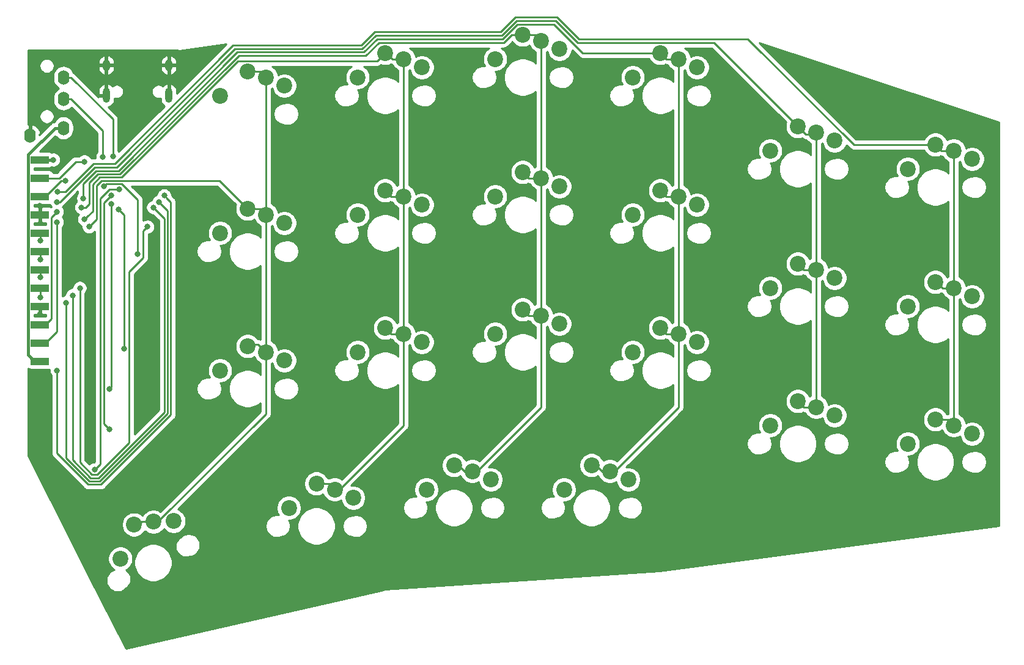
<source format=gbl>
G04 #@! TF.GenerationSoftware,KiCad,Pcbnew,5.0.2+dfsg1-1*
G04 #@! TF.CreationDate,2020-12-03T00:06:01+01:00*
G04 #@! TF.ProjectId,right,72696768-742e-46b6-9963-61645f706362,rev?*
G04 #@! TF.SameCoordinates,Original*
G04 #@! TF.FileFunction,Copper,L2,Bot*
G04 #@! TF.FilePolarity,Positive*
%FSLAX46Y46*%
G04 Gerber Fmt 4.6, Leading zero omitted, Abs format (unit mm)*
G04 Created by KiCad (PCBNEW 5.0.2+dfsg1-1) date jeu. 03 déc. 2020 00:06:01 CET*
%MOMM*%
%LPD*%
G01*
G04 APERTURE LIST*
G04 #@! TA.AperFunction,ComponentPad*
%ADD10C,2.200000*%
G04 #@! TD*
G04 #@! TA.AperFunction,ComponentPad*
%ADD11O,1.600000X2.000000*%
G04 #@! TD*
G04 #@! TA.AperFunction,ComponentPad*
%ADD12O,1.000000X1.400000*%
G04 #@! TD*
G04 #@! TA.AperFunction,SMDPad,CuDef*
%ADD13R,2.500000X1.000000*%
G04 #@! TD*
G04 #@! TA.AperFunction,ComponentPad*
%ADD14O,1.000000X1.600000*%
G04 #@! TD*
G04 #@! TA.AperFunction,ComponentPad*
%ADD15O,1.000000X2.100000*%
G04 #@! TD*
G04 #@! TA.AperFunction,ViaPad*
%ADD16C,0.800000*%
G04 #@! TD*
G04 #@! TA.AperFunction,Conductor*
%ADD17C,0.381000*%
G04 #@! TD*
G04 #@! TA.AperFunction,Conductor*
%ADD18C,0.250000*%
G04 #@! TD*
G04 #@! TA.AperFunction,Conductor*
%ADD19C,0.254000*%
G04 #@! TD*
G04 APERTURE END LIST*
D10*
G04 #@! TO.P,SW12,1*
G04 #@! TO.N,Net-(D14-Pad2)*
X117114000Y-70522000D03*
G04 #@! TO.P,SW12,2*
G04 #@! TO.N,COL6*
X112014000Y-68522000D03*
X114554000Y-69342000D03*
G04 #@! TO.P,SW12,1*
G04 #@! TO.N,Net-(D14-Pad2)*
X108204000Y-71882000D03*
G04 #@! TD*
G04 #@! TO.P,SW15,1*
G04 #@! TO.N,Net-(D17-Pad2)*
X94389958Y-136078880D03*
G04 #@! TO.P,SW15,2*
G04 #@! TO.N,COL6*
X98939448Y-130972391D03*
X96300433Y-131371887D03*
G04 #@! TO.P,SW15,1*
G04 #@! TO.N,Net-(D17-Pad2)*
X101756994Y-130886147D03*
G04 #@! TD*
G04 #@! TO.P,SW3,1*
G04 #@! TO.N,Net-(D5-Pad2)*
X212364000Y-80682000D03*
G04 #@! TO.P,SW3,2*
G04 #@! TO.N,COL1*
X207264000Y-78682000D03*
X209804000Y-79502000D03*
G04 #@! TO.P,SW3,1*
G04 #@! TO.N,Net-(D5-Pad2)*
X203454000Y-82042000D03*
G04 #@! TD*
G04 #@! TO.P,SW4,1*
G04 #@! TO.N,Net-(D6-Pad2)*
X203454000Y-101092000D03*
G04 #@! TO.P,SW4,2*
G04 #@! TO.N,COL1*
X209804000Y-98552000D03*
X207264000Y-97732000D03*
G04 #@! TO.P,SW4,1*
G04 #@! TO.N,Net-(D6-Pad2)*
X212364000Y-99732000D03*
G04 #@! TD*
G04 #@! TO.P,SW5,1*
G04 #@! TO.N,Net-(D7-Pad2)*
X212364000Y-118782000D03*
G04 #@! TO.P,SW5,2*
G04 #@! TO.N,COL1*
X207264000Y-116782000D03*
X209804000Y-117602000D03*
G04 #@! TO.P,SW5,1*
G04 #@! TO.N,Net-(D7-Pad2)*
X203454000Y-120142000D03*
G04 #@! TD*
G04 #@! TO.P,SW7,1*
G04 #@! TO.N,Net-(D9-Pad2)*
X165354000Y-69342000D03*
G04 #@! TO.P,SW7,2*
G04 #@! TO.N,COL3*
X171704000Y-66802000D03*
X169164000Y-65982000D03*
G04 #@! TO.P,SW7,1*
G04 #@! TO.N,Net-(D9-Pad2)*
X174264000Y-67982000D03*
G04 #@! TD*
G04 #@! TO.P,SW13,1*
G04 #@! TO.N,Net-(D15-Pad2)*
X117114000Y-89572000D03*
G04 #@! TO.P,SW13,2*
G04 #@! TO.N,COL6*
X112014000Y-87572000D03*
X114554000Y-88392000D03*
G04 #@! TO.P,SW13,1*
G04 #@! TO.N,Net-(D15-Pad2)*
X108204000Y-90932000D03*
G04 #@! TD*
G04 #@! TO.P,SW8,1*
G04 #@! TO.N,Net-(D10-Pad2)*
X165354000Y-88392000D03*
G04 #@! TO.P,SW8,2*
G04 #@! TO.N,COL3*
X171704000Y-85852000D03*
X169164000Y-85032000D03*
G04 #@! TO.P,SW8,1*
G04 #@! TO.N,Net-(D10-Pad2)*
X174264000Y-87032000D03*
G04 #@! TD*
G04 #@! TO.P,SW9,1*
G04 #@! TO.N,Net-(D11-Pad2)*
X174264000Y-106082000D03*
G04 #@! TO.P,SW9,2*
G04 #@! TO.N,COL3*
X169164000Y-104082000D03*
X171704000Y-104902000D03*
G04 #@! TO.P,SW9,1*
G04 #@! TO.N,Net-(D11-Pad2)*
X165354000Y-107442000D03*
G04 #@! TD*
G04 #@! TO.P,SW10,1*
G04 #@! TO.N,Net-(D12-Pad2)*
X155829000Y-126492000D03*
G04 #@! TO.P,SW10,2*
G04 #@! TO.N,COL3*
X162179000Y-123952000D03*
X159639000Y-123132000D03*
G04 #@! TO.P,SW10,1*
G04 #@! TO.N,Net-(D12-Pad2)*
X164739000Y-125132000D03*
G04 #@! TD*
G04 #@! TO.P,SW14,1*
G04 #@! TO.N,Net-(D16-Pad2)*
X108204000Y-109982000D03*
G04 #@! TO.P,SW14,2*
G04 #@! TO.N,COL6*
X114554000Y-107442000D03*
X112014000Y-106622000D03*
G04 #@! TO.P,SW14,1*
G04 #@! TO.N,Net-(D16-Pad2)*
X117114000Y-108622000D03*
G04 #@! TD*
G04 #@! TO.P,SW17,1*
G04 #@! TO.N,Net-(D19-Pad2)*
X193314000Y-78142000D03*
G04 #@! TO.P,SW17,2*
G04 #@! TO.N,COL2*
X188214000Y-76142000D03*
X190754000Y-76962000D03*
G04 #@! TO.P,SW17,1*
G04 #@! TO.N,Net-(D19-Pad2)*
X184404000Y-79502000D03*
G04 #@! TD*
G04 #@! TO.P,SW18,1*
G04 #@! TO.N,Net-(D20-Pad2)*
X184404000Y-98552000D03*
G04 #@! TO.P,SW18,2*
G04 #@! TO.N,COL2*
X190754000Y-96012000D03*
X188214000Y-95192000D03*
G04 #@! TO.P,SW18,1*
G04 #@! TO.N,Net-(D20-Pad2)*
X193314000Y-97192000D03*
G04 #@! TD*
G04 #@! TO.P,SW19,1*
G04 #@! TO.N,Net-(D21-Pad2)*
X193314000Y-116242000D03*
G04 #@! TO.P,SW19,2*
G04 #@! TO.N,COL2*
X188214000Y-114242000D03*
X190754000Y-115062000D03*
G04 #@! TO.P,SW19,1*
G04 #@! TO.N,Net-(D21-Pad2)*
X184404000Y-117602000D03*
G04 #@! TD*
G04 #@! TO.P,SW21,1*
G04 #@! TO.N,Net-(D23-Pad2)*
X146304000Y-66802000D03*
G04 #@! TO.P,SW21,2*
G04 #@! TO.N,COL4*
X152654000Y-64262000D03*
X150114000Y-63442000D03*
G04 #@! TO.P,SW21,1*
G04 #@! TO.N,Net-(D23-Pad2)*
X155214000Y-65442000D03*
G04 #@! TD*
G04 #@! TO.P,SW22,1*
G04 #@! TO.N,Net-(D24-Pad2)*
X155214000Y-84492000D03*
G04 #@! TO.P,SW22,2*
G04 #@! TO.N,COL4*
X150114000Y-82492000D03*
X152654000Y-83312000D03*
G04 #@! TO.P,SW22,1*
G04 #@! TO.N,Net-(D24-Pad2)*
X146304000Y-85852000D03*
G04 #@! TD*
G04 #@! TO.P,SW23,1*
G04 #@! TO.N,Net-(D25-Pad2)*
X146304000Y-104902000D03*
G04 #@! TO.P,SW23,2*
G04 #@! TO.N,COL4*
X152654000Y-102362000D03*
X150114000Y-101542000D03*
G04 #@! TO.P,SW23,1*
G04 #@! TO.N,Net-(D25-Pad2)*
X155214000Y-103542000D03*
G04 #@! TD*
G04 #@! TO.P,SW31,1*
G04 #@! TO.N,Net-(D33-Pad2)*
X136164000Y-67982000D03*
G04 #@! TO.P,SW31,2*
G04 #@! TO.N,COL5*
X131064000Y-65982000D03*
X133604000Y-66802000D03*
G04 #@! TO.P,SW31,1*
G04 #@! TO.N,Net-(D33-Pad2)*
X127254000Y-69342000D03*
G04 #@! TD*
G04 #@! TO.P,SW32,1*
G04 #@! TO.N,Net-(D34-Pad2)*
X127254000Y-88392000D03*
G04 #@! TO.P,SW32,2*
G04 #@! TO.N,COL5*
X133604000Y-85852000D03*
X131064000Y-85032000D03*
G04 #@! TO.P,SW32,1*
G04 #@! TO.N,Net-(D34-Pad2)*
X136164000Y-87032000D03*
G04 #@! TD*
G04 #@! TO.P,SW33,1*
G04 #@! TO.N,Net-(D35-Pad2)*
X136164000Y-106082000D03*
G04 #@! TO.P,SW33,2*
G04 #@! TO.N,COL5*
X131064000Y-104082000D03*
X133604000Y-104902000D03*
G04 #@! TO.P,SW33,1*
G04 #@! TO.N,Net-(D35-Pad2)*
X127254000Y-107442000D03*
G04 #@! TD*
G04 #@! TO.P,SW34,1*
G04 #@! TO.N,Net-(D36-Pad2)*
X117729000Y-129032000D03*
G04 #@! TO.P,SW34,2*
G04 #@! TO.N,COL5*
X124079000Y-126492000D03*
X121539000Y-125672000D03*
G04 #@! TO.P,SW34,1*
G04 #@! TO.N,Net-(D36-Pad2)*
X126639000Y-127672000D03*
G04 #@! TD*
G04 #@! TO.P,SW24,1*
G04 #@! TO.N,Net-(D26-Pad2)*
X145689000Y-125132000D03*
G04 #@! TO.P,SW24,2*
G04 #@! TO.N,COL4*
X140589000Y-123132000D03*
X143129000Y-123952000D03*
G04 #@! TO.P,SW24,1*
G04 #@! TO.N,Net-(D26-Pad2)*
X136779000Y-126492000D03*
G04 #@! TD*
D11*
G04 #@! TO.P,J2,1*
G04 #@! TO.N,GND*
X81901000Y-77467000D03*
G04 #@! TO.P,J2,2*
G04 #@! TO.N,5V*
X86501000Y-76367000D03*
G04 #@! TO.P,J2,4*
G04 #@! TO.N,TX*
X86501000Y-69367000D03*
G04 #@! TO.P,J2,3*
G04 #@! TO.N,RX*
X86501000Y-72367000D03*
D12*
G04 #@! TO.P,J2,4*
G04 #@! TO.N,TX*
X86501000Y-69367000D03*
G04 #@! TO.P,J2,3*
G04 #@! TO.N,RX*
X86501000Y-72367000D03*
G04 #@! TO.P,J2,2*
G04 #@! TO.N,5V*
X86501000Y-76367000D03*
G04 #@! TO.P,J2,1*
G04 #@! TO.N,GND*
X81901000Y-77467000D03*
G04 #@! TD*
D13*
G04 #@! TO.P,J3,1*
G04 #@! TO.N,3.3V*
X83249000Y-80772000D03*
G04 #@! TO.P,J3,2*
G04 #@! TO.N,SWDIO*
X83249000Y-83312000D03*
G04 #@! TO.P,J3,3*
G04 #@! TO.N,SWDCLK*
X83249000Y-85852000D03*
G04 #@! TO.P,J3,4*
G04 #@! TO.N,GND*
X83249000Y-88392000D03*
G04 #@! TO.P,J3,5*
G04 #@! TO.N,PA4*
X83249000Y-90932000D03*
G04 #@! TO.P,J3,6*
G04 #@! TO.N,PA5*
X83249000Y-93472000D03*
G04 #@! TO.P,J3,7*
G04 #@! TO.N,PA6*
X83249000Y-96012000D03*
G04 #@! TO.P,J3,8*
G04 #@! TO.N,PA7*
X83249000Y-98552000D03*
G04 #@! TO.P,J3,9*
G04 #@! TO.N,GND*
X83249000Y-101092000D03*
G04 #@! TO.P,J3,10*
G04 #@! TO.N,PB6*
X83249000Y-103632000D03*
G04 #@! TO.P,J3,11*
G04 #@! TO.N,PB7*
X83249000Y-106172000D03*
G04 #@! TO.P,J3,12*
G04 #@! TO.N,5V*
X83249000Y-108712000D03*
G04 #@! TD*
D14*
G04 #@! TO.P,J1,S1*
G04 #@! TO.N,GND*
X92454000Y-67657000D03*
X101094000Y-67657000D03*
D15*
X101094000Y-71837000D03*
X92454000Y-71837000D03*
G04 #@! TD*
D16*
G04 #@! TO.N,GND*
X95631000Y-77724000D03*
X139446000Y-68453000D03*
X118999000Y-68453000D03*
X88773000Y-93726000D03*
X110617000Y-133350000D03*
X132080000Y-128651000D03*
X83185000Y-102235000D03*
X83185000Y-87122000D03*
X97790000Y-98806000D03*
X98044000Y-84963000D03*
X90297000Y-101092000D03*
G04 #@! TO.N,3.3V*
X85090000Y-80772000D03*
G04 #@! TO.N,SWDIO*
X89408000Y-81026000D03*
G04 #@! TO.N,SWDCLK*
X86786000Y-83693000D03*
G04 #@! TO.N,PA4*
X98139235Y-90067167D03*
X88773000Y-98552000D03*
X83312000Y-91948000D03*
G04 #@! TO.N,PA5*
X87757000Y-99568000D03*
X83312000Y-94615000D03*
X98933000Y-87375998D03*
G04 #@! TO.N,PA6*
X86868000Y-100584000D03*
X83312000Y-97028000D03*
X99694996Y-86614000D03*
G04 #@! TO.N,PA7*
X85598000Y-109982000D03*
X83312000Y-99822000D03*
X100457000Y-85725000D03*
G04 #@! TO.N,PB6*
X85598000Y-87972000D03*
G04 #@! TO.N,PB7*
X85598000Y-89408000D03*
G04 #@! TO.N,TX*
X93345000Y-80264000D03*
G04 #@! TO.N,RX*
X91953360Y-80396370D03*
G04 #@! TO.N,COL4*
X88994000Y-87376000D03*
G04 #@! TO.N,COL5*
X89412660Y-89022340D03*
G04 #@! TO.N,COL2*
X85598000Y-86614006D03*
G04 #@! TO.N,COL6*
X90043000Y-90042998D03*
G04 #@! TO.N,COL3*
X89261000Y-86126000D03*
G04 #@! TO.N,COL1*
X85684167Y-85192152D03*
G04 #@! TO.N,Net-(R1-Pad1)*
X92075000Y-84455000D03*
X96774000Y-93853000D03*
G04 #@! TO.N,ROW1*
X94869000Y-106954000D03*
X94107000Y-87630000D03*
G04 #@! TO.N,ROW2*
X93091000Y-86868000D03*
X92837000Y-112542000D03*
G04 #@! TO.N,ROW3*
X92837000Y-118130000D03*
X93091000Y-85725000D03*
G04 #@! TO.N,ROW4*
X94234000Y-84836000D03*
X90805000Y-123718000D03*
G04 #@! TD*
D17*
G04 #@! TO.N,5V*
X82499000Y-108712000D02*
X83249000Y-108712000D01*
X81608499Y-107821499D02*
X82499000Y-108712000D01*
X81608499Y-80078501D02*
X81608499Y-107821499D01*
X85320000Y-76367000D02*
X81608499Y-80078501D01*
X86501000Y-76367000D02*
X85320000Y-76367000D01*
G04 #@! TO.N,3.3V*
X83249000Y-80772000D02*
X85090000Y-80772000D01*
X84880000Y-80772000D02*
X85090000Y-80772000D01*
X85090000Y-80772000D02*
X84880000Y-80772000D01*
D18*
G04 #@! TO.N,SWDIO*
X85902590Y-83312000D02*
X84749000Y-83312000D01*
X88188590Y-81026000D02*
X85902590Y-83312000D01*
X84749000Y-83312000D02*
X83249000Y-83312000D01*
X89408000Y-81026000D02*
X88188590Y-81026000D01*
G04 #@! TO.N,SWDCLK*
X83999000Y-85852000D02*
X83249000Y-85852000D01*
X86158000Y-83693000D02*
X83999000Y-85852000D01*
X86786000Y-83693000D02*
X86158000Y-83693000D01*
G04 #@! TO.N,PA4*
X88773000Y-98552000D02*
X88773000Y-98552000D01*
X83312000Y-90995000D02*
X83249000Y-90932000D01*
X83312000Y-91948000D02*
X83312000Y-90995000D01*
X88773000Y-122759002D02*
X88773000Y-98552000D01*
X90456999Y-124443001D02*
X88773000Y-122759002D01*
X97536000Y-90670402D02*
X97536000Y-94361000D01*
X97536000Y-94361000D02*
X95594001Y-96302999D01*
X95594001Y-120002001D02*
X91153001Y-124443001D01*
X95594001Y-96302999D02*
X95594001Y-120002001D01*
X98139235Y-90067167D02*
X97536000Y-90670402D01*
X91153001Y-124443001D02*
X90456999Y-124443001D01*
G04 #@! TO.N,PA5*
X87757000Y-99568000D02*
X87757000Y-99568000D01*
X83312000Y-93535000D02*
X83249000Y-93472000D01*
X83312000Y-94615000D02*
X83312000Y-93535000D01*
X91339401Y-124893011D02*
X100457000Y-115775412D01*
X100457000Y-88899998D02*
X98933000Y-87375998D01*
X90270598Y-124893010D02*
X91339401Y-124893011D01*
X100457000Y-115775412D02*
X100457000Y-88899998D01*
X87757000Y-99568000D02*
X87757000Y-122379412D01*
X87757000Y-122379412D02*
X90270598Y-124893010D01*
G04 #@! TO.N,PA6*
X86868000Y-100584000D02*
X86868000Y-100584000D01*
X83312000Y-96075000D02*
X83249000Y-96012000D01*
X83312000Y-97028000D02*
X83312000Y-96075000D01*
X86868000Y-100584000D02*
X86868000Y-122126822D01*
X86868000Y-122126822D02*
X90084199Y-125343020D01*
X100907011Y-115961812D02*
X100907011Y-87826015D01*
X100907011Y-87826015D02*
X100094995Y-87013999D01*
X100094995Y-87013999D02*
X99694996Y-86614000D01*
X91525802Y-125343020D02*
X100907011Y-115961812D01*
X90084199Y-125343020D02*
X91525802Y-125343020D01*
G04 #@! TO.N,PA7*
X85598000Y-109982000D02*
X85598000Y-109982000D01*
X83312000Y-98615000D02*
X83249000Y-98552000D01*
X83312000Y-99822000D02*
X83312000Y-98615000D01*
X85598000Y-109982000D02*
X85598000Y-121493232D01*
X85598000Y-121493232D02*
X89897799Y-125793031D01*
X101357022Y-86625022D02*
X100856999Y-86124999D01*
X89897799Y-125793031D02*
X91712202Y-125793031D01*
X91712202Y-125793031D02*
X101357022Y-116148212D01*
X100856999Y-86124999D02*
X100457000Y-85725000D01*
X101357022Y-116148212D02*
X101357022Y-86625022D01*
G04 #@! TO.N,PB6*
X83999000Y-103632000D02*
X83249000Y-103632000D01*
X84824001Y-102806999D02*
X83999000Y-103632000D01*
X84824001Y-88745999D02*
X84824001Y-102806999D01*
X85598000Y-87972000D02*
X84824001Y-88745999D01*
G04 #@! TO.N,PB7*
X83999000Y-106172000D02*
X83249000Y-106172000D01*
X85598000Y-104573000D02*
X83999000Y-106172000D01*
X85598000Y-89408000D02*
X85598000Y-104573000D01*
G04 #@! TO.N,TX*
X93345000Y-75161000D02*
X87551000Y-69367000D01*
X87551000Y-69367000D02*
X86501000Y-69367000D01*
X93345000Y-80264000D02*
X93345000Y-75161000D01*
G04 #@! TO.N,RX*
X87551000Y-72367000D02*
X86501000Y-72367000D01*
X91953360Y-76769360D02*
X87551000Y-72367000D01*
X91953360Y-80396370D02*
X91953360Y-76769360D01*
G04 #@! TO.N,COL4*
X151834000Y-63442000D02*
X152654000Y-64262000D01*
X150114000Y-63442000D02*
X151834000Y-63442000D01*
X152654000Y-64262000D02*
X152654000Y-83312000D01*
X150934000Y-83312000D02*
X150114000Y-82492000D01*
X152654000Y-83312000D02*
X150934000Y-83312000D01*
X152654000Y-83312000D02*
X152654000Y-102362000D01*
X150934000Y-102362000D02*
X150114000Y-101542000D01*
X152654000Y-102362000D02*
X150934000Y-102362000D01*
X152654000Y-115062000D02*
X143764000Y-123952000D01*
X152654000Y-102362000D02*
X152654000Y-115062000D01*
X142044000Y-123952000D02*
X141224000Y-123132000D01*
X143764000Y-123952000D02*
X142044000Y-123952000D01*
X147484366Y-64516000D02*
X148558366Y-63442000D01*
X130175000Y-64516000D02*
X147484366Y-64516000D01*
X128385978Y-66305022D02*
X130175000Y-64516000D01*
X110800568Y-66305022D02*
X128385978Y-66305022D01*
X89559685Y-87376000D02*
X90043001Y-86892684D01*
X90043001Y-86892684D02*
X90043001Y-83946999D01*
X88994000Y-87376000D02*
X89559685Y-87376000D01*
X148558366Y-63442000D02*
X150114000Y-63442000D01*
X90043001Y-83946999D02*
X91243989Y-82746011D01*
X91243989Y-82746011D02*
X94359579Y-82746011D01*
X94359579Y-82746011D02*
X110800568Y-66305022D01*
G04 #@! TO.N,COL5*
X123894000Y-125672000D02*
X124714000Y-126492000D01*
X122174000Y-125672000D02*
X123894000Y-125672000D01*
X133604000Y-117602000D02*
X133604000Y-104902000D01*
X124714000Y-126492000D02*
X133604000Y-117602000D01*
X131884000Y-104902000D02*
X131064000Y-104082000D01*
X133604000Y-104902000D02*
X131884000Y-104902000D01*
X133604000Y-90030998D02*
X133604000Y-85852000D01*
X133604000Y-104902000D02*
X133604000Y-90030998D01*
X131884000Y-85852000D02*
X131064000Y-85032000D01*
X133604000Y-85852000D02*
X131884000Y-85852000D01*
X133604000Y-85852000D02*
X133604000Y-66802000D01*
X131228366Y-65982000D02*
X131064000Y-65982000D01*
X132048366Y-66802000D02*
X131228366Y-65982000D01*
X133604000Y-66802000D02*
X132048366Y-66802000D01*
X129964001Y-67081999D02*
X110660001Y-67081999D01*
X131064000Y-65982000D02*
X129964001Y-67081999D01*
X91555978Y-83196022D02*
X90551000Y-84201000D01*
X90551000Y-84201000D02*
X90551000Y-87884000D01*
X89812659Y-88622341D02*
X89412660Y-89022340D01*
X94545978Y-83196022D02*
X91555978Y-83196022D01*
X90551000Y-87884000D02*
X89812659Y-88622341D01*
X110660001Y-67081999D02*
X94545978Y-83196022D01*
G04 #@! TO.N,COL2*
X190474001Y-77241999D02*
X190754000Y-76962000D01*
X189313999Y-77241999D02*
X190474001Y-77241999D01*
X188214000Y-76142000D02*
X189313999Y-77241999D01*
X190754000Y-76962000D02*
X190754000Y-96012000D01*
X189034000Y-96012000D02*
X188214000Y-95192000D01*
X190754000Y-96012000D02*
X189034000Y-96012000D01*
X190754000Y-97567634D02*
X190754000Y-115062000D01*
X190754000Y-96012000D02*
X190754000Y-97567634D01*
X189034000Y-115062000D02*
X188214000Y-114242000D01*
X190754000Y-115062000D02*
X189034000Y-115062000D01*
X85598006Y-86614000D02*
X85598000Y-86614006D01*
X85978994Y-86614006D02*
X85598000Y-86614006D01*
X90805000Y-81788000D02*
X85978994Y-86614006D01*
X110236000Y-65405000D02*
X93853000Y-81788000D01*
X127887590Y-65405000D02*
X110236000Y-65405000D01*
X129792590Y-63500000D02*
X127887590Y-65405000D01*
X157734000Y-64516000D02*
X154686000Y-61468000D01*
X188214000Y-76142000D02*
X176588000Y-64516000D01*
X93853000Y-81788000D02*
X90805000Y-81788000D01*
X154686000Y-61468000D02*
X149225000Y-61468000D01*
X176588000Y-64516000D02*
X157734000Y-64516000D01*
X149225000Y-61468000D02*
X147193000Y-63500000D01*
X147193000Y-63500000D02*
X129792590Y-63500000D01*
G04 #@! TO.N,COL6*
X113734000Y-68522000D02*
X114554000Y-69342000D01*
X112014000Y-68522000D02*
X113734000Y-68522000D01*
X114554000Y-85032000D02*
X114554000Y-88392000D01*
X114554000Y-69342000D02*
X114554000Y-85032000D01*
X113734000Y-87572000D02*
X114554000Y-88392000D01*
X112014000Y-87572000D02*
X113734000Y-87572000D01*
X114554000Y-88392000D02*
X114554000Y-107442000D01*
X112293999Y-106342001D02*
X112014000Y-106622000D01*
X113454001Y-106342001D02*
X112293999Y-106342001D01*
X114554000Y-107442000D02*
X113454001Y-106342001D01*
X114554000Y-115992839D02*
X99574448Y-130972391D01*
X114554000Y-107442000D02*
X114554000Y-115992839D01*
X97334929Y-130972391D02*
X96935433Y-131371887D01*
X99574448Y-130972391D02*
X97334929Y-130972391D01*
X91059000Y-84397998D02*
X91796008Y-83660990D01*
X91796008Y-83660990D02*
X108102990Y-83660990D01*
X91059000Y-89027000D02*
X91059000Y-84397998D01*
X108102990Y-83660990D02*
X112014000Y-87572000D01*
X90043000Y-90042998D02*
X90043002Y-90042998D01*
X90043002Y-90042998D02*
X91059000Y-89027000D01*
G04 #@! TO.N,COL3*
X162534001Y-124231999D02*
X162814000Y-123952000D01*
X161373999Y-124231999D02*
X162534001Y-124231999D01*
X160274000Y-123132000D02*
X161373999Y-124231999D01*
X171704000Y-115062000D02*
X171704000Y-104902000D01*
X162814000Y-123952000D02*
X171704000Y-115062000D01*
X169984000Y-104902000D02*
X169164000Y-104082000D01*
X171704000Y-104902000D02*
X169984000Y-104902000D01*
X171704000Y-104902000D02*
X171704000Y-85852000D01*
X169984000Y-85852000D02*
X169164000Y-85032000D01*
X171704000Y-85852000D02*
X169984000Y-85852000D01*
X171704000Y-85852000D02*
X171704000Y-66802000D01*
X169984000Y-66802000D02*
X169164000Y-65982000D01*
X171704000Y-66802000D02*
X169984000Y-66802000D01*
X167608366Y-65982000D02*
X169164000Y-65982000D01*
X158438000Y-65982000D02*
X167608366Y-65982000D01*
X154472999Y-62016999D02*
X158438000Y-65982000D01*
X149346957Y-62016999D02*
X154472999Y-62016999D01*
X147355956Y-64008000D02*
X149346957Y-62016999D01*
X129921000Y-64008000D02*
X147355956Y-64008000D01*
X89261000Y-84092590D02*
X91057590Y-82296000D01*
X89261000Y-86126000D02*
X89261000Y-84092590D01*
X110547989Y-65855011D02*
X128073990Y-65855011D01*
X91057590Y-82296000D02*
X94107000Y-82296000D01*
X94107000Y-82296000D02*
X110547989Y-65855011D01*
X128073990Y-65855011D02*
X129921000Y-64008000D01*
G04 #@! TO.N,COL1*
X208984000Y-116782000D02*
X209804000Y-117602000D01*
X207264000Y-116782000D02*
X208984000Y-116782000D01*
X209804000Y-117602000D02*
X209804000Y-98552000D01*
X207428366Y-97732000D02*
X207264000Y-97732000D01*
X208248366Y-98552000D02*
X207428366Y-97732000D01*
X209804000Y-98552000D02*
X208248366Y-98552000D01*
X209804000Y-98552000D02*
X209804000Y-79502000D01*
X208084000Y-79502000D02*
X207264000Y-78682000D01*
X209804000Y-79502000D02*
X208084000Y-79502000D01*
X149096590Y-60960000D02*
X147064590Y-62992000D01*
X129664180Y-62992000D02*
X127759180Y-64897000D01*
X127759180Y-64897000D02*
X109982000Y-64897000D01*
X154814410Y-60960000D02*
X149096590Y-60960000D01*
X109982000Y-64897000D02*
X93599000Y-81280000D01*
X90676590Y-81280000D02*
X86764438Y-85192152D01*
X93599000Y-81280000D02*
X90676590Y-81280000D01*
X195963002Y-78682000D02*
X181289002Y-64008000D01*
X86249852Y-85192152D02*
X85684167Y-85192152D01*
X86764438Y-85192152D02*
X86249852Y-85192152D01*
X157862410Y-64008000D02*
X154814410Y-60960000D01*
X181289002Y-64008000D02*
X157862410Y-64008000D01*
X147064590Y-62992000D02*
X129664180Y-62992000D01*
X207264000Y-78682000D02*
X195963002Y-78682000D01*
G04 #@! TO.N,Net-(R1-Pad1)*
X96774000Y-93853000D02*
X96774000Y-93853000D01*
X96774000Y-86302998D02*
X96774000Y-93853000D01*
X94582001Y-84110999D02*
X96774000Y-86302998D01*
X92075000Y-84455000D02*
X92419001Y-84110999D01*
X92419001Y-84110999D02*
X94582001Y-84110999D01*
G04 #@! TO.N,ROW1*
X94869000Y-106934000D02*
X94869000Y-88392000D01*
X94506999Y-88029999D02*
X94107000Y-87630000D01*
X94869000Y-88392000D02*
X94506999Y-88029999D01*
G04 #@! TO.N,ROW2*
X93091000Y-86868000D02*
X93091000Y-112268000D01*
X93091000Y-112268000D02*
X92837000Y-112522000D01*
G04 #@! TO.N,ROW3*
X92691001Y-86124999D02*
X93091000Y-85725000D01*
X92111999Y-117384999D02*
X92111999Y-86704001D01*
X92837000Y-118110000D02*
X92111999Y-117384999D01*
X92111999Y-86704001D02*
X92691001Y-86124999D01*
G04 #@! TO.N,ROW4*
X91567000Y-122936000D02*
X90805000Y-123698000D01*
X91567000Y-86175998D02*
X91567000Y-122936000D01*
X94234000Y-84836000D02*
X92906998Y-84836000D01*
X92906998Y-84836000D02*
X91567000Y-86175998D01*
G04 #@! TD*
D19*
G04 #@! TO.N,GND*
G36*
X148766337Y-64547998D02*
X149008002Y-64789663D01*
X149292169Y-64979537D01*
X149607919Y-65110325D01*
X149943117Y-65177000D01*
X150284883Y-65177000D01*
X150620081Y-65110325D01*
X150935831Y-64979537D01*
X151043472Y-64907614D01*
X151116463Y-65083831D01*
X151306337Y-65367998D01*
X151548002Y-65609663D01*
X151832169Y-65799537D01*
X151894000Y-65825148D01*
X151894000Y-67395547D01*
X151793715Y-67295262D01*
X151362141Y-67006893D01*
X150882601Y-66808261D01*
X150373525Y-66707000D01*
X149854475Y-66707000D01*
X149345399Y-66808261D01*
X148865859Y-67006893D01*
X148434285Y-67295262D01*
X148067262Y-67662285D01*
X147778893Y-68093859D01*
X147580261Y-68573399D01*
X147479000Y-69082475D01*
X147479000Y-69601525D01*
X147580261Y-70110601D01*
X147778893Y-70590141D01*
X148067262Y-71021715D01*
X148434285Y-71388738D01*
X148865859Y-71677107D01*
X149345399Y-71875739D01*
X149854475Y-71977000D01*
X150373525Y-71977000D01*
X150882601Y-71875739D01*
X151362141Y-71677107D01*
X151793715Y-71388738D01*
X151894000Y-71288453D01*
X151894001Y-81748851D01*
X151832169Y-81774463D01*
X151724528Y-81846386D01*
X151651537Y-81670169D01*
X151461663Y-81386002D01*
X151219998Y-81144337D01*
X150935831Y-80954463D01*
X150620081Y-80823675D01*
X150284883Y-80757000D01*
X149943117Y-80757000D01*
X149607919Y-80823675D01*
X149292169Y-80954463D01*
X149008002Y-81144337D01*
X148766337Y-81386002D01*
X148576463Y-81670169D01*
X148445675Y-81985919D01*
X148379000Y-82321117D01*
X148379000Y-82662883D01*
X148445675Y-82998081D01*
X148576463Y-83313831D01*
X148766337Y-83597998D01*
X149008002Y-83839663D01*
X149292169Y-84029537D01*
X149607919Y-84160325D01*
X149943117Y-84227000D01*
X150284883Y-84227000D01*
X150620081Y-84160325D01*
X150845486Y-84066959D01*
X150896667Y-84072000D01*
X150896676Y-84072000D01*
X150933999Y-84075676D01*
X150971322Y-84072000D01*
X151090852Y-84072000D01*
X151116463Y-84133831D01*
X151306337Y-84417998D01*
X151548002Y-84659663D01*
X151832169Y-84849537D01*
X151894000Y-84875148D01*
X151894000Y-86445547D01*
X151793715Y-86345262D01*
X151362141Y-86056893D01*
X150882601Y-85858261D01*
X150373525Y-85757000D01*
X149854475Y-85757000D01*
X149345399Y-85858261D01*
X148865859Y-86056893D01*
X148434285Y-86345262D01*
X148067262Y-86712285D01*
X147778893Y-87143859D01*
X147580261Y-87623399D01*
X147479000Y-88132475D01*
X147479000Y-88651525D01*
X147580261Y-89160601D01*
X147778893Y-89640141D01*
X148067262Y-90071715D01*
X148434285Y-90438738D01*
X148865859Y-90727107D01*
X149345399Y-90925739D01*
X149854475Y-91027000D01*
X150373525Y-91027000D01*
X150882601Y-90925739D01*
X151362141Y-90727107D01*
X151793715Y-90438738D01*
X151894000Y-90338453D01*
X151894001Y-100798851D01*
X151832169Y-100824463D01*
X151724528Y-100896386D01*
X151651537Y-100720169D01*
X151461663Y-100436002D01*
X151219998Y-100194337D01*
X150935831Y-100004463D01*
X150620081Y-99873675D01*
X150284883Y-99807000D01*
X149943117Y-99807000D01*
X149607919Y-99873675D01*
X149292169Y-100004463D01*
X149008002Y-100194337D01*
X148766337Y-100436002D01*
X148576463Y-100720169D01*
X148445675Y-101035919D01*
X148379000Y-101371117D01*
X148379000Y-101712883D01*
X148445675Y-102048081D01*
X148576463Y-102363831D01*
X148766337Y-102647998D01*
X149008002Y-102889663D01*
X149292169Y-103079537D01*
X149607919Y-103210325D01*
X149943117Y-103277000D01*
X150284883Y-103277000D01*
X150620081Y-103210325D01*
X150845486Y-103116959D01*
X150896667Y-103122000D01*
X150896676Y-103122000D01*
X150933999Y-103125676D01*
X150971322Y-103122000D01*
X151090852Y-103122000D01*
X151116463Y-103183831D01*
X151306337Y-103467998D01*
X151548002Y-103709663D01*
X151832169Y-103899537D01*
X151894000Y-103925148D01*
X151894000Y-105495547D01*
X151793715Y-105395262D01*
X151362141Y-105106893D01*
X150882601Y-104908261D01*
X150373525Y-104807000D01*
X149854475Y-104807000D01*
X149345399Y-104908261D01*
X148865859Y-105106893D01*
X148434285Y-105395262D01*
X148067262Y-105762285D01*
X147778893Y-106193859D01*
X147580261Y-106673399D01*
X147479000Y-107182475D01*
X147479000Y-107701525D01*
X147580261Y-108210601D01*
X147778893Y-108690141D01*
X148067262Y-109121715D01*
X148434285Y-109488738D01*
X148865859Y-109777107D01*
X149345399Y-109975739D01*
X149854475Y-110077000D01*
X150373525Y-110077000D01*
X150882601Y-109975739D01*
X151362141Y-109777107D01*
X151793715Y-109488738D01*
X151894001Y-109388452D01*
X151894001Y-114747197D01*
X144116224Y-122524975D01*
X143950831Y-122414463D01*
X143635081Y-122283675D01*
X143299883Y-122217000D01*
X142958117Y-122217000D01*
X142622919Y-122283675D01*
X142307169Y-122414463D01*
X142199528Y-122486386D01*
X142126537Y-122310169D01*
X141936663Y-122026002D01*
X141694998Y-121784337D01*
X141410831Y-121594463D01*
X141095081Y-121463675D01*
X140759883Y-121397000D01*
X140418117Y-121397000D01*
X140082919Y-121463675D01*
X139767169Y-121594463D01*
X139483002Y-121784337D01*
X139241337Y-122026002D01*
X139051463Y-122310169D01*
X138920675Y-122625919D01*
X138854000Y-122961117D01*
X138854000Y-123302883D01*
X138920675Y-123638081D01*
X139051463Y-123953831D01*
X139241337Y-124237998D01*
X139483002Y-124479663D01*
X139767169Y-124669537D01*
X140082919Y-124800325D01*
X140418117Y-124867000D01*
X140759883Y-124867000D01*
X141095081Y-124800325D01*
X141410831Y-124669537D01*
X141518472Y-124597614D01*
X141591463Y-124773831D01*
X141781337Y-125057998D01*
X142023002Y-125299663D01*
X142307169Y-125489537D01*
X142622919Y-125620325D01*
X142958117Y-125687000D01*
X143299883Y-125687000D01*
X143635081Y-125620325D01*
X143950831Y-125489537D01*
X143986400Y-125465770D01*
X144020675Y-125638081D01*
X144151463Y-125953831D01*
X144341337Y-126237998D01*
X144583002Y-126479663D01*
X144867169Y-126669537D01*
X145182919Y-126800325D01*
X145518117Y-126867000D01*
X145859883Y-126867000D01*
X146195081Y-126800325D01*
X146510831Y-126669537D01*
X146794998Y-126479663D01*
X147036663Y-126237998D01*
X147226537Y-125953831D01*
X147357325Y-125638081D01*
X147424000Y-125302883D01*
X147424000Y-124961117D01*
X147357325Y-124625919D01*
X147226537Y-124310169D01*
X147036663Y-124026002D01*
X146794998Y-123784337D01*
X146510831Y-123594463D01*
X146195081Y-123463675D01*
X145859883Y-123397000D01*
X145518117Y-123397000D01*
X145362933Y-123427868D01*
X153165003Y-115625799D01*
X153194001Y-115602001D01*
X153288974Y-115486276D01*
X153359546Y-115354247D01*
X153403003Y-115210986D01*
X153414000Y-115099333D01*
X153414000Y-115099332D01*
X153417677Y-115062000D01*
X153414000Y-115024667D01*
X153414000Y-109825891D01*
X162079000Y-109825891D01*
X162079000Y-110138109D01*
X162139911Y-110444327D01*
X162259391Y-110732779D01*
X162432850Y-110992379D01*
X162653621Y-111213150D01*
X162913221Y-111386609D01*
X163201673Y-111506089D01*
X163507891Y-111567000D01*
X163820109Y-111567000D01*
X164126327Y-111506089D01*
X164220697Y-111467000D01*
X164230260Y-111467000D01*
X164517158Y-111409932D01*
X164787411Y-111297990D01*
X165030632Y-111135475D01*
X165237475Y-110928632D01*
X165399990Y-110685411D01*
X165511932Y-110415158D01*
X165569000Y-110128260D01*
X165569000Y-109835740D01*
X165511932Y-109548842D01*
X165399990Y-109278589D01*
X165332110Y-109177000D01*
X165524883Y-109177000D01*
X165860081Y-109110325D01*
X166175831Y-108979537D01*
X166459998Y-108789663D01*
X166701663Y-108547998D01*
X166891537Y-108263831D01*
X167022325Y-107948081D01*
X167089000Y-107612883D01*
X167089000Y-107271117D01*
X167022325Y-106935919D01*
X166891537Y-106620169D01*
X166701663Y-106336002D01*
X166459998Y-106094337D01*
X166175831Y-105904463D01*
X165860081Y-105773675D01*
X165524883Y-105707000D01*
X165183117Y-105707000D01*
X164847919Y-105773675D01*
X164532169Y-105904463D01*
X164248002Y-106094337D01*
X164006337Y-106336002D01*
X163816463Y-106620169D01*
X163685675Y-106935919D01*
X163619000Y-107271117D01*
X163619000Y-107612883D01*
X163685675Y-107948081D01*
X163816463Y-108263831D01*
X163918524Y-108416576D01*
X163820109Y-108397000D01*
X163507891Y-108397000D01*
X163201673Y-108457911D01*
X162913221Y-108577391D01*
X162653621Y-108750850D01*
X162432850Y-108971621D01*
X162259391Y-109231221D01*
X162139911Y-109519673D01*
X162079000Y-109825891D01*
X153414000Y-109825891D01*
X153414000Y-107295740D01*
X153709000Y-107295740D01*
X153709000Y-107588260D01*
X153766068Y-107875158D01*
X153878010Y-108145411D01*
X154040525Y-108388632D01*
X154247368Y-108595475D01*
X154490589Y-108757990D01*
X154760842Y-108869932D01*
X155047740Y-108927000D01*
X155057303Y-108927000D01*
X155151673Y-108966089D01*
X155457891Y-109027000D01*
X155770109Y-109027000D01*
X156076327Y-108966089D01*
X156364779Y-108846609D01*
X156624379Y-108673150D01*
X156845150Y-108452379D01*
X157018609Y-108192779D01*
X157138089Y-107904327D01*
X157199000Y-107598109D01*
X157199000Y-107285891D01*
X157138089Y-106979673D01*
X157018609Y-106691221D01*
X156845150Y-106431621D01*
X156624379Y-106210850D01*
X156364779Y-106037391D01*
X156076327Y-105917911D01*
X155770109Y-105857000D01*
X155457891Y-105857000D01*
X155151673Y-105917911D01*
X155057303Y-105957000D01*
X155047740Y-105957000D01*
X154760842Y-106014068D01*
X154490589Y-106126010D01*
X154247368Y-106288525D01*
X154040525Y-106495368D01*
X153878010Y-106738589D01*
X153766068Y-107008842D01*
X153709000Y-107295740D01*
X153414000Y-107295740D01*
X153414000Y-103925148D01*
X153475831Y-103899537D01*
X153511400Y-103875770D01*
X153545675Y-104048081D01*
X153676463Y-104363831D01*
X153866337Y-104647998D01*
X154108002Y-104889663D01*
X154392169Y-105079537D01*
X154707919Y-105210325D01*
X155043117Y-105277000D01*
X155384883Y-105277000D01*
X155720081Y-105210325D01*
X156035831Y-105079537D01*
X156319998Y-104889663D01*
X156561663Y-104647998D01*
X156751537Y-104363831D01*
X156882325Y-104048081D01*
X156949000Y-103712883D01*
X156949000Y-103371117D01*
X156882325Y-103035919D01*
X156751537Y-102720169D01*
X156561663Y-102436002D01*
X156319998Y-102194337D01*
X156035831Y-102004463D01*
X155720081Y-101873675D01*
X155384883Y-101807000D01*
X155043117Y-101807000D01*
X154707919Y-101873675D01*
X154392169Y-102004463D01*
X154356600Y-102028230D01*
X154322325Y-101855919D01*
X154191537Y-101540169D01*
X154001663Y-101256002D01*
X153759998Y-101014337D01*
X153475831Y-100824463D01*
X153414000Y-100798852D01*
X153414000Y-90775891D01*
X162079000Y-90775891D01*
X162079000Y-91088109D01*
X162139911Y-91394327D01*
X162259391Y-91682779D01*
X162432850Y-91942379D01*
X162653621Y-92163150D01*
X162913221Y-92336609D01*
X163201673Y-92456089D01*
X163507891Y-92517000D01*
X163820109Y-92517000D01*
X164126327Y-92456089D01*
X164220697Y-92417000D01*
X164230260Y-92417000D01*
X164517158Y-92359932D01*
X164787411Y-92247990D01*
X165030632Y-92085475D01*
X165237475Y-91878632D01*
X165399990Y-91635411D01*
X165511932Y-91365158D01*
X165569000Y-91078260D01*
X165569000Y-90785740D01*
X165511932Y-90498842D01*
X165399990Y-90228589D01*
X165332110Y-90127000D01*
X165524883Y-90127000D01*
X165860081Y-90060325D01*
X166175831Y-89929537D01*
X166459998Y-89739663D01*
X166701663Y-89497998D01*
X166891537Y-89213831D01*
X167022325Y-88898081D01*
X167089000Y-88562883D01*
X167089000Y-88221117D01*
X167022325Y-87885919D01*
X166891537Y-87570169D01*
X166701663Y-87286002D01*
X166459998Y-87044337D01*
X166175831Y-86854463D01*
X165860081Y-86723675D01*
X165524883Y-86657000D01*
X165183117Y-86657000D01*
X164847919Y-86723675D01*
X164532169Y-86854463D01*
X164248002Y-87044337D01*
X164006337Y-87286002D01*
X163816463Y-87570169D01*
X163685675Y-87885919D01*
X163619000Y-88221117D01*
X163619000Y-88562883D01*
X163685675Y-88898081D01*
X163816463Y-89213831D01*
X163918524Y-89366576D01*
X163820109Y-89347000D01*
X163507891Y-89347000D01*
X163201673Y-89407911D01*
X162913221Y-89527391D01*
X162653621Y-89700850D01*
X162432850Y-89921621D01*
X162259391Y-90181221D01*
X162139911Y-90469673D01*
X162079000Y-90775891D01*
X153414000Y-90775891D01*
X153414000Y-88245740D01*
X153709000Y-88245740D01*
X153709000Y-88538260D01*
X153766068Y-88825158D01*
X153878010Y-89095411D01*
X154040525Y-89338632D01*
X154247368Y-89545475D01*
X154490589Y-89707990D01*
X154760842Y-89819932D01*
X155047740Y-89877000D01*
X155057303Y-89877000D01*
X155151673Y-89916089D01*
X155457891Y-89977000D01*
X155770109Y-89977000D01*
X156076327Y-89916089D01*
X156364779Y-89796609D01*
X156624379Y-89623150D01*
X156845150Y-89402379D01*
X157018609Y-89142779D01*
X157138089Y-88854327D01*
X157199000Y-88548109D01*
X157199000Y-88235891D01*
X157138089Y-87929673D01*
X157018609Y-87641221D01*
X156845150Y-87381621D01*
X156624379Y-87160850D01*
X156364779Y-86987391D01*
X156076327Y-86867911D01*
X155770109Y-86807000D01*
X155457891Y-86807000D01*
X155151673Y-86867911D01*
X155057303Y-86907000D01*
X155047740Y-86907000D01*
X154760842Y-86964068D01*
X154490589Y-87076010D01*
X154247368Y-87238525D01*
X154040525Y-87445368D01*
X153878010Y-87688589D01*
X153766068Y-87958842D01*
X153709000Y-88245740D01*
X153414000Y-88245740D01*
X153414000Y-84875148D01*
X153475831Y-84849537D01*
X153511400Y-84825770D01*
X153545675Y-84998081D01*
X153676463Y-85313831D01*
X153866337Y-85597998D01*
X154108002Y-85839663D01*
X154392169Y-86029537D01*
X154707919Y-86160325D01*
X155043117Y-86227000D01*
X155384883Y-86227000D01*
X155720081Y-86160325D01*
X156035831Y-86029537D01*
X156319998Y-85839663D01*
X156561663Y-85597998D01*
X156751537Y-85313831D01*
X156882325Y-84998081D01*
X156949000Y-84662883D01*
X156949000Y-84321117D01*
X156882325Y-83985919D01*
X156751537Y-83670169D01*
X156561663Y-83386002D01*
X156319998Y-83144337D01*
X156035831Y-82954463D01*
X155720081Y-82823675D01*
X155384883Y-82757000D01*
X155043117Y-82757000D01*
X154707919Y-82823675D01*
X154392169Y-82954463D01*
X154356600Y-82978230D01*
X154322325Y-82805919D01*
X154191537Y-82490169D01*
X154001663Y-82206002D01*
X153759998Y-81964337D01*
X153475831Y-81774463D01*
X153414000Y-81748852D01*
X153414000Y-71725891D01*
X162079000Y-71725891D01*
X162079000Y-72038109D01*
X162139911Y-72344327D01*
X162259391Y-72632779D01*
X162432850Y-72892379D01*
X162653621Y-73113150D01*
X162913221Y-73286609D01*
X163201673Y-73406089D01*
X163507891Y-73467000D01*
X163820109Y-73467000D01*
X164126327Y-73406089D01*
X164220697Y-73367000D01*
X164230260Y-73367000D01*
X164517158Y-73309932D01*
X164787411Y-73197990D01*
X165030632Y-73035475D01*
X165237475Y-72828632D01*
X165399990Y-72585411D01*
X165511932Y-72315158D01*
X165569000Y-72028260D01*
X165569000Y-71735740D01*
X165511932Y-71448842D01*
X165399990Y-71178589D01*
X165332110Y-71077000D01*
X165524883Y-71077000D01*
X165860081Y-71010325D01*
X166175831Y-70879537D01*
X166459998Y-70689663D01*
X166701663Y-70447998D01*
X166891537Y-70163831D01*
X167022325Y-69848081D01*
X167089000Y-69512883D01*
X167089000Y-69171117D01*
X167022325Y-68835919D01*
X166891537Y-68520169D01*
X166701663Y-68236002D01*
X166459998Y-67994337D01*
X166175831Y-67804463D01*
X165860081Y-67673675D01*
X165524883Y-67607000D01*
X165183117Y-67607000D01*
X164847919Y-67673675D01*
X164532169Y-67804463D01*
X164248002Y-67994337D01*
X164006337Y-68236002D01*
X163816463Y-68520169D01*
X163685675Y-68835919D01*
X163619000Y-69171117D01*
X163619000Y-69512883D01*
X163685675Y-69848081D01*
X163816463Y-70163831D01*
X163918524Y-70316576D01*
X163820109Y-70297000D01*
X163507891Y-70297000D01*
X163201673Y-70357911D01*
X162913221Y-70477391D01*
X162653621Y-70650850D01*
X162432850Y-70871621D01*
X162259391Y-71131221D01*
X162139911Y-71419673D01*
X162079000Y-71725891D01*
X153414000Y-71725891D01*
X153414000Y-69195740D01*
X153709000Y-69195740D01*
X153709000Y-69488260D01*
X153766068Y-69775158D01*
X153878010Y-70045411D01*
X154040525Y-70288632D01*
X154247368Y-70495475D01*
X154490589Y-70657990D01*
X154760842Y-70769932D01*
X155047740Y-70827000D01*
X155057303Y-70827000D01*
X155151673Y-70866089D01*
X155457891Y-70927000D01*
X155770109Y-70927000D01*
X156076327Y-70866089D01*
X156364779Y-70746609D01*
X156624379Y-70573150D01*
X156845150Y-70352379D01*
X157018609Y-70092779D01*
X157138089Y-69804327D01*
X157199000Y-69498109D01*
X157199000Y-69185891D01*
X157138089Y-68879673D01*
X157018609Y-68591221D01*
X156845150Y-68331621D01*
X156624379Y-68110850D01*
X156364779Y-67937391D01*
X156076327Y-67817911D01*
X155770109Y-67757000D01*
X155457891Y-67757000D01*
X155151673Y-67817911D01*
X155057303Y-67857000D01*
X155047740Y-67857000D01*
X154760842Y-67914068D01*
X154490589Y-68026010D01*
X154247368Y-68188525D01*
X154040525Y-68395368D01*
X153878010Y-68638589D01*
X153766068Y-68908842D01*
X153709000Y-69195740D01*
X153414000Y-69195740D01*
X153414000Y-65825148D01*
X153475831Y-65799537D01*
X153511400Y-65775770D01*
X153545675Y-65948081D01*
X153676463Y-66263831D01*
X153866337Y-66547998D01*
X154108002Y-66789663D01*
X154392169Y-66979537D01*
X154707919Y-67110325D01*
X155043117Y-67177000D01*
X155384883Y-67177000D01*
X155720081Y-67110325D01*
X156035831Y-66979537D01*
X156319998Y-66789663D01*
X156561663Y-66547998D01*
X156751537Y-66263831D01*
X156882325Y-65948081D01*
X156949000Y-65612883D01*
X156949000Y-65567802D01*
X157874200Y-66493002D01*
X157897999Y-66522001D01*
X158013724Y-66616974D01*
X158145753Y-66687546D01*
X158289014Y-66731003D01*
X158400667Y-66742000D01*
X158400676Y-66742000D01*
X158437999Y-66745676D01*
X158475322Y-66742000D01*
X167600852Y-66742000D01*
X167626463Y-66803831D01*
X167816337Y-67087998D01*
X168058002Y-67329663D01*
X168342169Y-67519537D01*
X168657919Y-67650325D01*
X168993117Y-67717000D01*
X169334883Y-67717000D01*
X169670081Y-67650325D01*
X169895486Y-67556959D01*
X169946667Y-67562000D01*
X169946676Y-67562000D01*
X169983999Y-67565676D01*
X170021322Y-67562000D01*
X170140852Y-67562000D01*
X170166463Y-67623831D01*
X170356337Y-67907998D01*
X170598002Y-68149663D01*
X170882169Y-68339537D01*
X170944001Y-68365149D01*
X170944001Y-69935548D01*
X170843715Y-69835262D01*
X170412141Y-69546893D01*
X169932601Y-69348261D01*
X169423525Y-69247000D01*
X168904475Y-69247000D01*
X168395399Y-69348261D01*
X167915859Y-69546893D01*
X167484285Y-69835262D01*
X167117262Y-70202285D01*
X166828893Y-70633859D01*
X166630261Y-71113399D01*
X166529000Y-71622475D01*
X166529000Y-72141525D01*
X166630261Y-72650601D01*
X166828893Y-73130141D01*
X167117262Y-73561715D01*
X167484285Y-73928738D01*
X167915859Y-74217107D01*
X168395399Y-74415739D01*
X168904475Y-74517000D01*
X169423525Y-74517000D01*
X169932601Y-74415739D01*
X170412141Y-74217107D01*
X170843715Y-73928738D01*
X170944001Y-73828452D01*
X170944000Y-84288852D01*
X170882169Y-84314463D01*
X170774528Y-84386386D01*
X170701537Y-84210169D01*
X170511663Y-83926002D01*
X170269998Y-83684337D01*
X169985831Y-83494463D01*
X169670081Y-83363675D01*
X169334883Y-83297000D01*
X168993117Y-83297000D01*
X168657919Y-83363675D01*
X168342169Y-83494463D01*
X168058002Y-83684337D01*
X167816337Y-83926002D01*
X167626463Y-84210169D01*
X167495675Y-84525919D01*
X167429000Y-84861117D01*
X167429000Y-85202883D01*
X167495675Y-85538081D01*
X167626463Y-85853831D01*
X167816337Y-86137998D01*
X168058002Y-86379663D01*
X168342169Y-86569537D01*
X168657919Y-86700325D01*
X168993117Y-86767000D01*
X169334883Y-86767000D01*
X169670081Y-86700325D01*
X169895486Y-86606959D01*
X169946667Y-86612000D01*
X169946676Y-86612000D01*
X169983999Y-86615676D01*
X170021322Y-86612000D01*
X170140852Y-86612000D01*
X170166463Y-86673831D01*
X170356337Y-86957998D01*
X170598002Y-87199663D01*
X170882169Y-87389537D01*
X170944001Y-87415149D01*
X170944001Y-88985548D01*
X170843715Y-88885262D01*
X170412141Y-88596893D01*
X169932601Y-88398261D01*
X169423525Y-88297000D01*
X168904475Y-88297000D01*
X168395399Y-88398261D01*
X167915859Y-88596893D01*
X167484285Y-88885262D01*
X167117262Y-89252285D01*
X166828893Y-89683859D01*
X166630261Y-90163399D01*
X166529000Y-90672475D01*
X166529000Y-91191525D01*
X166630261Y-91700601D01*
X166828893Y-92180141D01*
X167117262Y-92611715D01*
X167484285Y-92978738D01*
X167915859Y-93267107D01*
X168395399Y-93465739D01*
X168904475Y-93567000D01*
X169423525Y-93567000D01*
X169932601Y-93465739D01*
X170412141Y-93267107D01*
X170843715Y-92978738D01*
X170944001Y-92878452D01*
X170944000Y-103338852D01*
X170882169Y-103364463D01*
X170774528Y-103436386D01*
X170701537Y-103260169D01*
X170511663Y-102976002D01*
X170269998Y-102734337D01*
X169985831Y-102544463D01*
X169670081Y-102413675D01*
X169334883Y-102347000D01*
X168993117Y-102347000D01*
X168657919Y-102413675D01*
X168342169Y-102544463D01*
X168058002Y-102734337D01*
X167816337Y-102976002D01*
X167626463Y-103260169D01*
X167495675Y-103575919D01*
X167429000Y-103911117D01*
X167429000Y-104252883D01*
X167495675Y-104588081D01*
X167626463Y-104903831D01*
X167816337Y-105187998D01*
X168058002Y-105429663D01*
X168342169Y-105619537D01*
X168657919Y-105750325D01*
X168993117Y-105817000D01*
X169334883Y-105817000D01*
X169670081Y-105750325D01*
X169895486Y-105656959D01*
X169946667Y-105662000D01*
X169946676Y-105662000D01*
X169983999Y-105665676D01*
X170021322Y-105662000D01*
X170140852Y-105662000D01*
X170166463Y-105723831D01*
X170356337Y-106007998D01*
X170598002Y-106249663D01*
X170882169Y-106439537D01*
X170944001Y-106465149D01*
X170944001Y-108035548D01*
X170843715Y-107935262D01*
X170412141Y-107646893D01*
X169932601Y-107448261D01*
X169423525Y-107347000D01*
X168904475Y-107347000D01*
X168395399Y-107448261D01*
X167915859Y-107646893D01*
X167484285Y-107935262D01*
X167117262Y-108302285D01*
X166828893Y-108733859D01*
X166630261Y-109213399D01*
X166529000Y-109722475D01*
X166529000Y-110241525D01*
X166630261Y-110750601D01*
X166828893Y-111230141D01*
X167117262Y-111661715D01*
X167484285Y-112028738D01*
X167915859Y-112317107D01*
X168395399Y-112515739D01*
X168904475Y-112617000D01*
X169423525Y-112617000D01*
X169932601Y-112515739D01*
X170412141Y-112317107D01*
X170843715Y-112028738D01*
X170944000Y-111928453D01*
X170944000Y-114747198D01*
X163166224Y-122524975D01*
X163000831Y-122414463D01*
X162685081Y-122283675D01*
X162349883Y-122217000D01*
X162008117Y-122217000D01*
X161672919Y-122283675D01*
X161357169Y-122414463D01*
X161249528Y-122486386D01*
X161176537Y-122310169D01*
X160986663Y-122026002D01*
X160744998Y-121784337D01*
X160460831Y-121594463D01*
X160145081Y-121463675D01*
X159809883Y-121397000D01*
X159468117Y-121397000D01*
X159132919Y-121463675D01*
X158817169Y-121594463D01*
X158533002Y-121784337D01*
X158291337Y-122026002D01*
X158101463Y-122310169D01*
X157970675Y-122625919D01*
X157904000Y-122961117D01*
X157904000Y-123302883D01*
X157970675Y-123638081D01*
X158101463Y-123953831D01*
X158291337Y-124237998D01*
X158533002Y-124479663D01*
X158817169Y-124669537D01*
X159132919Y-124800325D01*
X159468117Y-124867000D01*
X159809883Y-124867000D01*
X160145081Y-124800325D01*
X160460831Y-124669537D01*
X160568472Y-124597614D01*
X160641463Y-124773831D01*
X160831337Y-125057998D01*
X161073002Y-125299663D01*
X161357169Y-125489537D01*
X161672919Y-125620325D01*
X162008117Y-125687000D01*
X162349883Y-125687000D01*
X162685081Y-125620325D01*
X163000831Y-125489537D01*
X163036400Y-125465770D01*
X163070675Y-125638081D01*
X163201463Y-125953831D01*
X163391337Y-126237998D01*
X163633002Y-126479663D01*
X163917169Y-126669537D01*
X164232919Y-126800325D01*
X164568117Y-126867000D01*
X164909883Y-126867000D01*
X165245081Y-126800325D01*
X165560831Y-126669537D01*
X165844998Y-126479663D01*
X166086663Y-126237998D01*
X166276537Y-125953831D01*
X166407325Y-125638081D01*
X166474000Y-125302883D01*
X166474000Y-124961117D01*
X166407325Y-124625919D01*
X166276537Y-124310169D01*
X166086663Y-124026002D01*
X165844998Y-123784337D01*
X165560831Y-123594463D01*
X165245081Y-123463675D01*
X164909883Y-123397000D01*
X164568117Y-123397000D01*
X164412933Y-123427868D01*
X167854910Y-119985891D01*
X181129000Y-119985891D01*
X181129000Y-120298109D01*
X181189911Y-120604327D01*
X181309391Y-120892779D01*
X181482850Y-121152379D01*
X181703621Y-121373150D01*
X181963221Y-121546609D01*
X182251673Y-121666089D01*
X182557891Y-121727000D01*
X182870109Y-121727000D01*
X183176327Y-121666089D01*
X183270697Y-121627000D01*
X183280260Y-121627000D01*
X183567158Y-121569932D01*
X183837411Y-121457990D01*
X184080632Y-121295475D01*
X184287475Y-121088632D01*
X184449990Y-120845411D01*
X184561932Y-120575158D01*
X184619000Y-120288260D01*
X184619000Y-119995740D01*
X184596471Y-119882475D01*
X185579000Y-119882475D01*
X185579000Y-120401525D01*
X185680261Y-120910601D01*
X185878893Y-121390141D01*
X186167262Y-121821715D01*
X186534285Y-122188738D01*
X186965859Y-122477107D01*
X187445399Y-122675739D01*
X187954475Y-122777000D01*
X188473525Y-122777000D01*
X188982601Y-122675739D01*
X189344366Y-122525891D01*
X200179000Y-122525891D01*
X200179000Y-122838109D01*
X200239911Y-123144327D01*
X200359391Y-123432779D01*
X200532850Y-123692379D01*
X200753621Y-123913150D01*
X201013221Y-124086609D01*
X201301673Y-124206089D01*
X201607891Y-124267000D01*
X201920109Y-124267000D01*
X202226327Y-124206089D01*
X202320697Y-124167000D01*
X202330260Y-124167000D01*
X202617158Y-124109932D01*
X202887411Y-123997990D01*
X203130632Y-123835475D01*
X203337475Y-123628632D01*
X203499990Y-123385411D01*
X203611932Y-123115158D01*
X203669000Y-122828260D01*
X203669000Y-122535740D01*
X203646471Y-122422475D01*
X204629000Y-122422475D01*
X204629000Y-122941525D01*
X204730261Y-123450601D01*
X204928893Y-123930141D01*
X205217262Y-124361715D01*
X205584285Y-124728738D01*
X206015859Y-125017107D01*
X206495399Y-125215739D01*
X207004475Y-125317000D01*
X207523525Y-125317000D01*
X208032601Y-125215739D01*
X208512141Y-125017107D01*
X208943715Y-124728738D01*
X209310738Y-124361715D01*
X209599107Y-123930141D01*
X209797739Y-123450601D01*
X209899000Y-122941525D01*
X209899000Y-122535740D01*
X210859000Y-122535740D01*
X210859000Y-122828260D01*
X210916068Y-123115158D01*
X211028010Y-123385411D01*
X211190525Y-123628632D01*
X211397368Y-123835475D01*
X211640589Y-123997990D01*
X211910842Y-124109932D01*
X212197740Y-124167000D01*
X212207303Y-124167000D01*
X212301673Y-124206089D01*
X212607891Y-124267000D01*
X212920109Y-124267000D01*
X213226327Y-124206089D01*
X213514779Y-124086609D01*
X213774379Y-123913150D01*
X213995150Y-123692379D01*
X214168609Y-123432779D01*
X214288089Y-123144327D01*
X214349000Y-122838109D01*
X214349000Y-122525891D01*
X214288089Y-122219673D01*
X214168609Y-121931221D01*
X213995150Y-121671621D01*
X213774379Y-121450850D01*
X213514779Y-121277391D01*
X213226327Y-121157911D01*
X212920109Y-121097000D01*
X212607891Y-121097000D01*
X212301673Y-121157911D01*
X212207303Y-121197000D01*
X212197740Y-121197000D01*
X211910842Y-121254068D01*
X211640589Y-121366010D01*
X211397368Y-121528525D01*
X211190525Y-121735368D01*
X211028010Y-121978589D01*
X210916068Y-122248842D01*
X210859000Y-122535740D01*
X209899000Y-122535740D01*
X209899000Y-122422475D01*
X209797739Y-121913399D01*
X209599107Y-121433859D01*
X209310738Y-121002285D01*
X208943715Y-120635262D01*
X208512141Y-120346893D01*
X208032601Y-120148261D01*
X207523525Y-120047000D01*
X207004475Y-120047000D01*
X206495399Y-120148261D01*
X206015859Y-120346893D01*
X205584285Y-120635262D01*
X205217262Y-121002285D01*
X204928893Y-121433859D01*
X204730261Y-121913399D01*
X204629000Y-122422475D01*
X203646471Y-122422475D01*
X203611932Y-122248842D01*
X203499990Y-121978589D01*
X203432110Y-121877000D01*
X203624883Y-121877000D01*
X203960081Y-121810325D01*
X204275831Y-121679537D01*
X204559998Y-121489663D01*
X204801663Y-121247998D01*
X204991537Y-120963831D01*
X205122325Y-120648081D01*
X205189000Y-120312883D01*
X205189000Y-119971117D01*
X205122325Y-119635919D01*
X204991537Y-119320169D01*
X204801663Y-119036002D01*
X204559998Y-118794337D01*
X204275831Y-118604463D01*
X203960081Y-118473675D01*
X203624883Y-118407000D01*
X203283117Y-118407000D01*
X202947919Y-118473675D01*
X202632169Y-118604463D01*
X202348002Y-118794337D01*
X202106337Y-119036002D01*
X201916463Y-119320169D01*
X201785675Y-119635919D01*
X201719000Y-119971117D01*
X201719000Y-120312883D01*
X201785675Y-120648081D01*
X201916463Y-120963831D01*
X202018524Y-121116576D01*
X201920109Y-121097000D01*
X201607891Y-121097000D01*
X201301673Y-121157911D01*
X201013221Y-121277391D01*
X200753621Y-121450850D01*
X200532850Y-121671621D01*
X200359391Y-121931221D01*
X200239911Y-122219673D01*
X200179000Y-122525891D01*
X189344366Y-122525891D01*
X189462141Y-122477107D01*
X189893715Y-122188738D01*
X190260738Y-121821715D01*
X190549107Y-121390141D01*
X190747739Y-120910601D01*
X190849000Y-120401525D01*
X190849000Y-119995740D01*
X191809000Y-119995740D01*
X191809000Y-120288260D01*
X191866068Y-120575158D01*
X191978010Y-120845411D01*
X192140525Y-121088632D01*
X192347368Y-121295475D01*
X192590589Y-121457990D01*
X192860842Y-121569932D01*
X193147740Y-121627000D01*
X193157303Y-121627000D01*
X193251673Y-121666089D01*
X193557891Y-121727000D01*
X193870109Y-121727000D01*
X194176327Y-121666089D01*
X194464779Y-121546609D01*
X194724379Y-121373150D01*
X194945150Y-121152379D01*
X195118609Y-120892779D01*
X195238089Y-120604327D01*
X195299000Y-120298109D01*
X195299000Y-119985891D01*
X195238089Y-119679673D01*
X195118609Y-119391221D01*
X194945150Y-119131621D01*
X194724379Y-118910850D01*
X194464779Y-118737391D01*
X194176327Y-118617911D01*
X193870109Y-118557000D01*
X193557891Y-118557000D01*
X193251673Y-118617911D01*
X193157303Y-118657000D01*
X193147740Y-118657000D01*
X192860842Y-118714068D01*
X192590589Y-118826010D01*
X192347368Y-118988525D01*
X192140525Y-119195368D01*
X191978010Y-119438589D01*
X191866068Y-119708842D01*
X191809000Y-119995740D01*
X190849000Y-119995740D01*
X190849000Y-119882475D01*
X190747739Y-119373399D01*
X190549107Y-118893859D01*
X190260738Y-118462285D01*
X189893715Y-118095262D01*
X189462141Y-117806893D01*
X188982601Y-117608261D01*
X188473525Y-117507000D01*
X187954475Y-117507000D01*
X187445399Y-117608261D01*
X186965859Y-117806893D01*
X186534285Y-118095262D01*
X186167262Y-118462285D01*
X185878893Y-118893859D01*
X185680261Y-119373399D01*
X185579000Y-119882475D01*
X184596471Y-119882475D01*
X184561932Y-119708842D01*
X184449990Y-119438589D01*
X184382110Y-119337000D01*
X184574883Y-119337000D01*
X184910081Y-119270325D01*
X185225831Y-119139537D01*
X185509998Y-118949663D01*
X185751663Y-118707998D01*
X185941537Y-118423831D01*
X186072325Y-118108081D01*
X186139000Y-117772883D01*
X186139000Y-117431117D01*
X186072325Y-117095919D01*
X185941537Y-116780169D01*
X185751663Y-116496002D01*
X185509998Y-116254337D01*
X185225831Y-116064463D01*
X184910081Y-115933675D01*
X184574883Y-115867000D01*
X184233117Y-115867000D01*
X183897919Y-115933675D01*
X183582169Y-116064463D01*
X183298002Y-116254337D01*
X183056337Y-116496002D01*
X182866463Y-116780169D01*
X182735675Y-117095919D01*
X182669000Y-117431117D01*
X182669000Y-117772883D01*
X182735675Y-118108081D01*
X182866463Y-118423831D01*
X182968524Y-118576576D01*
X182870109Y-118557000D01*
X182557891Y-118557000D01*
X182251673Y-118617911D01*
X181963221Y-118737391D01*
X181703621Y-118910850D01*
X181482850Y-119131621D01*
X181309391Y-119391221D01*
X181189911Y-119679673D01*
X181129000Y-119985891D01*
X167854910Y-119985891D01*
X172215004Y-115625798D01*
X172244001Y-115602001D01*
X172338974Y-115486276D01*
X172409546Y-115354247D01*
X172453003Y-115210986D01*
X172464000Y-115099333D01*
X172464000Y-115099332D01*
X172467677Y-115062000D01*
X172464000Y-115024667D01*
X172464000Y-109835740D01*
X172759000Y-109835740D01*
X172759000Y-110128260D01*
X172816068Y-110415158D01*
X172928010Y-110685411D01*
X173090525Y-110928632D01*
X173297368Y-111135475D01*
X173540589Y-111297990D01*
X173810842Y-111409932D01*
X174097740Y-111467000D01*
X174107303Y-111467000D01*
X174201673Y-111506089D01*
X174507891Y-111567000D01*
X174820109Y-111567000D01*
X175126327Y-111506089D01*
X175414779Y-111386609D01*
X175674379Y-111213150D01*
X175895150Y-110992379D01*
X176068609Y-110732779D01*
X176188089Y-110444327D01*
X176249000Y-110138109D01*
X176249000Y-109825891D01*
X176188089Y-109519673D01*
X176068609Y-109231221D01*
X175895150Y-108971621D01*
X175674379Y-108750850D01*
X175414779Y-108577391D01*
X175126327Y-108457911D01*
X174820109Y-108397000D01*
X174507891Y-108397000D01*
X174201673Y-108457911D01*
X174107303Y-108497000D01*
X174097740Y-108497000D01*
X173810842Y-108554068D01*
X173540589Y-108666010D01*
X173297368Y-108828525D01*
X173090525Y-109035368D01*
X172928010Y-109278589D01*
X172816068Y-109548842D01*
X172759000Y-109835740D01*
X172464000Y-109835740D01*
X172464000Y-106465148D01*
X172525831Y-106439537D01*
X172561400Y-106415770D01*
X172595675Y-106588081D01*
X172726463Y-106903831D01*
X172916337Y-107187998D01*
X173158002Y-107429663D01*
X173442169Y-107619537D01*
X173757919Y-107750325D01*
X174093117Y-107817000D01*
X174434883Y-107817000D01*
X174770081Y-107750325D01*
X175085831Y-107619537D01*
X175369998Y-107429663D01*
X175611663Y-107187998D01*
X175801537Y-106903831D01*
X175932325Y-106588081D01*
X175999000Y-106252883D01*
X175999000Y-105911117D01*
X175932325Y-105575919D01*
X175801537Y-105260169D01*
X175611663Y-104976002D01*
X175369998Y-104734337D01*
X175085831Y-104544463D01*
X174770081Y-104413675D01*
X174434883Y-104347000D01*
X174093117Y-104347000D01*
X173757919Y-104413675D01*
X173442169Y-104544463D01*
X173406600Y-104568230D01*
X173372325Y-104395919D01*
X173241537Y-104080169D01*
X173051663Y-103796002D01*
X172809998Y-103554337D01*
X172525831Y-103364463D01*
X172464000Y-103338852D01*
X172464000Y-100935891D01*
X181129000Y-100935891D01*
X181129000Y-101248109D01*
X181189911Y-101554327D01*
X181309391Y-101842779D01*
X181482850Y-102102379D01*
X181703621Y-102323150D01*
X181963221Y-102496609D01*
X182251673Y-102616089D01*
X182557891Y-102677000D01*
X182870109Y-102677000D01*
X183176327Y-102616089D01*
X183270697Y-102577000D01*
X183280260Y-102577000D01*
X183567158Y-102519932D01*
X183837411Y-102407990D01*
X184080632Y-102245475D01*
X184287475Y-102038632D01*
X184449990Y-101795411D01*
X184561932Y-101525158D01*
X184619000Y-101238260D01*
X184619000Y-100945740D01*
X184561932Y-100658842D01*
X184449990Y-100388589D01*
X184382110Y-100287000D01*
X184574883Y-100287000D01*
X184910081Y-100220325D01*
X185225831Y-100089537D01*
X185509998Y-99899663D01*
X185751663Y-99657998D01*
X185941537Y-99373831D01*
X186072325Y-99058081D01*
X186139000Y-98722883D01*
X186139000Y-98381117D01*
X186072325Y-98045919D01*
X185941537Y-97730169D01*
X185751663Y-97446002D01*
X185509998Y-97204337D01*
X185225831Y-97014463D01*
X184910081Y-96883675D01*
X184574883Y-96817000D01*
X184233117Y-96817000D01*
X183897919Y-96883675D01*
X183582169Y-97014463D01*
X183298002Y-97204337D01*
X183056337Y-97446002D01*
X182866463Y-97730169D01*
X182735675Y-98045919D01*
X182669000Y-98381117D01*
X182669000Y-98722883D01*
X182735675Y-99058081D01*
X182866463Y-99373831D01*
X182968524Y-99526576D01*
X182870109Y-99507000D01*
X182557891Y-99507000D01*
X182251673Y-99567911D01*
X181963221Y-99687391D01*
X181703621Y-99860850D01*
X181482850Y-100081621D01*
X181309391Y-100341221D01*
X181189911Y-100629673D01*
X181129000Y-100935891D01*
X172464000Y-100935891D01*
X172464000Y-90785740D01*
X172759000Y-90785740D01*
X172759000Y-91078260D01*
X172816068Y-91365158D01*
X172928010Y-91635411D01*
X173090525Y-91878632D01*
X173297368Y-92085475D01*
X173540589Y-92247990D01*
X173810842Y-92359932D01*
X174097740Y-92417000D01*
X174107303Y-92417000D01*
X174201673Y-92456089D01*
X174507891Y-92517000D01*
X174820109Y-92517000D01*
X175126327Y-92456089D01*
X175414779Y-92336609D01*
X175674379Y-92163150D01*
X175895150Y-91942379D01*
X176068609Y-91682779D01*
X176188089Y-91394327D01*
X176249000Y-91088109D01*
X176249000Y-90775891D01*
X176188089Y-90469673D01*
X176068609Y-90181221D01*
X175895150Y-89921621D01*
X175674379Y-89700850D01*
X175414779Y-89527391D01*
X175126327Y-89407911D01*
X174820109Y-89347000D01*
X174507891Y-89347000D01*
X174201673Y-89407911D01*
X174107303Y-89447000D01*
X174097740Y-89447000D01*
X173810842Y-89504068D01*
X173540589Y-89616010D01*
X173297368Y-89778525D01*
X173090525Y-89985368D01*
X172928010Y-90228589D01*
X172816068Y-90498842D01*
X172759000Y-90785740D01*
X172464000Y-90785740D01*
X172464000Y-87415148D01*
X172525831Y-87389537D01*
X172561400Y-87365770D01*
X172595675Y-87538081D01*
X172726463Y-87853831D01*
X172916337Y-88137998D01*
X173158002Y-88379663D01*
X173442169Y-88569537D01*
X173757919Y-88700325D01*
X174093117Y-88767000D01*
X174434883Y-88767000D01*
X174770081Y-88700325D01*
X175085831Y-88569537D01*
X175369998Y-88379663D01*
X175611663Y-88137998D01*
X175801537Y-87853831D01*
X175932325Y-87538081D01*
X175999000Y-87202883D01*
X175999000Y-86861117D01*
X175932325Y-86525919D01*
X175801537Y-86210169D01*
X175611663Y-85926002D01*
X175369998Y-85684337D01*
X175085831Y-85494463D01*
X174770081Y-85363675D01*
X174434883Y-85297000D01*
X174093117Y-85297000D01*
X173757919Y-85363675D01*
X173442169Y-85494463D01*
X173406600Y-85518230D01*
X173372325Y-85345919D01*
X173241537Y-85030169D01*
X173051663Y-84746002D01*
X172809998Y-84504337D01*
X172525831Y-84314463D01*
X172464000Y-84288852D01*
X172464000Y-81885891D01*
X181129000Y-81885891D01*
X181129000Y-82198109D01*
X181189911Y-82504327D01*
X181309391Y-82792779D01*
X181482850Y-83052379D01*
X181703621Y-83273150D01*
X181963221Y-83446609D01*
X182251673Y-83566089D01*
X182557891Y-83627000D01*
X182870109Y-83627000D01*
X183176327Y-83566089D01*
X183270697Y-83527000D01*
X183280260Y-83527000D01*
X183567158Y-83469932D01*
X183837411Y-83357990D01*
X184080632Y-83195475D01*
X184287475Y-82988632D01*
X184449990Y-82745411D01*
X184561932Y-82475158D01*
X184619000Y-82188260D01*
X184619000Y-81895740D01*
X184561932Y-81608842D01*
X184449990Y-81338589D01*
X184382110Y-81237000D01*
X184574883Y-81237000D01*
X184910081Y-81170325D01*
X185225831Y-81039537D01*
X185509998Y-80849663D01*
X185751663Y-80607998D01*
X185941537Y-80323831D01*
X186072325Y-80008081D01*
X186139000Y-79672883D01*
X186139000Y-79331117D01*
X186072325Y-78995919D01*
X185941537Y-78680169D01*
X185751663Y-78396002D01*
X185509998Y-78154337D01*
X185225831Y-77964463D01*
X184910081Y-77833675D01*
X184574883Y-77767000D01*
X184233117Y-77767000D01*
X183897919Y-77833675D01*
X183582169Y-77964463D01*
X183298002Y-78154337D01*
X183056337Y-78396002D01*
X182866463Y-78680169D01*
X182735675Y-78995919D01*
X182669000Y-79331117D01*
X182669000Y-79672883D01*
X182735675Y-80008081D01*
X182866463Y-80323831D01*
X182968524Y-80476576D01*
X182870109Y-80457000D01*
X182557891Y-80457000D01*
X182251673Y-80517911D01*
X181963221Y-80637391D01*
X181703621Y-80810850D01*
X181482850Y-81031621D01*
X181309391Y-81291221D01*
X181189911Y-81579673D01*
X181129000Y-81885891D01*
X172464000Y-81885891D01*
X172464000Y-71735740D01*
X172759000Y-71735740D01*
X172759000Y-72028260D01*
X172816068Y-72315158D01*
X172928010Y-72585411D01*
X173090525Y-72828632D01*
X173297368Y-73035475D01*
X173540589Y-73197990D01*
X173810842Y-73309932D01*
X174097740Y-73367000D01*
X174107303Y-73367000D01*
X174201673Y-73406089D01*
X174507891Y-73467000D01*
X174820109Y-73467000D01*
X175126327Y-73406089D01*
X175414779Y-73286609D01*
X175674379Y-73113150D01*
X175895150Y-72892379D01*
X176068609Y-72632779D01*
X176188089Y-72344327D01*
X176249000Y-72038109D01*
X176249000Y-71725891D01*
X176188089Y-71419673D01*
X176068609Y-71131221D01*
X175895150Y-70871621D01*
X175674379Y-70650850D01*
X175414779Y-70477391D01*
X175126327Y-70357911D01*
X174820109Y-70297000D01*
X174507891Y-70297000D01*
X174201673Y-70357911D01*
X174107303Y-70397000D01*
X174097740Y-70397000D01*
X173810842Y-70454068D01*
X173540589Y-70566010D01*
X173297368Y-70728525D01*
X173090525Y-70935368D01*
X172928010Y-71178589D01*
X172816068Y-71448842D01*
X172759000Y-71735740D01*
X172464000Y-71735740D01*
X172464000Y-68365148D01*
X172525831Y-68339537D01*
X172561400Y-68315770D01*
X172595675Y-68488081D01*
X172726463Y-68803831D01*
X172916337Y-69087998D01*
X173158002Y-69329663D01*
X173442169Y-69519537D01*
X173757919Y-69650325D01*
X174093117Y-69717000D01*
X174434883Y-69717000D01*
X174770081Y-69650325D01*
X175085831Y-69519537D01*
X175369998Y-69329663D01*
X175611663Y-69087998D01*
X175801537Y-68803831D01*
X175932325Y-68488081D01*
X175999000Y-68152883D01*
X175999000Y-67811117D01*
X175932325Y-67475919D01*
X175801537Y-67160169D01*
X175611663Y-66876002D01*
X175369998Y-66634337D01*
X175085831Y-66444463D01*
X174770081Y-66313675D01*
X174434883Y-66247000D01*
X174093117Y-66247000D01*
X173757919Y-66313675D01*
X173442169Y-66444463D01*
X173406600Y-66468230D01*
X173372325Y-66295919D01*
X173241537Y-65980169D01*
X173051663Y-65696002D01*
X172809998Y-65454337D01*
X172543097Y-65276000D01*
X176273199Y-65276000D01*
X186571286Y-75574088D01*
X186545675Y-75635919D01*
X186479000Y-75971117D01*
X186479000Y-76312883D01*
X186545675Y-76648081D01*
X186676463Y-76963831D01*
X186866337Y-77247998D01*
X187108002Y-77489663D01*
X187392169Y-77679537D01*
X187707919Y-77810325D01*
X188043117Y-77877000D01*
X188384883Y-77877000D01*
X188720081Y-77810325D01*
X188778850Y-77785982D01*
X188802996Y-77805798D01*
X188889723Y-77876973D01*
X189021752Y-77947545D01*
X189165013Y-77991002D01*
X189313999Y-78005676D01*
X189351332Y-78001999D01*
X189362238Y-78001999D01*
X189406337Y-78067998D01*
X189648002Y-78309663D01*
X189932169Y-78499537D01*
X189994000Y-78525148D01*
X189994000Y-80095547D01*
X189893715Y-79995262D01*
X189462141Y-79706893D01*
X188982601Y-79508261D01*
X188473525Y-79407000D01*
X187954475Y-79407000D01*
X187445399Y-79508261D01*
X186965859Y-79706893D01*
X186534285Y-79995262D01*
X186167262Y-80362285D01*
X185878893Y-80793859D01*
X185680261Y-81273399D01*
X185579000Y-81782475D01*
X185579000Y-82301525D01*
X185680261Y-82810601D01*
X185878893Y-83290141D01*
X186167262Y-83721715D01*
X186534285Y-84088738D01*
X186965859Y-84377107D01*
X187445399Y-84575739D01*
X187954475Y-84677000D01*
X188473525Y-84677000D01*
X188982601Y-84575739D01*
X189462141Y-84377107D01*
X189893715Y-84088738D01*
X189994000Y-83988453D01*
X189994001Y-94448851D01*
X189932169Y-94474463D01*
X189824528Y-94546386D01*
X189751537Y-94370169D01*
X189561663Y-94086002D01*
X189319998Y-93844337D01*
X189035831Y-93654463D01*
X188720081Y-93523675D01*
X188384883Y-93457000D01*
X188043117Y-93457000D01*
X187707919Y-93523675D01*
X187392169Y-93654463D01*
X187108002Y-93844337D01*
X186866337Y-94086002D01*
X186676463Y-94370169D01*
X186545675Y-94685919D01*
X186479000Y-95021117D01*
X186479000Y-95362883D01*
X186545675Y-95698081D01*
X186676463Y-96013831D01*
X186866337Y-96297998D01*
X187108002Y-96539663D01*
X187392169Y-96729537D01*
X187707919Y-96860325D01*
X188043117Y-96927000D01*
X188384883Y-96927000D01*
X188720081Y-96860325D01*
X188945486Y-96766959D01*
X188996667Y-96772000D01*
X188996676Y-96772000D01*
X189033999Y-96775676D01*
X189071322Y-96772000D01*
X189190852Y-96772000D01*
X189216463Y-96833831D01*
X189406337Y-97117998D01*
X189648002Y-97359663D01*
X189932169Y-97549537D01*
X189994000Y-97575148D01*
X189994000Y-99145547D01*
X189893715Y-99045262D01*
X189462141Y-98756893D01*
X188982601Y-98558261D01*
X188473525Y-98457000D01*
X187954475Y-98457000D01*
X187445399Y-98558261D01*
X186965859Y-98756893D01*
X186534285Y-99045262D01*
X186167262Y-99412285D01*
X185878893Y-99843859D01*
X185680261Y-100323399D01*
X185579000Y-100832475D01*
X185579000Y-101351525D01*
X185680261Y-101860601D01*
X185878893Y-102340141D01*
X186167262Y-102771715D01*
X186534285Y-103138738D01*
X186965859Y-103427107D01*
X187445399Y-103625739D01*
X187954475Y-103727000D01*
X188473525Y-103727000D01*
X188982601Y-103625739D01*
X189462141Y-103427107D01*
X189893715Y-103138738D01*
X189994000Y-103038453D01*
X189994001Y-113498851D01*
X189932169Y-113524463D01*
X189824528Y-113596386D01*
X189751537Y-113420169D01*
X189561663Y-113136002D01*
X189319998Y-112894337D01*
X189035831Y-112704463D01*
X188720081Y-112573675D01*
X188384883Y-112507000D01*
X188043117Y-112507000D01*
X187707919Y-112573675D01*
X187392169Y-112704463D01*
X187108002Y-112894337D01*
X186866337Y-113136002D01*
X186676463Y-113420169D01*
X186545675Y-113735919D01*
X186479000Y-114071117D01*
X186479000Y-114412883D01*
X186545675Y-114748081D01*
X186676463Y-115063831D01*
X186866337Y-115347998D01*
X187108002Y-115589663D01*
X187392169Y-115779537D01*
X187707919Y-115910325D01*
X188043117Y-115977000D01*
X188384883Y-115977000D01*
X188720081Y-115910325D01*
X188945486Y-115816959D01*
X188996667Y-115822000D01*
X188996676Y-115822000D01*
X189033999Y-115825676D01*
X189071322Y-115822000D01*
X189190852Y-115822000D01*
X189216463Y-115883831D01*
X189406337Y-116167998D01*
X189648002Y-116409663D01*
X189932169Y-116599537D01*
X190247919Y-116730325D01*
X190583117Y-116797000D01*
X190924883Y-116797000D01*
X191260081Y-116730325D01*
X191575831Y-116599537D01*
X191611400Y-116575770D01*
X191645675Y-116748081D01*
X191776463Y-117063831D01*
X191966337Y-117347998D01*
X192208002Y-117589663D01*
X192492169Y-117779537D01*
X192807919Y-117910325D01*
X193143117Y-117977000D01*
X193484883Y-117977000D01*
X193820081Y-117910325D01*
X194135831Y-117779537D01*
X194419998Y-117589663D01*
X194661663Y-117347998D01*
X194851537Y-117063831D01*
X194982325Y-116748081D01*
X195049000Y-116412883D01*
X195049000Y-116071117D01*
X194982325Y-115735919D01*
X194851537Y-115420169D01*
X194661663Y-115136002D01*
X194419998Y-114894337D01*
X194135831Y-114704463D01*
X193820081Y-114573675D01*
X193484883Y-114507000D01*
X193143117Y-114507000D01*
X192807919Y-114573675D01*
X192492169Y-114704463D01*
X192456600Y-114728230D01*
X192422325Y-114555919D01*
X192291537Y-114240169D01*
X192101663Y-113956002D01*
X191859998Y-113714337D01*
X191575831Y-113524463D01*
X191514000Y-113498852D01*
X191514000Y-103475891D01*
X200179000Y-103475891D01*
X200179000Y-103788109D01*
X200239911Y-104094327D01*
X200359391Y-104382779D01*
X200532850Y-104642379D01*
X200753621Y-104863150D01*
X201013221Y-105036609D01*
X201301673Y-105156089D01*
X201607891Y-105217000D01*
X201920109Y-105217000D01*
X202226327Y-105156089D01*
X202320697Y-105117000D01*
X202330260Y-105117000D01*
X202617158Y-105059932D01*
X202887411Y-104947990D01*
X203130632Y-104785475D01*
X203337475Y-104578632D01*
X203499990Y-104335411D01*
X203611932Y-104065158D01*
X203669000Y-103778260D01*
X203669000Y-103485740D01*
X203611932Y-103198842D01*
X203499990Y-102928589D01*
X203432110Y-102827000D01*
X203624883Y-102827000D01*
X203960081Y-102760325D01*
X204275831Y-102629537D01*
X204559998Y-102439663D01*
X204801663Y-102197998D01*
X204991537Y-101913831D01*
X205122325Y-101598081D01*
X205189000Y-101262883D01*
X205189000Y-100921117D01*
X205122325Y-100585919D01*
X204991537Y-100270169D01*
X204801663Y-99986002D01*
X204559998Y-99744337D01*
X204275831Y-99554463D01*
X203960081Y-99423675D01*
X203624883Y-99357000D01*
X203283117Y-99357000D01*
X202947919Y-99423675D01*
X202632169Y-99554463D01*
X202348002Y-99744337D01*
X202106337Y-99986002D01*
X201916463Y-100270169D01*
X201785675Y-100585919D01*
X201719000Y-100921117D01*
X201719000Y-101262883D01*
X201785675Y-101598081D01*
X201916463Y-101913831D01*
X202018524Y-102066576D01*
X201920109Y-102047000D01*
X201607891Y-102047000D01*
X201301673Y-102107911D01*
X201013221Y-102227391D01*
X200753621Y-102400850D01*
X200532850Y-102621621D01*
X200359391Y-102881221D01*
X200239911Y-103169673D01*
X200179000Y-103475891D01*
X191514000Y-103475891D01*
X191514000Y-100945740D01*
X191809000Y-100945740D01*
X191809000Y-101238260D01*
X191866068Y-101525158D01*
X191978010Y-101795411D01*
X192140525Y-102038632D01*
X192347368Y-102245475D01*
X192590589Y-102407990D01*
X192860842Y-102519932D01*
X193147740Y-102577000D01*
X193157303Y-102577000D01*
X193251673Y-102616089D01*
X193557891Y-102677000D01*
X193870109Y-102677000D01*
X194176327Y-102616089D01*
X194464779Y-102496609D01*
X194724379Y-102323150D01*
X194945150Y-102102379D01*
X195118609Y-101842779D01*
X195238089Y-101554327D01*
X195299000Y-101248109D01*
X195299000Y-100935891D01*
X195238089Y-100629673D01*
X195118609Y-100341221D01*
X194945150Y-100081621D01*
X194724379Y-99860850D01*
X194464779Y-99687391D01*
X194176327Y-99567911D01*
X193870109Y-99507000D01*
X193557891Y-99507000D01*
X193251673Y-99567911D01*
X193157303Y-99607000D01*
X193147740Y-99607000D01*
X192860842Y-99664068D01*
X192590589Y-99776010D01*
X192347368Y-99938525D01*
X192140525Y-100145368D01*
X191978010Y-100388589D01*
X191866068Y-100658842D01*
X191809000Y-100945740D01*
X191514000Y-100945740D01*
X191514000Y-97575148D01*
X191575831Y-97549537D01*
X191611400Y-97525770D01*
X191645675Y-97698081D01*
X191776463Y-98013831D01*
X191966337Y-98297998D01*
X192208002Y-98539663D01*
X192492169Y-98729537D01*
X192807919Y-98860325D01*
X193143117Y-98927000D01*
X193484883Y-98927000D01*
X193820081Y-98860325D01*
X194135831Y-98729537D01*
X194419998Y-98539663D01*
X194661663Y-98297998D01*
X194851537Y-98013831D01*
X194982325Y-97698081D01*
X195049000Y-97362883D01*
X195049000Y-97021117D01*
X194982325Y-96685919D01*
X194851537Y-96370169D01*
X194661663Y-96086002D01*
X194419998Y-95844337D01*
X194135831Y-95654463D01*
X193820081Y-95523675D01*
X193484883Y-95457000D01*
X193143117Y-95457000D01*
X192807919Y-95523675D01*
X192492169Y-95654463D01*
X192456600Y-95678230D01*
X192422325Y-95505919D01*
X192291537Y-95190169D01*
X192101663Y-94906002D01*
X191859998Y-94664337D01*
X191575831Y-94474463D01*
X191514000Y-94448852D01*
X191514000Y-84425891D01*
X200179000Y-84425891D01*
X200179000Y-84738109D01*
X200239911Y-85044327D01*
X200359391Y-85332779D01*
X200532850Y-85592379D01*
X200753621Y-85813150D01*
X201013221Y-85986609D01*
X201301673Y-86106089D01*
X201607891Y-86167000D01*
X201920109Y-86167000D01*
X202226327Y-86106089D01*
X202320697Y-86067000D01*
X202330260Y-86067000D01*
X202617158Y-86009932D01*
X202887411Y-85897990D01*
X203130632Y-85735475D01*
X203337475Y-85528632D01*
X203499990Y-85285411D01*
X203611932Y-85015158D01*
X203669000Y-84728260D01*
X203669000Y-84435740D01*
X203611932Y-84148842D01*
X203499990Y-83878589D01*
X203432110Y-83777000D01*
X203624883Y-83777000D01*
X203960081Y-83710325D01*
X204275831Y-83579537D01*
X204559998Y-83389663D01*
X204801663Y-83147998D01*
X204991537Y-82863831D01*
X205122325Y-82548081D01*
X205189000Y-82212883D01*
X205189000Y-81871117D01*
X205122325Y-81535919D01*
X204991537Y-81220169D01*
X204801663Y-80936002D01*
X204559998Y-80694337D01*
X204275831Y-80504463D01*
X203960081Y-80373675D01*
X203624883Y-80307000D01*
X203283117Y-80307000D01*
X202947919Y-80373675D01*
X202632169Y-80504463D01*
X202348002Y-80694337D01*
X202106337Y-80936002D01*
X201916463Y-81220169D01*
X201785675Y-81535919D01*
X201719000Y-81871117D01*
X201719000Y-82212883D01*
X201785675Y-82548081D01*
X201916463Y-82863831D01*
X202018524Y-83016576D01*
X201920109Y-82997000D01*
X201607891Y-82997000D01*
X201301673Y-83057911D01*
X201013221Y-83177391D01*
X200753621Y-83350850D01*
X200532850Y-83571621D01*
X200359391Y-83831221D01*
X200239911Y-84119673D01*
X200179000Y-84425891D01*
X191514000Y-84425891D01*
X191514000Y-81895740D01*
X191809000Y-81895740D01*
X191809000Y-82188260D01*
X191866068Y-82475158D01*
X191978010Y-82745411D01*
X192140525Y-82988632D01*
X192347368Y-83195475D01*
X192590589Y-83357990D01*
X192860842Y-83469932D01*
X193147740Y-83527000D01*
X193157303Y-83527000D01*
X193251673Y-83566089D01*
X193557891Y-83627000D01*
X193870109Y-83627000D01*
X194176327Y-83566089D01*
X194464779Y-83446609D01*
X194724379Y-83273150D01*
X194945150Y-83052379D01*
X195118609Y-82792779D01*
X195238089Y-82504327D01*
X195299000Y-82198109D01*
X195299000Y-81885891D01*
X195238089Y-81579673D01*
X195118609Y-81291221D01*
X194945150Y-81031621D01*
X194724379Y-80810850D01*
X194464779Y-80637391D01*
X194176327Y-80517911D01*
X193870109Y-80457000D01*
X193557891Y-80457000D01*
X193251673Y-80517911D01*
X193157303Y-80557000D01*
X193147740Y-80557000D01*
X192860842Y-80614068D01*
X192590589Y-80726010D01*
X192347368Y-80888525D01*
X192140525Y-81095368D01*
X191978010Y-81338589D01*
X191866068Y-81608842D01*
X191809000Y-81895740D01*
X191514000Y-81895740D01*
X191514000Y-78525148D01*
X191575831Y-78499537D01*
X191611400Y-78475770D01*
X191645675Y-78648081D01*
X191776463Y-78963831D01*
X191966337Y-79247998D01*
X192208002Y-79489663D01*
X192492169Y-79679537D01*
X192807919Y-79810325D01*
X193143117Y-79877000D01*
X193484883Y-79877000D01*
X193820081Y-79810325D01*
X194135831Y-79679537D01*
X194419998Y-79489663D01*
X194661663Y-79247998D01*
X194851537Y-78963831D01*
X194944822Y-78738622D01*
X195399202Y-79193002D01*
X195423001Y-79222001D01*
X195538726Y-79316974D01*
X195670755Y-79387546D01*
X195814016Y-79431003D01*
X195925669Y-79442000D01*
X195925679Y-79442000D01*
X195963002Y-79445676D01*
X196000325Y-79442000D01*
X205700852Y-79442000D01*
X205726463Y-79503831D01*
X205916337Y-79787998D01*
X206158002Y-80029663D01*
X206442169Y-80219537D01*
X206757919Y-80350325D01*
X207093117Y-80417000D01*
X207434883Y-80417000D01*
X207770081Y-80350325D01*
X207995486Y-80256959D01*
X208046667Y-80262000D01*
X208046676Y-80262000D01*
X208083999Y-80265676D01*
X208121322Y-80262000D01*
X208240852Y-80262000D01*
X208266463Y-80323831D01*
X208456337Y-80607998D01*
X208698002Y-80849663D01*
X208982169Y-81039537D01*
X209044001Y-81065149D01*
X209044001Y-82635548D01*
X208943715Y-82535262D01*
X208512141Y-82246893D01*
X208032601Y-82048261D01*
X207523525Y-81947000D01*
X207004475Y-81947000D01*
X206495399Y-82048261D01*
X206015859Y-82246893D01*
X205584285Y-82535262D01*
X205217262Y-82902285D01*
X204928893Y-83333859D01*
X204730261Y-83813399D01*
X204629000Y-84322475D01*
X204629000Y-84841525D01*
X204730261Y-85350601D01*
X204928893Y-85830141D01*
X205217262Y-86261715D01*
X205584285Y-86628738D01*
X206015859Y-86917107D01*
X206495399Y-87115739D01*
X207004475Y-87217000D01*
X207523525Y-87217000D01*
X208032601Y-87115739D01*
X208512141Y-86917107D01*
X208943715Y-86628738D01*
X209044001Y-86528452D01*
X209044000Y-96988852D01*
X208982169Y-97014463D01*
X208874528Y-97086386D01*
X208801537Y-96910169D01*
X208611663Y-96626002D01*
X208369998Y-96384337D01*
X208085831Y-96194463D01*
X207770081Y-96063675D01*
X207434883Y-95997000D01*
X207093117Y-95997000D01*
X206757919Y-96063675D01*
X206442169Y-96194463D01*
X206158002Y-96384337D01*
X205916337Y-96626002D01*
X205726463Y-96910169D01*
X205595675Y-97225919D01*
X205529000Y-97561117D01*
X205529000Y-97902883D01*
X205595675Y-98238081D01*
X205726463Y-98553831D01*
X205916337Y-98837998D01*
X206158002Y-99079663D01*
X206442169Y-99269537D01*
X206757919Y-99400325D01*
X207093117Y-99467000D01*
X207434883Y-99467000D01*
X207770081Y-99400325D01*
X208047707Y-99285328D01*
X208099380Y-99301003D01*
X208211033Y-99312000D01*
X208211042Y-99312000D01*
X208242120Y-99315061D01*
X208266463Y-99373831D01*
X208456337Y-99657998D01*
X208698002Y-99899663D01*
X208982169Y-100089537D01*
X209044001Y-100115149D01*
X209044001Y-101685548D01*
X208943715Y-101585262D01*
X208512141Y-101296893D01*
X208032601Y-101098261D01*
X207523525Y-100997000D01*
X207004475Y-100997000D01*
X206495399Y-101098261D01*
X206015859Y-101296893D01*
X205584285Y-101585262D01*
X205217262Y-101952285D01*
X204928893Y-102383859D01*
X204730261Y-102863399D01*
X204629000Y-103372475D01*
X204629000Y-103891525D01*
X204730261Y-104400601D01*
X204928893Y-104880141D01*
X205217262Y-105311715D01*
X205584285Y-105678738D01*
X206015859Y-105967107D01*
X206495399Y-106165739D01*
X207004475Y-106267000D01*
X207523525Y-106267000D01*
X208032601Y-106165739D01*
X208512141Y-105967107D01*
X208943715Y-105678738D01*
X209044001Y-105578452D01*
X209044000Y-116024233D01*
X209021333Y-116022000D01*
X209021322Y-116022000D01*
X208984000Y-116018324D01*
X208946678Y-116022000D01*
X208827148Y-116022000D01*
X208801537Y-115960169D01*
X208611663Y-115676002D01*
X208369998Y-115434337D01*
X208085831Y-115244463D01*
X207770081Y-115113675D01*
X207434883Y-115047000D01*
X207093117Y-115047000D01*
X206757919Y-115113675D01*
X206442169Y-115244463D01*
X206158002Y-115434337D01*
X205916337Y-115676002D01*
X205726463Y-115960169D01*
X205595675Y-116275919D01*
X205529000Y-116611117D01*
X205529000Y-116952883D01*
X205595675Y-117288081D01*
X205726463Y-117603831D01*
X205916337Y-117887998D01*
X206158002Y-118129663D01*
X206442169Y-118319537D01*
X206757919Y-118450325D01*
X207093117Y-118517000D01*
X207434883Y-118517000D01*
X207770081Y-118450325D01*
X208085831Y-118319537D01*
X208193472Y-118247614D01*
X208266463Y-118423831D01*
X208456337Y-118707998D01*
X208698002Y-118949663D01*
X208982169Y-119139537D01*
X209297919Y-119270325D01*
X209633117Y-119337000D01*
X209974883Y-119337000D01*
X210310081Y-119270325D01*
X210625831Y-119139537D01*
X210661400Y-119115770D01*
X210695675Y-119288081D01*
X210826463Y-119603831D01*
X211016337Y-119887998D01*
X211258002Y-120129663D01*
X211542169Y-120319537D01*
X211857919Y-120450325D01*
X212193117Y-120517000D01*
X212534883Y-120517000D01*
X212870081Y-120450325D01*
X213185831Y-120319537D01*
X213469998Y-120129663D01*
X213711663Y-119887998D01*
X213901537Y-119603831D01*
X214032325Y-119288081D01*
X214099000Y-118952883D01*
X214099000Y-118611117D01*
X214032325Y-118275919D01*
X213901537Y-117960169D01*
X213711663Y-117676002D01*
X213469998Y-117434337D01*
X213185831Y-117244463D01*
X212870081Y-117113675D01*
X212534883Y-117047000D01*
X212193117Y-117047000D01*
X211857919Y-117113675D01*
X211542169Y-117244463D01*
X211506600Y-117268230D01*
X211472325Y-117095919D01*
X211341537Y-116780169D01*
X211151663Y-116496002D01*
X210909998Y-116254337D01*
X210625831Y-116064463D01*
X210564000Y-116038852D01*
X210564000Y-103485740D01*
X210859000Y-103485740D01*
X210859000Y-103778260D01*
X210916068Y-104065158D01*
X211028010Y-104335411D01*
X211190525Y-104578632D01*
X211397368Y-104785475D01*
X211640589Y-104947990D01*
X211910842Y-105059932D01*
X212197740Y-105117000D01*
X212207303Y-105117000D01*
X212301673Y-105156089D01*
X212607891Y-105217000D01*
X212920109Y-105217000D01*
X213226327Y-105156089D01*
X213514779Y-105036609D01*
X213774379Y-104863150D01*
X213995150Y-104642379D01*
X214168609Y-104382779D01*
X214288089Y-104094327D01*
X214349000Y-103788109D01*
X214349000Y-103475891D01*
X214288089Y-103169673D01*
X214168609Y-102881221D01*
X213995150Y-102621621D01*
X213774379Y-102400850D01*
X213514779Y-102227391D01*
X213226327Y-102107911D01*
X212920109Y-102047000D01*
X212607891Y-102047000D01*
X212301673Y-102107911D01*
X212207303Y-102147000D01*
X212197740Y-102147000D01*
X211910842Y-102204068D01*
X211640589Y-102316010D01*
X211397368Y-102478525D01*
X211190525Y-102685368D01*
X211028010Y-102928589D01*
X210916068Y-103198842D01*
X210859000Y-103485740D01*
X210564000Y-103485740D01*
X210564000Y-100115148D01*
X210625831Y-100089537D01*
X210661400Y-100065770D01*
X210695675Y-100238081D01*
X210826463Y-100553831D01*
X211016337Y-100837998D01*
X211258002Y-101079663D01*
X211542169Y-101269537D01*
X211857919Y-101400325D01*
X212193117Y-101467000D01*
X212534883Y-101467000D01*
X212870081Y-101400325D01*
X213185831Y-101269537D01*
X213469998Y-101079663D01*
X213711663Y-100837998D01*
X213901537Y-100553831D01*
X214032325Y-100238081D01*
X214099000Y-99902883D01*
X214099000Y-99561117D01*
X214032325Y-99225919D01*
X213901537Y-98910169D01*
X213711663Y-98626002D01*
X213469998Y-98384337D01*
X213185831Y-98194463D01*
X212870081Y-98063675D01*
X212534883Y-97997000D01*
X212193117Y-97997000D01*
X211857919Y-98063675D01*
X211542169Y-98194463D01*
X211506600Y-98218230D01*
X211472325Y-98045919D01*
X211341537Y-97730169D01*
X211151663Y-97446002D01*
X210909998Y-97204337D01*
X210625831Y-97014463D01*
X210564000Y-96988852D01*
X210564000Y-84435740D01*
X210859000Y-84435740D01*
X210859000Y-84728260D01*
X210916068Y-85015158D01*
X211028010Y-85285411D01*
X211190525Y-85528632D01*
X211397368Y-85735475D01*
X211640589Y-85897990D01*
X211910842Y-86009932D01*
X212197740Y-86067000D01*
X212207303Y-86067000D01*
X212301673Y-86106089D01*
X212607891Y-86167000D01*
X212920109Y-86167000D01*
X213226327Y-86106089D01*
X213514779Y-85986609D01*
X213774379Y-85813150D01*
X213995150Y-85592379D01*
X214168609Y-85332779D01*
X214288089Y-85044327D01*
X214349000Y-84738109D01*
X214349000Y-84425891D01*
X214288089Y-84119673D01*
X214168609Y-83831221D01*
X213995150Y-83571621D01*
X213774379Y-83350850D01*
X213514779Y-83177391D01*
X213226327Y-83057911D01*
X212920109Y-82997000D01*
X212607891Y-82997000D01*
X212301673Y-83057911D01*
X212207303Y-83097000D01*
X212197740Y-83097000D01*
X211910842Y-83154068D01*
X211640589Y-83266010D01*
X211397368Y-83428525D01*
X211190525Y-83635368D01*
X211028010Y-83878589D01*
X210916068Y-84148842D01*
X210859000Y-84435740D01*
X210564000Y-84435740D01*
X210564000Y-81065148D01*
X210625831Y-81039537D01*
X210661400Y-81015770D01*
X210695675Y-81188081D01*
X210826463Y-81503831D01*
X211016337Y-81787998D01*
X211258002Y-82029663D01*
X211542169Y-82219537D01*
X211857919Y-82350325D01*
X212193117Y-82417000D01*
X212534883Y-82417000D01*
X212870081Y-82350325D01*
X213185831Y-82219537D01*
X213469998Y-82029663D01*
X213711663Y-81787998D01*
X213901537Y-81503831D01*
X214032325Y-81188081D01*
X214099000Y-80852883D01*
X214099000Y-80511117D01*
X214032325Y-80175919D01*
X213901537Y-79860169D01*
X213711663Y-79576002D01*
X213469998Y-79334337D01*
X213185831Y-79144463D01*
X212870081Y-79013675D01*
X212534883Y-78947000D01*
X212193117Y-78947000D01*
X211857919Y-79013675D01*
X211542169Y-79144463D01*
X211506600Y-79168230D01*
X211472325Y-78995919D01*
X211341537Y-78680169D01*
X211151663Y-78396002D01*
X210909998Y-78154337D01*
X210625831Y-77964463D01*
X210310081Y-77833675D01*
X209974883Y-77767000D01*
X209633117Y-77767000D01*
X209297919Y-77833675D01*
X208982169Y-77964463D01*
X208874528Y-78036386D01*
X208801537Y-77860169D01*
X208611663Y-77576002D01*
X208369998Y-77334337D01*
X208085831Y-77144463D01*
X207770081Y-77013675D01*
X207434883Y-76947000D01*
X207093117Y-76947000D01*
X206757919Y-77013675D01*
X206442169Y-77144463D01*
X206158002Y-77334337D01*
X205916337Y-77576002D01*
X205726463Y-77860169D01*
X205700852Y-77922000D01*
X196277804Y-77922000D01*
X182886840Y-64531037D01*
X216054000Y-75586758D01*
X216054001Y-131563495D01*
X169090906Y-137825242D01*
X131065648Y-140360259D01*
X131043967Y-140358716D01*
X130993567Y-140365064D01*
X130979084Y-140366030D01*
X130957768Y-140369574D01*
X130936315Y-140372276D01*
X130922153Y-140375495D01*
X130872051Y-140383824D01*
X130851719Y-140391502D01*
X95138272Y-148508195D01*
X90292479Y-138949979D01*
X92425861Y-138949979D01*
X92425861Y-139262197D01*
X92486772Y-139568415D01*
X92606252Y-139856867D01*
X92779711Y-140116467D01*
X93000482Y-140337238D01*
X93260082Y-140510697D01*
X93548534Y-140630177D01*
X93854752Y-140691088D01*
X94166970Y-140691088D01*
X94473188Y-140630177D01*
X94761640Y-140510697D01*
X95021240Y-140337238D01*
X95191581Y-140166897D01*
X95333365Y-140072160D01*
X95540208Y-139865317D01*
X95702723Y-139622096D01*
X95814665Y-139351843D01*
X95871733Y-139064945D01*
X95871733Y-138772425D01*
X95814665Y-138485527D01*
X95702723Y-138215274D01*
X95540208Y-137972053D01*
X95333365Y-137765210D01*
X95149373Y-137642271D01*
X95211789Y-137616417D01*
X95495956Y-137426543D01*
X95737621Y-137184878D01*
X95927495Y-136900711D01*
X96058283Y-136584961D01*
X96096570Y-136392475D01*
X96298000Y-136392475D01*
X96298000Y-136911525D01*
X96399261Y-137420601D01*
X96597893Y-137900141D01*
X96886262Y-138331715D01*
X97253285Y-138698738D01*
X97684859Y-138987107D01*
X98164399Y-139185739D01*
X98673475Y-139287000D01*
X99192525Y-139287000D01*
X99701601Y-139185739D01*
X100181141Y-138987107D01*
X100612715Y-138698738D01*
X100979738Y-138331715D01*
X101268107Y-137900141D01*
X101466739Y-137420601D01*
X101568000Y-136911525D01*
X101568000Y-136392475D01*
X101466739Y-135883399D01*
X101268107Y-135403859D01*
X100979738Y-134972285D01*
X100612715Y-134605262D01*
X100181141Y-134316893D01*
X99993224Y-134239055D01*
X101994267Y-134239055D01*
X101994267Y-134531575D01*
X102051335Y-134818473D01*
X102163277Y-135088726D01*
X102325792Y-135331947D01*
X102532635Y-135538790D01*
X102775856Y-135701305D01*
X103046109Y-135813247D01*
X103333007Y-135870315D01*
X103625527Y-135870315D01*
X103912425Y-135813247D01*
X103985660Y-135782912D01*
X104011248Y-135782912D01*
X104317466Y-135722001D01*
X104605918Y-135602521D01*
X104865518Y-135429062D01*
X105086289Y-135208291D01*
X105259748Y-134948691D01*
X105379228Y-134660239D01*
X105440139Y-134354021D01*
X105440139Y-134041803D01*
X105379228Y-133735585D01*
X105259748Y-133447133D01*
X105086289Y-133187533D01*
X104865518Y-132966762D01*
X104605918Y-132793303D01*
X104317466Y-132673823D01*
X104011248Y-132612912D01*
X103699030Y-132612912D01*
X103392812Y-132673823D01*
X103104360Y-132793303D01*
X102844760Y-132966762D01*
X102674419Y-133137103D01*
X102532635Y-133231840D01*
X102325792Y-133438683D01*
X102163277Y-133681904D01*
X102051335Y-133952157D01*
X101994267Y-134239055D01*
X99993224Y-134239055D01*
X99701601Y-134118261D01*
X99192525Y-134017000D01*
X98673475Y-134017000D01*
X98164399Y-134118261D01*
X97684859Y-134316893D01*
X97253285Y-134605262D01*
X96886262Y-134972285D01*
X96597893Y-135403859D01*
X96399261Y-135883399D01*
X96298000Y-136392475D01*
X96096570Y-136392475D01*
X96124958Y-136249763D01*
X96124958Y-135907997D01*
X96058283Y-135572799D01*
X95927495Y-135257049D01*
X95737621Y-134972882D01*
X95495956Y-134731217D01*
X95211789Y-134541343D01*
X94896039Y-134410555D01*
X94560841Y-134343880D01*
X94219075Y-134343880D01*
X93883877Y-134410555D01*
X93568127Y-134541343D01*
X93283960Y-134731217D01*
X93042295Y-134972882D01*
X92852421Y-135257049D01*
X92721633Y-135572799D01*
X92654958Y-135907997D01*
X92654958Y-136249763D01*
X92721633Y-136584961D01*
X92852421Y-136900711D01*
X93042295Y-137184878D01*
X93283960Y-137426543D01*
X93528831Y-137590160D01*
X93260082Y-137701479D01*
X93000482Y-137874938D01*
X92779711Y-138095709D01*
X92606252Y-138355309D01*
X92486772Y-138643761D01*
X92425861Y-138949979D01*
X90292479Y-138949979D01*
X81609000Y-121822018D01*
X81609000Y-109713398D01*
X81644506Y-109742537D01*
X81754820Y-109801502D01*
X81874518Y-109837812D01*
X81999000Y-109850072D01*
X84499000Y-109850072D01*
X84570363Y-109843044D01*
X84563000Y-109880061D01*
X84563000Y-110083939D01*
X84602774Y-110283898D01*
X84680795Y-110472256D01*
X84794063Y-110641774D01*
X84838000Y-110685711D01*
X84838001Y-121455900D01*
X84834324Y-121493232D01*
X84838001Y-121530565D01*
X84844295Y-121594463D01*
X84848998Y-121642217D01*
X84892454Y-121785478D01*
X84963026Y-121917508D01*
X85034201Y-122004234D01*
X85058000Y-122033233D01*
X85086998Y-122057031D01*
X89334000Y-126304034D01*
X89357798Y-126333032D01*
X89386796Y-126356830D01*
X89473522Y-126428005D01*
X89570167Y-126479663D01*
X89605552Y-126498577D01*
X89748813Y-126542034D01*
X89860466Y-126553031D01*
X89860475Y-126553031D01*
X89897798Y-126556707D01*
X89935121Y-126553031D01*
X91674879Y-126553031D01*
X91712202Y-126556707D01*
X91749524Y-126553031D01*
X91749535Y-126553031D01*
X91861188Y-126542034D01*
X92004449Y-126498577D01*
X92136478Y-126428005D01*
X92252203Y-126333032D01*
X92276006Y-126304028D01*
X101868026Y-116712010D01*
X101897023Y-116688213D01*
X101991996Y-116572488D01*
X102062568Y-116440459D01*
X102106025Y-116297198D01*
X102117022Y-116185545D01*
X102117022Y-116185544D01*
X102120699Y-116148212D01*
X102117022Y-116110879D01*
X102117022Y-112365891D01*
X104929000Y-112365891D01*
X104929000Y-112678109D01*
X104989911Y-112984327D01*
X105109391Y-113272779D01*
X105282850Y-113532379D01*
X105503621Y-113753150D01*
X105763221Y-113926609D01*
X106051673Y-114046089D01*
X106357891Y-114107000D01*
X106670109Y-114107000D01*
X106976327Y-114046089D01*
X107070697Y-114007000D01*
X107080260Y-114007000D01*
X107367158Y-113949932D01*
X107637411Y-113837990D01*
X107880632Y-113675475D01*
X108087475Y-113468632D01*
X108249990Y-113225411D01*
X108361932Y-112955158D01*
X108419000Y-112668260D01*
X108419000Y-112375740D01*
X108361932Y-112088842D01*
X108249990Y-111818589D01*
X108182110Y-111717000D01*
X108374883Y-111717000D01*
X108710081Y-111650325D01*
X109025831Y-111519537D01*
X109309998Y-111329663D01*
X109551663Y-111087998D01*
X109741537Y-110803831D01*
X109872325Y-110488081D01*
X109939000Y-110152883D01*
X109939000Y-109811117D01*
X109872325Y-109475919D01*
X109741537Y-109160169D01*
X109551663Y-108876002D01*
X109309998Y-108634337D01*
X109025831Y-108444463D01*
X108710081Y-108313675D01*
X108374883Y-108247000D01*
X108033117Y-108247000D01*
X107697919Y-108313675D01*
X107382169Y-108444463D01*
X107098002Y-108634337D01*
X106856337Y-108876002D01*
X106666463Y-109160169D01*
X106535675Y-109475919D01*
X106469000Y-109811117D01*
X106469000Y-110152883D01*
X106535675Y-110488081D01*
X106666463Y-110803831D01*
X106768524Y-110956576D01*
X106670109Y-110937000D01*
X106357891Y-110937000D01*
X106051673Y-110997911D01*
X105763221Y-111117391D01*
X105503621Y-111290850D01*
X105282850Y-111511621D01*
X105109391Y-111771221D01*
X104989911Y-112059673D01*
X104929000Y-112365891D01*
X102117022Y-112365891D01*
X102117022Y-93315891D01*
X104929000Y-93315891D01*
X104929000Y-93628109D01*
X104989911Y-93934327D01*
X105109391Y-94222779D01*
X105282850Y-94482379D01*
X105503621Y-94703150D01*
X105763221Y-94876609D01*
X106051673Y-94996089D01*
X106357891Y-95057000D01*
X106670109Y-95057000D01*
X106976327Y-94996089D01*
X107070697Y-94957000D01*
X107080260Y-94957000D01*
X107367158Y-94899932D01*
X107637411Y-94787990D01*
X107880632Y-94625475D01*
X108087475Y-94418632D01*
X108249990Y-94175411D01*
X108361932Y-93905158D01*
X108419000Y-93618260D01*
X108419000Y-93325740D01*
X108361932Y-93038842D01*
X108249990Y-92768589D01*
X108182110Y-92667000D01*
X108374883Y-92667000D01*
X108710081Y-92600325D01*
X109025831Y-92469537D01*
X109309998Y-92279663D01*
X109551663Y-92037998D01*
X109741537Y-91753831D01*
X109872325Y-91438081D01*
X109939000Y-91102883D01*
X109939000Y-90761117D01*
X109872325Y-90425919D01*
X109741537Y-90110169D01*
X109551663Y-89826002D01*
X109309998Y-89584337D01*
X109025831Y-89394463D01*
X108710081Y-89263675D01*
X108374883Y-89197000D01*
X108033117Y-89197000D01*
X107697919Y-89263675D01*
X107382169Y-89394463D01*
X107098002Y-89584337D01*
X106856337Y-89826002D01*
X106666463Y-90110169D01*
X106535675Y-90425919D01*
X106469000Y-90761117D01*
X106469000Y-91102883D01*
X106535675Y-91438081D01*
X106666463Y-91753831D01*
X106768524Y-91906576D01*
X106670109Y-91887000D01*
X106357891Y-91887000D01*
X106051673Y-91947911D01*
X105763221Y-92067391D01*
X105503621Y-92240850D01*
X105282850Y-92461621D01*
X105109391Y-92721221D01*
X104989911Y-93009673D01*
X104929000Y-93315891D01*
X102117022Y-93315891D01*
X102117022Y-86662344D01*
X102120698Y-86625021D01*
X102117022Y-86587698D01*
X102117022Y-86587689D01*
X102106025Y-86476036D01*
X102062568Y-86332775D01*
X101991996Y-86200746D01*
X101897023Y-86085021D01*
X101868019Y-86061218D01*
X101492000Y-85685199D01*
X101492000Y-85623061D01*
X101452226Y-85423102D01*
X101374205Y-85234744D01*
X101260937Y-85065226D01*
X101116774Y-84921063D01*
X100947256Y-84807795D01*
X100758898Y-84729774D01*
X100558939Y-84690000D01*
X100355061Y-84690000D01*
X100155102Y-84729774D01*
X99966744Y-84807795D01*
X99797226Y-84921063D01*
X99653063Y-85065226D01*
X99539795Y-85234744D01*
X99461774Y-85423102D01*
X99424078Y-85612612D01*
X99393098Y-85618774D01*
X99204740Y-85696795D01*
X99035222Y-85810063D01*
X98891059Y-85954226D01*
X98777791Y-86123744D01*
X98699770Y-86312102D01*
X98688377Y-86369379D01*
X98631102Y-86380772D01*
X98442744Y-86458793D01*
X98273226Y-86572061D01*
X98129063Y-86716224D01*
X98015795Y-86885742D01*
X97937774Y-87074100D01*
X97898000Y-87274059D01*
X97898000Y-87477937D01*
X97937774Y-87677896D01*
X98015795Y-87866254D01*
X98129063Y-88035772D01*
X98273226Y-88179935D01*
X98442744Y-88293203D01*
X98631102Y-88371224D01*
X98831061Y-88410998D01*
X98893198Y-88410998D01*
X99697001Y-89214802D01*
X99697000Y-115460610D01*
X96354001Y-118803609D01*
X96354001Y-96617800D01*
X98047003Y-94924799D01*
X98076001Y-94901001D01*
X98170974Y-94785276D01*
X98241546Y-94653247D01*
X98285003Y-94509986D01*
X98296000Y-94398333D01*
X98296000Y-94398324D01*
X98299676Y-94361001D01*
X98296000Y-94323678D01*
X98296000Y-91091262D01*
X98441133Y-91062393D01*
X98629491Y-90984372D01*
X98799009Y-90871104D01*
X98943172Y-90726941D01*
X99056440Y-90557423D01*
X99134461Y-90369065D01*
X99174235Y-90169106D01*
X99174235Y-89965228D01*
X99134461Y-89765269D01*
X99056440Y-89576911D01*
X98943172Y-89407393D01*
X98799009Y-89263230D01*
X98629491Y-89149962D01*
X98441133Y-89071941D01*
X98241174Y-89032167D01*
X98037296Y-89032167D01*
X97837337Y-89071941D01*
X97648979Y-89149962D01*
X97534000Y-89226788D01*
X97534000Y-86340323D01*
X97537676Y-86302998D01*
X97534000Y-86265673D01*
X97534000Y-86265665D01*
X97523003Y-86154012D01*
X97479546Y-86010751D01*
X97408974Y-85878722D01*
X97314001Y-85762997D01*
X97285004Y-85739200D01*
X95966793Y-84420990D01*
X107788189Y-84420990D01*
X110371286Y-87004088D01*
X110345675Y-87065919D01*
X110279000Y-87401117D01*
X110279000Y-87742883D01*
X110345675Y-88078081D01*
X110476463Y-88393831D01*
X110666337Y-88677998D01*
X110908002Y-88919663D01*
X111192169Y-89109537D01*
X111507919Y-89240325D01*
X111843117Y-89307000D01*
X112184883Y-89307000D01*
X112520081Y-89240325D01*
X112835831Y-89109537D01*
X112943472Y-89037614D01*
X113016463Y-89213831D01*
X113206337Y-89497998D01*
X113448002Y-89739663D01*
X113732169Y-89929537D01*
X113794000Y-89955148D01*
X113794000Y-91525547D01*
X113693715Y-91425262D01*
X113262141Y-91136893D01*
X112782601Y-90938261D01*
X112273525Y-90837000D01*
X111754475Y-90837000D01*
X111245399Y-90938261D01*
X110765859Y-91136893D01*
X110334285Y-91425262D01*
X109967262Y-91792285D01*
X109678893Y-92223859D01*
X109480261Y-92703399D01*
X109379000Y-93212475D01*
X109379000Y-93731525D01*
X109480261Y-94240601D01*
X109678893Y-94720141D01*
X109967262Y-95151715D01*
X110334285Y-95518738D01*
X110765859Y-95807107D01*
X111245399Y-96005739D01*
X111754475Y-96107000D01*
X112273525Y-96107000D01*
X112782601Y-96005739D01*
X113262141Y-95807107D01*
X113693715Y-95518738D01*
X113794000Y-95418453D01*
X113794001Y-105661980D01*
X113746248Y-105636455D01*
X113602987Y-105592998D01*
X113491334Y-105582001D01*
X113491323Y-105582001D01*
X113454001Y-105578325D01*
X113416679Y-105582001D01*
X113405762Y-105582001D01*
X113361663Y-105516002D01*
X113119998Y-105274337D01*
X112835831Y-105084463D01*
X112520081Y-104953675D01*
X112184883Y-104887000D01*
X111843117Y-104887000D01*
X111507919Y-104953675D01*
X111192169Y-105084463D01*
X110908002Y-105274337D01*
X110666337Y-105516002D01*
X110476463Y-105800169D01*
X110345675Y-106115919D01*
X110279000Y-106451117D01*
X110279000Y-106792883D01*
X110345675Y-107128081D01*
X110476463Y-107443831D01*
X110666337Y-107727998D01*
X110908002Y-107969663D01*
X111192169Y-108159537D01*
X111507919Y-108290325D01*
X111843117Y-108357000D01*
X112184883Y-108357000D01*
X112520081Y-108290325D01*
X112835831Y-108159537D01*
X112943472Y-108087614D01*
X113016463Y-108263831D01*
X113206337Y-108547998D01*
X113448002Y-108789663D01*
X113732169Y-108979537D01*
X113794000Y-109005148D01*
X113794000Y-110575547D01*
X113693715Y-110475262D01*
X113262141Y-110186893D01*
X112782601Y-109988261D01*
X112273525Y-109887000D01*
X111754475Y-109887000D01*
X111245399Y-109988261D01*
X110765859Y-110186893D01*
X110334285Y-110475262D01*
X109967262Y-110842285D01*
X109678893Y-111273859D01*
X109480261Y-111753399D01*
X109379000Y-112262475D01*
X109379000Y-112781525D01*
X109480261Y-113290601D01*
X109678893Y-113770141D01*
X109967262Y-114201715D01*
X110334285Y-114568738D01*
X110765859Y-114857107D01*
X111245399Y-115055739D01*
X111754475Y-115157000D01*
X112273525Y-115157000D01*
X112782601Y-115055739D01*
X113262141Y-114857107D01*
X113693715Y-114568738D01*
X113794001Y-114468452D01*
X113794001Y-115678036D01*
X99926672Y-129545366D01*
X99761279Y-129434854D01*
X99445529Y-129304066D01*
X99110331Y-129237391D01*
X98768565Y-129237391D01*
X98433367Y-129304066D01*
X98117617Y-129434854D01*
X97833450Y-129624728D01*
X97591785Y-129866393D01*
X97454325Y-130072118D01*
X97406431Y-130024224D01*
X97122264Y-129834350D01*
X96806514Y-129703562D01*
X96471316Y-129636887D01*
X96129550Y-129636887D01*
X95794352Y-129703562D01*
X95478602Y-129834350D01*
X95194435Y-130024224D01*
X94952770Y-130265889D01*
X94762896Y-130550056D01*
X94632108Y-130865806D01*
X94565433Y-131201004D01*
X94565433Y-131542770D01*
X94632108Y-131877968D01*
X94762896Y-132193718D01*
X94952770Y-132477885D01*
X95194435Y-132719550D01*
X95478602Y-132909424D01*
X95794352Y-133040212D01*
X96129550Y-133106887D01*
X96471316Y-133106887D01*
X96806514Y-133040212D01*
X97122264Y-132909424D01*
X97406431Y-132719550D01*
X97648096Y-132477885D01*
X97785556Y-132272160D01*
X97833450Y-132320054D01*
X98117617Y-132509928D01*
X98433367Y-132640716D01*
X98768565Y-132707391D01*
X99110331Y-132707391D01*
X99445529Y-132640716D01*
X99761279Y-132509928D01*
X100045446Y-132320054D01*
X100287111Y-132078389D01*
X100377034Y-131943809D01*
X100409331Y-131992145D01*
X100650996Y-132233810D01*
X100935163Y-132423684D01*
X101250913Y-132554472D01*
X101586111Y-132621147D01*
X101927877Y-132621147D01*
X102263075Y-132554472D01*
X102578825Y-132423684D01*
X102862992Y-132233810D01*
X103104657Y-131992145D01*
X103294531Y-131707978D01*
X103415517Y-131415891D01*
X114454000Y-131415891D01*
X114454000Y-131728109D01*
X114514911Y-132034327D01*
X114634391Y-132322779D01*
X114807850Y-132582379D01*
X115028621Y-132803150D01*
X115288221Y-132976609D01*
X115576673Y-133096089D01*
X115882891Y-133157000D01*
X116195109Y-133157000D01*
X116501327Y-133096089D01*
X116595697Y-133057000D01*
X116605260Y-133057000D01*
X116892158Y-132999932D01*
X117162411Y-132887990D01*
X117405632Y-132725475D01*
X117612475Y-132518632D01*
X117774990Y-132275411D01*
X117886932Y-132005158D01*
X117944000Y-131718260D01*
X117944000Y-131425740D01*
X117921471Y-131312475D01*
X118904000Y-131312475D01*
X118904000Y-131831525D01*
X119005261Y-132340601D01*
X119203893Y-132820141D01*
X119492262Y-133251715D01*
X119859285Y-133618738D01*
X120290859Y-133907107D01*
X120770399Y-134105739D01*
X121279475Y-134207000D01*
X121798525Y-134207000D01*
X122307601Y-134105739D01*
X122787141Y-133907107D01*
X123218715Y-133618738D01*
X123585738Y-133251715D01*
X123874107Y-132820141D01*
X124072739Y-132340601D01*
X124174000Y-131831525D01*
X124174000Y-131425740D01*
X125134000Y-131425740D01*
X125134000Y-131718260D01*
X125191068Y-132005158D01*
X125303010Y-132275411D01*
X125465525Y-132518632D01*
X125672368Y-132725475D01*
X125915589Y-132887990D01*
X126185842Y-132999932D01*
X126472740Y-133057000D01*
X126482303Y-133057000D01*
X126576673Y-133096089D01*
X126882891Y-133157000D01*
X127195109Y-133157000D01*
X127501327Y-133096089D01*
X127789779Y-132976609D01*
X128049379Y-132803150D01*
X128270150Y-132582379D01*
X128443609Y-132322779D01*
X128563089Y-132034327D01*
X128624000Y-131728109D01*
X128624000Y-131415891D01*
X128563089Y-131109673D01*
X128443609Y-130821221D01*
X128270150Y-130561621D01*
X128049379Y-130340850D01*
X127789779Y-130167391D01*
X127501327Y-130047911D01*
X127195109Y-129987000D01*
X126882891Y-129987000D01*
X126576673Y-130047911D01*
X126482303Y-130087000D01*
X126472740Y-130087000D01*
X126185842Y-130144068D01*
X125915589Y-130256010D01*
X125672368Y-130418525D01*
X125465525Y-130625368D01*
X125303010Y-130868589D01*
X125191068Y-131138842D01*
X125134000Y-131425740D01*
X124174000Y-131425740D01*
X124174000Y-131312475D01*
X124072739Y-130803399D01*
X123874107Y-130323859D01*
X123585738Y-129892285D01*
X123218715Y-129525262D01*
X122787141Y-129236893D01*
X122307601Y-129038261D01*
X121798525Y-128937000D01*
X121279475Y-128937000D01*
X120770399Y-129038261D01*
X120290859Y-129236893D01*
X119859285Y-129525262D01*
X119492262Y-129892285D01*
X119203893Y-130323859D01*
X119005261Y-130803399D01*
X118904000Y-131312475D01*
X117921471Y-131312475D01*
X117886932Y-131138842D01*
X117774990Y-130868589D01*
X117707110Y-130767000D01*
X117899883Y-130767000D01*
X118235081Y-130700325D01*
X118550831Y-130569537D01*
X118834998Y-130379663D01*
X119076663Y-130137998D01*
X119266537Y-129853831D01*
X119397325Y-129538081D01*
X119464000Y-129202883D01*
X119464000Y-128861117D01*
X119397325Y-128525919D01*
X119266537Y-128210169D01*
X119076663Y-127926002D01*
X118834998Y-127684337D01*
X118550831Y-127494463D01*
X118235081Y-127363675D01*
X117899883Y-127297000D01*
X117558117Y-127297000D01*
X117222919Y-127363675D01*
X116907169Y-127494463D01*
X116623002Y-127684337D01*
X116381337Y-127926002D01*
X116191463Y-128210169D01*
X116060675Y-128525919D01*
X115994000Y-128861117D01*
X115994000Y-129202883D01*
X116060675Y-129538081D01*
X116191463Y-129853831D01*
X116293524Y-130006576D01*
X116195109Y-129987000D01*
X115882891Y-129987000D01*
X115576673Y-130047911D01*
X115288221Y-130167391D01*
X115028621Y-130340850D01*
X114807850Y-130561621D01*
X114634391Y-130821221D01*
X114514911Y-131109673D01*
X114454000Y-131415891D01*
X103415517Y-131415891D01*
X103425319Y-131392228D01*
X103491994Y-131057030D01*
X103491994Y-130715264D01*
X103425319Y-130380066D01*
X103294531Y-130064316D01*
X103104657Y-129780149D01*
X102862992Y-129538484D01*
X102578825Y-129348610D01*
X102362595Y-129259045D01*
X115065003Y-116556638D01*
X115094001Y-116532840D01*
X115188974Y-116417115D01*
X115259546Y-116285086D01*
X115303003Y-116141825D01*
X115314000Y-116030172D01*
X115317677Y-115992839D01*
X115314000Y-115955506D01*
X115314000Y-112375740D01*
X115609000Y-112375740D01*
X115609000Y-112668260D01*
X115666068Y-112955158D01*
X115778010Y-113225411D01*
X115940525Y-113468632D01*
X116147368Y-113675475D01*
X116390589Y-113837990D01*
X116660842Y-113949932D01*
X116947740Y-114007000D01*
X116957303Y-114007000D01*
X117051673Y-114046089D01*
X117357891Y-114107000D01*
X117670109Y-114107000D01*
X117976327Y-114046089D01*
X118264779Y-113926609D01*
X118524379Y-113753150D01*
X118745150Y-113532379D01*
X118918609Y-113272779D01*
X119038089Y-112984327D01*
X119099000Y-112678109D01*
X119099000Y-112365891D01*
X119038089Y-112059673D01*
X118918609Y-111771221D01*
X118745150Y-111511621D01*
X118524379Y-111290850D01*
X118264779Y-111117391D01*
X117976327Y-110997911D01*
X117670109Y-110937000D01*
X117357891Y-110937000D01*
X117051673Y-110997911D01*
X116957303Y-111037000D01*
X116947740Y-111037000D01*
X116660842Y-111094068D01*
X116390589Y-111206010D01*
X116147368Y-111368525D01*
X115940525Y-111575368D01*
X115778010Y-111818589D01*
X115666068Y-112088842D01*
X115609000Y-112375740D01*
X115314000Y-112375740D01*
X115314000Y-109005148D01*
X115375831Y-108979537D01*
X115411400Y-108955770D01*
X115445675Y-109128081D01*
X115576463Y-109443831D01*
X115766337Y-109727998D01*
X116008002Y-109969663D01*
X116292169Y-110159537D01*
X116607919Y-110290325D01*
X116943117Y-110357000D01*
X117284883Y-110357000D01*
X117620081Y-110290325D01*
X117935831Y-110159537D01*
X118219998Y-109969663D01*
X118363770Y-109825891D01*
X123979000Y-109825891D01*
X123979000Y-110138109D01*
X124039911Y-110444327D01*
X124159391Y-110732779D01*
X124332850Y-110992379D01*
X124553621Y-111213150D01*
X124813221Y-111386609D01*
X125101673Y-111506089D01*
X125407891Y-111567000D01*
X125720109Y-111567000D01*
X126026327Y-111506089D01*
X126120697Y-111467000D01*
X126130260Y-111467000D01*
X126417158Y-111409932D01*
X126687411Y-111297990D01*
X126930632Y-111135475D01*
X127137475Y-110928632D01*
X127299990Y-110685411D01*
X127411932Y-110415158D01*
X127469000Y-110128260D01*
X127469000Y-109835740D01*
X127411932Y-109548842D01*
X127299990Y-109278589D01*
X127232110Y-109177000D01*
X127424883Y-109177000D01*
X127760081Y-109110325D01*
X128075831Y-108979537D01*
X128359998Y-108789663D01*
X128601663Y-108547998D01*
X128791537Y-108263831D01*
X128922325Y-107948081D01*
X128989000Y-107612883D01*
X128989000Y-107271117D01*
X128922325Y-106935919D01*
X128791537Y-106620169D01*
X128601663Y-106336002D01*
X128359998Y-106094337D01*
X128075831Y-105904463D01*
X127760081Y-105773675D01*
X127424883Y-105707000D01*
X127083117Y-105707000D01*
X126747919Y-105773675D01*
X126432169Y-105904463D01*
X126148002Y-106094337D01*
X125906337Y-106336002D01*
X125716463Y-106620169D01*
X125585675Y-106935919D01*
X125519000Y-107271117D01*
X125519000Y-107612883D01*
X125585675Y-107948081D01*
X125716463Y-108263831D01*
X125818524Y-108416576D01*
X125720109Y-108397000D01*
X125407891Y-108397000D01*
X125101673Y-108457911D01*
X124813221Y-108577391D01*
X124553621Y-108750850D01*
X124332850Y-108971621D01*
X124159391Y-109231221D01*
X124039911Y-109519673D01*
X123979000Y-109825891D01*
X118363770Y-109825891D01*
X118461663Y-109727998D01*
X118651537Y-109443831D01*
X118782325Y-109128081D01*
X118849000Y-108792883D01*
X118849000Y-108451117D01*
X118782325Y-108115919D01*
X118651537Y-107800169D01*
X118461663Y-107516002D01*
X118219998Y-107274337D01*
X117935831Y-107084463D01*
X117620081Y-106953675D01*
X117284883Y-106887000D01*
X116943117Y-106887000D01*
X116607919Y-106953675D01*
X116292169Y-107084463D01*
X116256600Y-107108230D01*
X116222325Y-106935919D01*
X116091537Y-106620169D01*
X115901663Y-106336002D01*
X115659998Y-106094337D01*
X115375831Y-105904463D01*
X115314000Y-105878852D01*
X115314000Y-93325740D01*
X115609000Y-93325740D01*
X115609000Y-93618260D01*
X115666068Y-93905158D01*
X115778010Y-94175411D01*
X115940525Y-94418632D01*
X116147368Y-94625475D01*
X116390589Y-94787990D01*
X116660842Y-94899932D01*
X116947740Y-94957000D01*
X116957303Y-94957000D01*
X117051673Y-94996089D01*
X117357891Y-95057000D01*
X117670109Y-95057000D01*
X117976327Y-94996089D01*
X118264779Y-94876609D01*
X118524379Y-94703150D01*
X118745150Y-94482379D01*
X118918609Y-94222779D01*
X119038089Y-93934327D01*
X119099000Y-93628109D01*
X119099000Y-93315891D01*
X119038089Y-93009673D01*
X118918609Y-92721221D01*
X118745150Y-92461621D01*
X118524379Y-92240850D01*
X118264779Y-92067391D01*
X117976327Y-91947911D01*
X117670109Y-91887000D01*
X117357891Y-91887000D01*
X117051673Y-91947911D01*
X116957303Y-91987000D01*
X116947740Y-91987000D01*
X116660842Y-92044068D01*
X116390589Y-92156010D01*
X116147368Y-92318525D01*
X115940525Y-92525368D01*
X115778010Y-92768589D01*
X115666068Y-93038842D01*
X115609000Y-93325740D01*
X115314000Y-93325740D01*
X115314000Y-89955148D01*
X115375831Y-89929537D01*
X115411400Y-89905770D01*
X115445675Y-90078081D01*
X115576463Y-90393831D01*
X115766337Y-90677998D01*
X116008002Y-90919663D01*
X116292169Y-91109537D01*
X116607919Y-91240325D01*
X116943117Y-91307000D01*
X117284883Y-91307000D01*
X117620081Y-91240325D01*
X117935831Y-91109537D01*
X118219998Y-90919663D01*
X118363770Y-90775891D01*
X123979000Y-90775891D01*
X123979000Y-91088109D01*
X124039911Y-91394327D01*
X124159391Y-91682779D01*
X124332850Y-91942379D01*
X124553621Y-92163150D01*
X124813221Y-92336609D01*
X125101673Y-92456089D01*
X125407891Y-92517000D01*
X125720109Y-92517000D01*
X126026327Y-92456089D01*
X126120697Y-92417000D01*
X126130260Y-92417000D01*
X126417158Y-92359932D01*
X126687411Y-92247990D01*
X126930632Y-92085475D01*
X127137475Y-91878632D01*
X127299990Y-91635411D01*
X127411932Y-91365158D01*
X127469000Y-91078260D01*
X127469000Y-90785740D01*
X127411932Y-90498842D01*
X127299990Y-90228589D01*
X127232110Y-90127000D01*
X127424883Y-90127000D01*
X127760081Y-90060325D01*
X128075831Y-89929537D01*
X128359998Y-89739663D01*
X128601663Y-89497998D01*
X128791537Y-89213831D01*
X128922325Y-88898081D01*
X128989000Y-88562883D01*
X128989000Y-88221117D01*
X128922325Y-87885919D01*
X128791537Y-87570169D01*
X128601663Y-87286002D01*
X128359998Y-87044337D01*
X128075831Y-86854463D01*
X127760081Y-86723675D01*
X127424883Y-86657000D01*
X127083117Y-86657000D01*
X126747919Y-86723675D01*
X126432169Y-86854463D01*
X126148002Y-87044337D01*
X125906337Y-87286002D01*
X125716463Y-87570169D01*
X125585675Y-87885919D01*
X125519000Y-88221117D01*
X125519000Y-88562883D01*
X125585675Y-88898081D01*
X125716463Y-89213831D01*
X125818524Y-89366576D01*
X125720109Y-89347000D01*
X125407891Y-89347000D01*
X125101673Y-89407911D01*
X124813221Y-89527391D01*
X124553621Y-89700850D01*
X124332850Y-89921621D01*
X124159391Y-90181221D01*
X124039911Y-90469673D01*
X123979000Y-90775891D01*
X118363770Y-90775891D01*
X118461663Y-90677998D01*
X118651537Y-90393831D01*
X118782325Y-90078081D01*
X118849000Y-89742883D01*
X118849000Y-89401117D01*
X118782325Y-89065919D01*
X118651537Y-88750169D01*
X118461663Y-88466002D01*
X118219998Y-88224337D01*
X117935831Y-88034463D01*
X117620081Y-87903675D01*
X117284883Y-87837000D01*
X116943117Y-87837000D01*
X116607919Y-87903675D01*
X116292169Y-88034463D01*
X116256600Y-88058230D01*
X116222325Y-87885919D01*
X116091537Y-87570169D01*
X115901663Y-87286002D01*
X115659998Y-87044337D01*
X115375831Y-86854463D01*
X115314000Y-86828852D01*
X115314000Y-74275740D01*
X115609000Y-74275740D01*
X115609000Y-74568260D01*
X115666068Y-74855158D01*
X115778010Y-75125411D01*
X115940525Y-75368632D01*
X116147368Y-75575475D01*
X116390589Y-75737990D01*
X116660842Y-75849932D01*
X116947740Y-75907000D01*
X116957303Y-75907000D01*
X117051673Y-75946089D01*
X117357891Y-76007000D01*
X117670109Y-76007000D01*
X117976327Y-75946089D01*
X118264779Y-75826609D01*
X118524379Y-75653150D01*
X118745150Y-75432379D01*
X118918609Y-75172779D01*
X119038089Y-74884327D01*
X119099000Y-74578109D01*
X119099000Y-74265891D01*
X119038089Y-73959673D01*
X118918609Y-73671221D01*
X118745150Y-73411621D01*
X118524379Y-73190850D01*
X118264779Y-73017391D01*
X117976327Y-72897911D01*
X117670109Y-72837000D01*
X117357891Y-72837000D01*
X117051673Y-72897911D01*
X116957303Y-72937000D01*
X116947740Y-72937000D01*
X116660842Y-72994068D01*
X116390589Y-73106010D01*
X116147368Y-73268525D01*
X115940525Y-73475368D01*
X115778010Y-73718589D01*
X115666068Y-73988842D01*
X115609000Y-74275740D01*
X115314000Y-74275740D01*
X115314000Y-70905148D01*
X115375831Y-70879537D01*
X115411400Y-70855770D01*
X115445675Y-71028081D01*
X115576463Y-71343831D01*
X115766337Y-71627998D01*
X116008002Y-71869663D01*
X116292169Y-72059537D01*
X116607919Y-72190325D01*
X116943117Y-72257000D01*
X117284883Y-72257000D01*
X117620081Y-72190325D01*
X117935831Y-72059537D01*
X118219998Y-71869663D01*
X118461663Y-71627998D01*
X118651537Y-71343831D01*
X118782325Y-71028081D01*
X118849000Y-70692883D01*
X118849000Y-70351117D01*
X118782325Y-70015919D01*
X118651537Y-69700169D01*
X118461663Y-69416002D01*
X118219998Y-69174337D01*
X117935831Y-68984463D01*
X117620081Y-68853675D01*
X117284883Y-68787000D01*
X116943117Y-68787000D01*
X116607919Y-68853675D01*
X116292169Y-68984463D01*
X116256600Y-69008230D01*
X116222325Y-68835919D01*
X116091537Y-68520169D01*
X115901663Y-68236002D01*
X115659998Y-67994337D01*
X115432008Y-67841999D01*
X126375992Y-67841999D01*
X126148002Y-67994337D01*
X125906337Y-68236002D01*
X125716463Y-68520169D01*
X125585675Y-68835919D01*
X125519000Y-69171117D01*
X125519000Y-69512883D01*
X125585675Y-69848081D01*
X125716463Y-70163831D01*
X125818524Y-70316576D01*
X125720109Y-70297000D01*
X125407891Y-70297000D01*
X125101673Y-70357911D01*
X124813221Y-70477391D01*
X124553621Y-70650850D01*
X124332850Y-70871621D01*
X124159391Y-71131221D01*
X124039911Y-71419673D01*
X123979000Y-71725891D01*
X123979000Y-72038109D01*
X124039911Y-72344327D01*
X124159391Y-72632779D01*
X124332850Y-72892379D01*
X124553621Y-73113150D01*
X124813221Y-73286609D01*
X125101673Y-73406089D01*
X125407891Y-73467000D01*
X125720109Y-73467000D01*
X126026327Y-73406089D01*
X126120697Y-73367000D01*
X126130260Y-73367000D01*
X126417158Y-73309932D01*
X126687411Y-73197990D01*
X126930632Y-73035475D01*
X127137475Y-72828632D01*
X127299990Y-72585411D01*
X127411932Y-72315158D01*
X127469000Y-72028260D01*
X127469000Y-71735740D01*
X127411932Y-71448842D01*
X127299990Y-71178589D01*
X127232110Y-71077000D01*
X127424883Y-71077000D01*
X127760081Y-71010325D01*
X128075831Y-70879537D01*
X128359998Y-70689663D01*
X128601663Y-70447998D01*
X128791537Y-70163831D01*
X128922325Y-69848081D01*
X128989000Y-69512883D01*
X128989000Y-69171117D01*
X128922325Y-68835919D01*
X128791537Y-68520169D01*
X128601663Y-68236002D01*
X128359998Y-67994337D01*
X128132008Y-67841999D01*
X129926679Y-67841999D01*
X129964001Y-67845675D01*
X130001323Y-67841999D01*
X130001334Y-67841999D01*
X130112987Y-67831002D01*
X130256248Y-67787545D01*
X130388277Y-67716973D01*
X130499150Y-67625982D01*
X130557919Y-67650325D01*
X130893117Y-67717000D01*
X131234883Y-67717000D01*
X131570081Y-67650325D01*
X131847707Y-67535328D01*
X131899380Y-67551003D01*
X132011033Y-67562000D01*
X132011042Y-67562000D01*
X132042120Y-67565061D01*
X132066463Y-67623831D01*
X132256337Y-67907998D01*
X132498002Y-68149663D01*
X132782169Y-68339537D01*
X132844001Y-68365149D01*
X132844001Y-69935548D01*
X132743715Y-69835262D01*
X132312141Y-69546893D01*
X131832601Y-69348261D01*
X131323525Y-69247000D01*
X130804475Y-69247000D01*
X130295399Y-69348261D01*
X129815859Y-69546893D01*
X129384285Y-69835262D01*
X129017262Y-70202285D01*
X128728893Y-70633859D01*
X128530261Y-71113399D01*
X128429000Y-71622475D01*
X128429000Y-72141525D01*
X128530261Y-72650601D01*
X128728893Y-73130141D01*
X129017262Y-73561715D01*
X129384285Y-73928738D01*
X129815859Y-74217107D01*
X130295399Y-74415739D01*
X130804475Y-74517000D01*
X131323525Y-74517000D01*
X131832601Y-74415739D01*
X132312141Y-74217107D01*
X132743715Y-73928738D01*
X132844001Y-73828452D01*
X132844000Y-84288852D01*
X132782169Y-84314463D01*
X132674528Y-84386386D01*
X132601537Y-84210169D01*
X132411663Y-83926002D01*
X132169998Y-83684337D01*
X131885831Y-83494463D01*
X131570081Y-83363675D01*
X131234883Y-83297000D01*
X130893117Y-83297000D01*
X130557919Y-83363675D01*
X130242169Y-83494463D01*
X129958002Y-83684337D01*
X129716337Y-83926002D01*
X129526463Y-84210169D01*
X129395675Y-84525919D01*
X129329000Y-84861117D01*
X129329000Y-85202883D01*
X129395675Y-85538081D01*
X129526463Y-85853831D01*
X129716337Y-86137998D01*
X129958002Y-86379663D01*
X130242169Y-86569537D01*
X130557919Y-86700325D01*
X130893117Y-86767000D01*
X131234883Y-86767000D01*
X131570081Y-86700325D01*
X131795486Y-86606959D01*
X131846667Y-86612000D01*
X131846676Y-86612000D01*
X131883999Y-86615676D01*
X131921322Y-86612000D01*
X132040852Y-86612000D01*
X132066463Y-86673831D01*
X132256337Y-86957998D01*
X132498002Y-87199663D01*
X132782169Y-87389537D01*
X132844001Y-87415149D01*
X132844000Y-88985547D01*
X132743715Y-88885262D01*
X132312141Y-88596893D01*
X131832601Y-88398261D01*
X131323525Y-88297000D01*
X130804475Y-88297000D01*
X130295399Y-88398261D01*
X129815859Y-88596893D01*
X129384285Y-88885262D01*
X129017262Y-89252285D01*
X128728893Y-89683859D01*
X128530261Y-90163399D01*
X128429000Y-90672475D01*
X128429000Y-91191525D01*
X128530261Y-91700601D01*
X128728893Y-92180141D01*
X129017262Y-92611715D01*
X129384285Y-92978738D01*
X129815859Y-93267107D01*
X130295399Y-93465739D01*
X130804475Y-93567000D01*
X131323525Y-93567000D01*
X131832601Y-93465739D01*
X132312141Y-93267107D01*
X132743715Y-92978738D01*
X132844001Y-92878452D01*
X132844000Y-103338852D01*
X132782169Y-103364463D01*
X132674528Y-103436386D01*
X132601537Y-103260169D01*
X132411663Y-102976002D01*
X132169998Y-102734337D01*
X131885831Y-102544463D01*
X131570081Y-102413675D01*
X131234883Y-102347000D01*
X130893117Y-102347000D01*
X130557919Y-102413675D01*
X130242169Y-102544463D01*
X129958002Y-102734337D01*
X129716337Y-102976002D01*
X129526463Y-103260169D01*
X129395675Y-103575919D01*
X129329000Y-103911117D01*
X129329000Y-104252883D01*
X129395675Y-104588081D01*
X129526463Y-104903831D01*
X129716337Y-105187998D01*
X129958002Y-105429663D01*
X130242169Y-105619537D01*
X130557919Y-105750325D01*
X130893117Y-105817000D01*
X131234883Y-105817000D01*
X131570081Y-105750325D01*
X131795486Y-105656959D01*
X131846667Y-105662000D01*
X131846676Y-105662000D01*
X131883999Y-105665676D01*
X131921322Y-105662000D01*
X132040852Y-105662000D01*
X132066463Y-105723831D01*
X132256337Y-106007998D01*
X132498002Y-106249663D01*
X132782169Y-106439537D01*
X132844001Y-106465149D01*
X132844001Y-108035548D01*
X132743715Y-107935262D01*
X132312141Y-107646893D01*
X131832601Y-107448261D01*
X131323525Y-107347000D01*
X130804475Y-107347000D01*
X130295399Y-107448261D01*
X129815859Y-107646893D01*
X129384285Y-107935262D01*
X129017262Y-108302285D01*
X128728893Y-108733859D01*
X128530261Y-109213399D01*
X128429000Y-109722475D01*
X128429000Y-110241525D01*
X128530261Y-110750601D01*
X128728893Y-111230141D01*
X129017262Y-111661715D01*
X129384285Y-112028738D01*
X129815859Y-112317107D01*
X130295399Y-112515739D01*
X130804475Y-112617000D01*
X131323525Y-112617000D01*
X131832601Y-112515739D01*
X132312141Y-112317107D01*
X132743715Y-112028738D01*
X132844000Y-111928453D01*
X132844000Y-117287198D01*
X125066224Y-125064975D01*
X124900831Y-124954463D01*
X124585081Y-124823675D01*
X124249883Y-124757000D01*
X123908117Y-124757000D01*
X123572919Y-124823675D01*
X123359684Y-124912000D01*
X123102148Y-124912000D01*
X123076537Y-124850169D01*
X122886663Y-124566002D01*
X122644998Y-124324337D01*
X122360831Y-124134463D01*
X122045081Y-124003675D01*
X121709883Y-123937000D01*
X121368117Y-123937000D01*
X121032919Y-124003675D01*
X120717169Y-124134463D01*
X120433002Y-124324337D01*
X120191337Y-124566002D01*
X120001463Y-124850169D01*
X119870675Y-125165919D01*
X119804000Y-125501117D01*
X119804000Y-125842883D01*
X119870675Y-126178081D01*
X120001463Y-126493831D01*
X120191337Y-126777998D01*
X120433002Y-127019663D01*
X120717169Y-127209537D01*
X121032919Y-127340325D01*
X121368117Y-127407000D01*
X121709883Y-127407000D01*
X122045081Y-127340325D01*
X122360831Y-127209537D01*
X122468472Y-127137614D01*
X122541463Y-127313831D01*
X122731337Y-127597998D01*
X122973002Y-127839663D01*
X123257169Y-128029537D01*
X123572919Y-128160325D01*
X123908117Y-128227000D01*
X124249883Y-128227000D01*
X124585081Y-128160325D01*
X124900831Y-128029537D01*
X124936400Y-128005770D01*
X124970675Y-128178081D01*
X125101463Y-128493831D01*
X125291337Y-128777998D01*
X125533002Y-129019663D01*
X125817169Y-129209537D01*
X126132919Y-129340325D01*
X126468117Y-129407000D01*
X126809883Y-129407000D01*
X127145081Y-129340325D01*
X127460831Y-129209537D01*
X127744998Y-129019663D01*
X127888770Y-128875891D01*
X133504000Y-128875891D01*
X133504000Y-129188109D01*
X133564911Y-129494327D01*
X133684391Y-129782779D01*
X133857850Y-130042379D01*
X134078621Y-130263150D01*
X134338221Y-130436609D01*
X134626673Y-130556089D01*
X134932891Y-130617000D01*
X135245109Y-130617000D01*
X135551327Y-130556089D01*
X135645697Y-130517000D01*
X135655260Y-130517000D01*
X135942158Y-130459932D01*
X136212411Y-130347990D01*
X136455632Y-130185475D01*
X136662475Y-129978632D01*
X136824990Y-129735411D01*
X136936932Y-129465158D01*
X136994000Y-129178260D01*
X136994000Y-128885740D01*
X136971471Y-128772475D01*
X137954000Y-128772475D01*
X137954000Y-129291525D01*
X138055261Y-129800601D01*
X138253893Y-130280141D01*
X138542262Y-130711715D01*
X138909285Y-131078738D01*
X139340859Y-131367107D01*
X139820399Y-131565739D01*
X140329475Y-131667000D01*
X140848525Y-131667000D01*
X141357601Y-131565739D01*
X141837141Y-131367107D01*
X142268715Y-131078738D01*
X142635738Y-130711715D01*
X142924107Y-130280141D01*
X143122739Y-129800601D01*
X143224000Y-129291525D01*
X143224000Y-128885740D01*
X144184000Y-128885740D01*
X144184000Y-129178260D01*
X144241068Y-129465158D01*
X144353010Y-129735411D01*
X144515525Y-129978632D01*
X144722368Y-130185475D01*
X144965589Y-130347990D01*
X145235842Y-130459932D01*
X145522740Y-130517000D01*
X145532303Y-130517000D01*
X145626673Y-130556089D01*
X145932891Y-130617000D01*
X146245109Y-130617000D01*
X146551327Y-130556089D01*
X146839779Y-130436609D01*
X147099379Y-130263150D01*
X147320150Y-130042379D01*
X147493609Y-129782779D01*
X147613089Y-129494327D01*
X147674000Y-129188109D01*
X147674000Y-128875891D01*
X152554000Y-128875891D01*
X152554000Y-129188109D01*
X152614911Y-129494327D01*
X152734391Y-129782779D01*
X152907850Y-130042379D01*
X153128621Y-130263150D01*
X153388221Y-130436609D01*
X153676673Y-130556089D01*
X153982891Y-130617000D01*
X154295109Y-130617000D01*
X154601327Y-130556089D01*
X154695697Y-130517000D01*
X154705260Y-130517000D01*
X154992158Y-130459932D01*
X155262411Y-130347990D01*
X155505632Y-130185475D01*
X155712475Y-129978632D01*
X155874990Y-129735411D01*
X155986932Y-129465158D01*
X156044000Y-129178260D01*
X156044000Y-128885740D01*
X156021471Y-128772475D01*
X157004000Y-128772475D01*
X157004000Y-129291525D01*
X157105261Y-129800601D01*
X157303893Y-130280141D01*
X157592262Y-130711715D01*
X157959285Y-131078738D01*
X158390859Y-131367107D01*
X158870399Y-131565739D01*
X159379475Y-131667000D01*
X159898525Y-131667000D01*
X160407601Y-131565739D01*
X160887141Y-131367107D01*
X161318715Y-131078738D01*
X161685738Y-130711715D01*
X161974107Y-130280141D01*
X162172739Y-129800601D01*
X162274000Y-129291525D01*
X162274000Y-128885740D01*
X163234000Y-128885740D01*
X163234000Y-129178260D01*
X163291068Y-129465158D01*
X163403010Y-129735411D01*
X163565525Y-129978632D01*
X163772368Y-130185475D01*
X164015589Y-130347990D01*
X164285842Y-130459932D01*
X164572740Y-130517000D01*
X164582303Y-130517000D01*
X164676673Y-130556089D01*
X164982891Y-130617000D01*
X165295109Y-130617000D01*
X165601327Y-130556089D01*
X165889779Y-130436609D01*
X166149379Y-130263150D01*
X166370150Y-130042379D01*
X166543609Y-129782779D01*
X166663089Y-129494327D01*
X166724000Y-129188109D01*
X166724000Y-128875891D01*
X166663089Y-128569673D01*
X166543609Y-128281221D01*
X166370150Y-128021621D01*
X166149379Y-127800850D01*
X165889779Y-127627391D01*
X165601327Y-127507911D01*
X165295109Y-127447000D01*
X164982891Y-127447000D01*
X164676673Y-127507911D01*
X164582303Y-127547000D01*
X164572740Y-127547000D01*
X164285842Y-127604068D01*
X164015589Y-127716010D01*
X163772368Y-127878525D01*
X163565525Y-128085368D01*
X163403010Y-128328589D01*
X163291068Y-128598842D01*
X163234000Y-128885740D01*
X162274000Y-128885740D01*
X162274000Y-128772475D01*
X162172739Y-128263399D01*
X161974107Y-127783859D01*
X161685738Y-127352285D01*
X161318715Y-126985262D01*
X160887141Y-126696893D01*
X160407601Y-126498261D01*
X159898525Y-126397000D01*
X159379475Y-126397000D01*
X158870399Y-126498261D01*
X158390859Y-126696893D01*
X157959285Y-126985262D01*
X157592262Y-127352285D01*
X157303893Y-127783859D01*
X157105261Y-128263399D01*
X157004000Y-128772475D01*
X156021471Y-128772475D01*
X155986932Y-128598842D01*
X155874990Y-128328589D01*
X155807110Y-128227000D01*
X155999883Y-128227000D01*
X156335081Y-128160325D01*
X156650831Y-128029537D01*
X156934998Y-127839663D01*
X157176663Y-127597998D01*
X157366537Y-127313831D01*
X157497325Y-126998081D01*
X157564000Y-126662883D01*
X157564000Y-126321117D01*
X157497325Y-125985919D01*
X157366537Y-125670169D01*
X157176663Y-125386002D01*
X156934998Y-125144337D01*
X156650831Y-124954463D01*
X156335081Y-124823675D01*
X155999883Y-124757000D01*
X155658117Y-124757000D01*
X155322919Y-124823675D01*
X155007169Y-124954463D01*
X154723002Y-125144337D01*
X154481337Y-125386002D01*
X154291463Y-125670169D01*
X154160675Y-125985919D01*
X154094000Y-126321117D01*
X154094000Y-126662883D01*
X154160675Y-126998081D01*
X154291463Y-127313831D01*
X154393524Y-127466576D01*
X154295109Y-127447000D01*
X153982891Y-127447000D01*
X153676673Y-127507911D01*
X153388221Y-127627391D01*
X153128621Y-127800850D01*
X152907850Y-128021621D01*
X152734391Y-128281221D01*
X152614911Y-128569673D01*
X152554000Y-128875891D01*
X147674000Y-128875891D01*
X147613089Y-128569673D01*
X147493609Y-128281221D01*
X147320150Y-128021621D01*
X147099379Y-127800850D01*
X146839779Y-127627391D01*
X146551327Y-127507911D01*
X146245109Y-127447000D01*
X145932891Y-127447000D01*
X145626673Y-127507911D01*
X145532303Y-127547000D01*
X145522740Y-127547000D01*
X145235842Y-127604068D01*
X144965589Y-127716010D01*
X144722368Y-127878525D01*
X144515525Y-128085368D01*
X144353010Y-128328589D01*
X144241068Y-128598842D01*
X144184000Y-128885740D01*
X143224000Y-128885740D01*
X143224000Y-128772475D01*
X143122739Y-128263399D01*
X142924107Y-127783859D01*
X142635738Y-127352285D01*
X142268715Y-126985262D01*
X141837141Y-126696893D01*
X141357601Y-126498261D01*
X140848525Y-126397000D01*
X140329475Y-126397000D01*
X139820399Y-126498261D01*
X139340859Y-126696893D01*
X138909285Y-126985262D01*
X138542262Y-127352285D01*
X138253893Y-127783859D01*
X138055261Y-128263399D01*
X137954000Y-128772475D01*
X136971471Y-128772475D01*
X136936932Y-128598842D01*
X136824990Y-128328589D01*
X136757110Y-128227000D01*
X136949883Y-128227000D01*
X137285081Y-128160325D01*
X137600831Y-128029537D01*
X137884998Y-127839663D01*
X138126663Y-127597998D01*
X138316537Y-127313831D01*
X138447325Y-126998081D01*
X138514000Y-126662883D01*
X138514000Y-126321117D01*
X138447325Y-125985919D01*
X138316537Y-125670169D01*
X138126663Y-125386002D01*
X137884998Y-125144337D01*
X137600831Y-124954463D01*
X137285081Y-124823675D01*
X136949883Y-124757000D01*
X136608117Y-124757000D01*
X136272919Y-124823675D01*
X135957169Y-124954463D01*
X135673002Y-125144337D01*
X135431337Y-125386002D01*
X135241463Y-125670169D01*
X135110675Y-125985919D01*
X135044000Y-126321117D01*
X135044000Y-126662883D01*
X135110675Y-126998081D01*
X135241463Y-127313831D01*
X135343524Y-127466576D01*
X135245109Y-127447000D01*
X134932891Y-127447000D01*
X134626673Y-127507911D01*
X134338221Y-127627391D01*
X134078621Y-127800850D01*
X133857850Y-128021621D01*
X133684391Y-128281221D01*
X133564911Y-128569673D01*
X133504000Y-128875891D01*
X127888770Y-128875891D01*
X127986663Y-128777998D01*
X128176537Y-128493831D01*
X128307325Y-128178081D01*
X128374000Y-127842883D01*
X128374000Y-127501117D01*
X128307325Y-127165919D01*
X128176537Y-126850169D01*
X127986663Y-126566002D01*
X127744998Y-126324337D01*
X127460831Y-126134463D01*
X127145081Y-126003675D01*
X126809883Y-125937000D01*
X126468117Y-125937000D01*
X126312933Y-125967868D01*
X134115004Y-118165798D01*
X134144001Y-118142001D01*
X134238974Y-118026276D01*
X134309546Y-117894247D01*
X134353003Y-117750986D01*
X134364000Y-117639333D01*
X134364000Y-117639332D01*
X134367677Y-117602000D01*
X134364000Y-117564667D01*
X134364000Y-109835740D01*
X134659000Y-109835740D01*
X134659000Y-110128260D01*
X134716068Y-110415158D01*
X134828010Y-110685411D01*
X134990525Y-110928632D01*
X135197368Y-111135475D01*
X135440589Y-111297990D01*
X135710842Y-111409932D01*
X135997740Y-111467000D01*
X136007303Y-111467000D01*
X136101673Y-111506089D01*
X136407891Y-111567000D01*
X136720109Y-111567000D01*
X137026327Y-111506089D01*
X137314779Y-111386609D01*
X137574379Y-111213150D01*
X137795150Y-110992379D01*
X137968609Y-110732779D01*
X138088089Y-110444327D01*
X138149000Y-110138109D01*
X138149000Y-109825891D01*
X138088089Y-109519673D01*
X137968609Y-109231221D01*
X137795150Y-108971621D01*
X137574379Y-108750850D01*
X137314779Y-108577391D01*
X137026327Y-108457911D01*
X136720109Y-108397000D01*
X136407891Y-108397000D01*
X136101673Y-108457911D01*
X136007303Y-108497000D01*
X135997740Y-108497000D01*
X135710842Y-108554068D01*
X135440589Y-108666010D01*
X135197368Y-108828525D01*
X134990525Y-109035368D01*
X134828010Y-109278589D01*
X134716068Y-109548842D01*
X134659000Y-109835740D01*
X134364000Y-109835740D01*
X134364000Y-106465148D01*
X134425831Y-106439537D01*
X134461400Y-106415770D01*
X134495675Y-106588081D01*
X134626463Y-106903831D01*
X134816337Y-107187998D01*
X135058002Y-107429663D01*
X135342169Y-107619537D01*
X135657919Y-107750325D01*
X135993117Y-107817000D01*
X136334883Y-107817000D01*
X136670081Y-107750325D01*
X136985831Y-107619537D01*
X137269998Y-107429663D01*
X137413770Y-107285891D01*
X143029000Y-107285891D01*
X143029000Y-107598109D01*
X143089911Y-107904327D01*
X143209391Y-108192779D01*
X143382850Y-108452379D01*
X143603621Y-108673150D01*
X143863221Y-108846609D01*
X144151673Y-108966089D01*
X144457891Y-109027000D01*
X144770109Y-109027000D01*
X145076327Y-108966089D01*
X145170697Y-108927000D01*
X145180260Y-108927000D01*
X145467158Y-108869932D01*
X145737411Y-108757990D01*
X145980632Y-108595475D01*
X146187475Y-108388632D01*
X146349990Y-108145411D01*
X146461932Y-107875158D01*
X146519000Y-107588260D01*
X146519000Y-107295740D01*
X146461932Y-107008842D01*
X146349990Y-106738589D01*
X146282110Y-106637000D01*
X146474883Y-106637000D01*
X146810081Y-106570325D01*
X147125831Y-106439537D01*
X147409998Y-106249663D01*
X147651663Y-106007998D01*
X147841537Y-105723831D01*
X147972325Y-105408081D01*
X148039000Y-105072883D01*
X148039000Y-104731117D01*
X147972325Y-104395919D01*
X147841537Y-104080169D01*
X147651663Y-103796002D01*
X147409998Y-103554337D01*
X147125831Y-103364463D01*
X146810081Y-103233675D01*
X146474883Y-103167000D01*
X146133117Y-103167000D01*
X145797919Y-103233675D01*
X145482169Y-103364463D01*
X145198002Y-103554337D01*
X144956337Y-103796002D01*
X144766463Y-104080169D01*
X144635675Y-104395919D01*
X144569000Y-104731117D01*
X144569000Y-105072883D01*
X144635675Y-105408081D01*
X144766463Y-105723831D01*
X144868524Y-105876576D01*
X144770109Y-105857000D01*
X144457891Y-105857000D01*
X144151673Y-105917911D01*
X143863221Y-106037391D01*
X143603621Y-106210850D01*
X143382850Y-106431621D01*
X143209391Y-106691221D01*
X143089911Y-106979673D01*
X143029000Y-107285891D01*
X137413770Y-107285891D01*
X137511663Y-107187998D01*
X137701537Y-106903831D01*
X137832325Y-106588081D01*
X137899000Y-106252883D01*
X137899000Y-105911117D01*
X137832325Y-105575919D01*
X137701537Y-105260169D01*
X137511663Y-104976002D01*
X137269998Y-104734337D01*
X136985831Y-104544463D01*
X136670081Y-104413675D01*
X136334883Y-104347000D01*
X135993117Y-104347000D01*
X135657919Y-104413675D01*
X135342169Y-104544463D01*
X135306600Y-104568230D01*
X135272325Y-104395919D01*
X135141537Y-104080169D01*
X134951663Y-103796002D01*
X134709998Y-103554337D01*
X134425831Y-103364463D01*
X134364000Y-103338852D01*
X134364000Y-90785740D01*
X134659000Y-90785740D01*
X134659000Y-91078260D01*
X134716068Y-91365158D01*
X134828010Y-91635411D01*
X134990525Y-91878632D01*
X135197368Y-92085475D01*
X135440589Y-92247990D01*
X135710842Y-92359932D01*
X135997740Y-92417000D01*
X136007303Y-92417000D01*
X136101673Y-92456089D01*
X136407891Y-92517000D01*
X136720109Y-92517000D01*
X137026327Y-92456089D01*
X137314779Y-92336609D01*
X137574379Y-92163150D01*
X137795150Y-91942379D01*
X137968609Y-91682779D01*
X138088089Y-91394327D01*
X138149000Y-91088109D01*
X138149000Y-90775891D01*
X138088089Y-90469673D01*
X137968609Y-90181221D01*
X137795150Y-89921621D01*
X137574379Y-89700850D01*
X137314779Y-89527391D01*
X137026327Y-89407911D01*
X136720109Y-89347000D01*
X136407891Y-89347000D01*
X136101673Y-89407911D01*
X136007303Y-89447000D01*
X135997740Y-89447000D01*
X135710842Y-89504068D01*
X135440589Y-89616010D01*
X135197368Y-89778525D01*
X134990525Y-89985368D01*
X134828010Y-90228589D01*
X134716068Y-90498842D01*
X134659000Y-90785740D01*
X134364000Y-90785740D01*
X134364000Y-87415148D01*
X134425831Y-87389537D01*
X134461400Y-87365770D01*
X134495675Y-87538081D01*
X134626463Y-87853831D01*
X134816337Y-88137998D01*
X135058002Y-88379663D01*
X135342169Y-88569537D01*
X135657919Y-88700325D01*
X135993117Y-88767000D01*
X136334883Y-88767000D01*
X136670081Y-88700325D01*
X136985831Y-88569537D01*
X137269998Y-88379663D01*
X137413770Y-88235891D01*
X143029000Y-88235891D01*
X143029000Y-88548109D01*
X143089911Y-88854327D01*
X143209391Y-89142779D01*
X143382850Y-89402379D01*
X143603621Y-89623150D01*
X143863221Y-89796609D01*
X144151673Y-89916089D01*
X144457891Y-89977000D01*
X144770109Y-89977000D01*
X145076327Y-89916089D01*
X145170697Y-89877000D01*
X145180260Y-89877000D01*
X145467158Y-89819932D01*
X145737411Y-89707990D01*
X145980632Y-89545475D01*
X146187475Y-89338632D01*
X146349990Y-89095411D01*
X146461932Y-88825158D01*
X146519000Y-88538260D01*
X146519000Y-88245740D01*
X146461932Y-87958842D01*
X146349990Y-87688589D01*
X146282110Y-87587000D01*
X146474883Y-87587000D01*
X146810081Y-87520325D01*
X147125831Y-87389537D01*
X147409998Y-87199663D01*
X147651663Y-86957998D01*
X147841537Y-86673831D01*
X147972325Y-86358081D01*
X148039000Y-86022883D01*
X148039000Y-85681117D01*
X147972325Y-85345919D01*
X147841537Y-85030169D01*
X147651663Y-84746002D01*
X147409998Y-84504337D01*
X147125831Y-84314463D01*
X146810081Y-84183675D01*
X146474883Y-84117000D01*
X146133117Y-84117000D01*
X145797919Y-84183675D01*
X145482169Y-84314463D01*
X145198002Y-84504337D01*
X144956337Y-84746002D01*
X144766463Y-85030169D01*
X144635675Y-85345919D01*
X144569000Y-85681117D01*
X144569000Y-86022883D01*
X144635675Y-86358081D01*
X144766463Y-86673831D01*
X144868524Y-86826576D01*
X144770109Y-86807000D01*
X144457891Y-86807000D01*
X144151673Y-86867911D01*
X143863221Y-86987391D01*
X143603621Y-87160850D01*
X143382850Y-87381621D01*
X143209391Y-87641221D01*
X143089911Y-87929673D01*
X143029000Y-88235891D01*
X137413770Y-88235891D01*
X137511663Y-88137998D01*
X137701537Y-87853831D01*
X137832325Y-87538081D01*
X137899000Y-87202883D01*
X137899000Y-86861117D01*
X137832325Y-86525919D01*
X137701537Y-86210169D01*
X137511663Y-85926002D01*
X137269998Y-85684337D01*
X136985831Y-85494463D01*
X136670081Y-85363675D01*
X136334883Y-85297000D01*
X135993117Y-85297000D01*
X135657919Y-85363675D01*
X135342169Y-85494463D01*
X135306600Y-85518230D01*
X135272325Y-85345919D01*
X135141537Y-85030169D01*
X134951663Y-84746002D01*
X134709998Y-84504337D01*
X134425831Y-84314463D01*
X134364000Y-84288852D01*
X134364000Y-71735740D01*
X134659000Y-71735740D01*
X134659000Y-72028260D01*
X134716068Y-72315158D01*
X134828010Y-72585411D01*
X134990525Y-72828632D01*
X135197368Y-73035475D01*
X135440589Y-73197990D01*
X135710842Y-73309932D01*
X135997740Y-73367000D01*
X136007303Y-73367000D01*
X136101673Y-73406089D01*
X136407891Y-73467000D01*
X136720109Y-73467000D01*
X137026327Y-73406089D01*
X137314779Y-73286609D01*
X137574379Y-73113150D01*
X137795150Y-72892379D01*
X137968609Y-72632779D01*
X138088089Y-72344327D01*
X138149000Y-72038109D01*
X138149000Y-71725891D01*
X138088089Y-71419673D01*
X137968609Y-71131221D01*
X137795150Y-70871621D01*
X137574379Y-70650850D01*
X137314779Y-70477391D01*
X137026327Y-70357911D01*
X136720109Y-70297000D01*
X136407891Y-70297000D01*
X136101673Y-70357911D01*
X136007303Y-70397000D01*
X135997740Y-70397000D01*
X135710842Y-70454068D01*
X135440589Y-70566010D01*
X135197368Y-70728525D01*
X134990525Y-70935368D01*
X134828010Y-71178589D01*
X134716068Y-71448842D01*
X134659000Y-71735740D01*
X134364000Y-71735740D01*
X134364000Y-68365148D01*
X134425831Y-68339537D01*
X134461400Y-68315770D01*
X134495675Y-68488081D01*
X134626463Y-68803831D01*
X134816337Y-69087998D01*
X135058002Y-69329663D01*
X135342169Y-69519537D01*
X135657919Y-69650325D01*
X135993117Y-69717000D01*
X136334883Y-69717000D01*
X136670081Y-69650325D01*
X136985831Y-69519537D01*
X137269998Y-69329663D01*
X137511663Y-69087998D01*
X137701537Y-68803831D01*
X137832325Y-68488081D01*
X137899000Y-68152883D01*
X137899000Y-67811117D01*
X137832325Y-67475919D01*
X137701537Y-67160169D01*
X137511663Y-66876002D01*
X137269998Y-66634337D01*
X136985831Y-66444463D01*
X136670081Y-66313675D01*
X136334883Y-66247000D01*
X135993117Y-66247000D01*
X135657919Y-66313675D01*
X135342169Y-66444463D01*
X135306600Y-66468230D01*
X135272325Y-66295919D01*
X135141537Y-65980169D01*
X134951663Y-65696002D01*
X134709998Y-65454337D01*
X134443097Y-65276000D01*
X145464903Y-65276000D01*
X145198002Y-65454337D01*
X144956337Y-65696002D01*
X144766463Y-65980169D01*
X144635675Y-66295919D01*
X144569000Y-66631117D01*
X144569000Y-66972883D01*
X144635675Y-67308081D01*
X144766463Y-67623831D01*
X144868524Y-67776576D01*
X144770109Y-67757000D01*
X144457891Y-67757000D01*
X144151673Y-67817911D01*
X143863221Y-67937391D01*
X143603621Y-68110850D01*
X143382850Y-68331621D01*
X143209391Y-68591221D01*
X143089911Y-68879673D01*
X143029000Y-69185891D01*
X143029000Y-69498109D01*
X143089911Y-69804327D01*
X143209391Y-70092779D01*
X143382850Y-70352379D01*
X143603621Y-70573150D01*
X143863221Y-70746609D01*
X144151673Y-70866089D01*
X144457891Y-70927000D01*
X144770109Y-70927000D01*
X145076327Y-70866089D01*
X145170697Y-70827000D01*
X145180260Y-70827000D01*
X145467158Y-70769932D01*
X145737411Y-70657990D01*
X145980632Y-70495475D01*
X146187475Y-70288632D01*
X146349990Y-70045411D01*
X146461932Y-69775158D01*
X146519000Y-69488260D01*
X146519000Y-69195740D01*
X146461932Y-68908842D01*
X146349990Y-68638589D01*
X146282110Y-68537000D01*
X146474883Y-68537000D01*
X146810081Y-68470325D01*
X147125831Y-68339537D01*
X147409998Y-68149663D01*
X147651663Y-67907998D01*
X147841537Y-67623831D01*
X147972325Y-67308081D01*
X148039000Y-66972883D01*
X148039000Y-66631117D01*
X147972325Y-66295919D01*
X147841537Y-65980169D01*
X147651663Y-65696002D01*
X147409998Y-65454337D01*
X147143097Y-65276000D01*
X147447044Y-65276000D01*
X147484366Y-65279676D01*
X147521688Y-65276000D01*
X147521699Y-65276000D01*
X147633352Y-65265003D01*
X147776613Y-65221546D01*
X147908642Y-65150974D01*
X148024367Y-65056001D01*
X148048170Y-65026998D01*
X148670540Y-64404628D01*
X148766337Y-64547998D01*
X148766337Y-64547998D01*
G37*
X148766337Y-64547998D02*
X149008002Y-64789663D01*
X149292169Y-64979537D01*
X149607919Y-65110325D01*
X149943117Y-65177000D01*
X150284883Y-65177000D01*
X150620081Y-65110325D01*
X150935831Y-64979537D01*
X151043472Y-64907614D01*
X151116463Y-65083831D01*
X151306337Y-65367998D01*
X151548002Y-65609663D01*
X151832169Y-65799537D01*
X151894000Y-65825148D01*
X151894000Y-67395547D01*
X151793715Y-67295262D01*
X151362141Y-67006893D01*
X150882601Y-66808261D01*
X150373525Y-66707000D01*
X149854475Y-66707000D01*
X149345399Y-66808261D01*
X148865859Y-67006893D01*
X148434285Y-67295262D01*
X148067262Y-67662285D01*
X147778893Y-68093859D01*
X147580261Y-68573399D01*
X147479000Y-69082475D01*
X147479000Y-69601525D01*
X147580261Y-70110601D01*
X147778893Y-70590141D01*
X148067262Y-71021715D01*
X148434285Y-71388738D01*
X148865859Y-71677107D01*
X149345399Y-71875739D01*
X149854475Y-71977000D01*
X150373525Y-71977000D01*
X150882601Y-71875739D01*
X151362141Y-71677107D01*
X151793715Y-71388738D01*
X151894000Y-71288453D01*
X151894001Y-81748851D01*
X151832169Y-81774463D01*
X151724528Y-81846386D01*
X151651537Y-81670169D01*
X151461663Y-81386002D01*
X151219998Y-81144337D01*
X150935831Y-80954463D01*
X150620081Y-80823675D01*
X150284883Y-80757000D01*
X149943117Y-80757000D01*
X149607919Y-80823675D01*
X149292169Y-80954463D01*
X149008002Y-81144337D01*
X148766337Y-81386002D01*
X148576463Y-81670169D01*
X148445675Y-81985919D01*
X148379000Y-82321117D01*
X148379000Y-82662883D01*
X148445675Y-82998081D01*
X148576463Y-83313831D01*
X148766337Y-83597998D01*
X149008002Y-83839663D01*
X149292169Y-84029537D01*
X149607919Y-84160325D01*
X149943117Y-84227000D01*
X150284883Y-84227000D01*
X150620081Y-84160325D01*
X150845486Y-84066959D01*
X150896667Y-84072000D01*
X150896676Y-84072000D01*
X150933999Y-84075676D01*
X150971322Y-84072000D01*
X151090852Y-84072000D01*
X151116463Y-84133831D01*
X151306337Y-84417998D01*
X151548002Y-84659663D01*
X151832169Y-84849537D01*
X151894000Y-84875148D01*
X151894000Y-86445547D01*
X151793715Y-86345262D01*
X151362141Y-86056893D01*
X150882601Y-85858261D01*
X150373525Y-85757000D01*
X149854475Y-85757000D01*
X149345399Y-85858261D01*
X148865859Y-86056893D01*
X148434285Y-86345262D01*
X148067262Y-86712285D01*
X147778893Y-87143859D01*
X147580261Y-87623399D01*
X147479000Y-88132475D01*
X147479000Y-88651525D01*
X147580261Y-89160601D01*
X147778893Y-89640141D01*
X148067262Y-90071715D01*
X148434285Y-90438738D01*
X148865859Y-90727107D01*
X149345399Y-90925739D01*
X149854475Y-91027000D01*
X150373525Y-91027000D01*
X150882601Y-90925739D01*
X151362141Y-90727107D01*
X151793715Y-90438738D01*
X151894000Y-90338453D01*
X151894001Y-100798851D01*
X151832169Y-100824463D01*
X151724528Y-100896386D01*
X151651537Y-100720169D01*
X151461663Y-100436002D01*
X151219998Y-100194337D01*
X150935831Y-100004463D01*
X150620081Y-99873675D01*
X150284883Y-99807000D01*
X149943117Y-99807000D01*
X149607919Y-99873675D01*
X149292169Y-100004463D01*
X149008002Y-100194337D01*
X148766337Y-100436002D01*
X148576463Y-100720169D01*
X148445675Y-101035919D01*
X148379000Y-101371117D01*
X148379000Y-101712883D01*
X148445675Y-102048081D01*
X148576463Y-102363831D01*
X148766337Y-102647998D01*
X149008002Y-102889663D01*
X149292169Y-103079537D01*
X149607919Y-103210325D01*
X149943117Y-103277000D01*
X150284883Y-103277000D01*
X150620081Y-103210325D01*
X150845486Y-103116959D01*
X150896667Y-103122000D01*
X150896676Y-103122000D01*
X150933999Y-103125676D01*
X150971322Y-103122000D01*
X151090852Y-103122000D01*
X151116463Y-103183831D01*
X151306337Y-103467998D01*
X151548002Y-103709663D01*
X151832169Y-103899537D01*
X151894000Y-103925148D01*
X151894000Y-105495547D01*
X151793715Y-105395262D01*
X151362141Y-105106893D01*
X150882601Y-104908261D01*
X150373525Y-104807000D01*
X149854475Y-104807000D01*
X149345399Y-104908261D01*
X148865859Y-105106893D01*
X148434285Y-105395262D01*
X148067262Y-105762285D01*
X147778893Y-106193859D01*
X147580261Y-106673399D01*
X147479000Y-107182475D01*
X147479000Y-107701525D01*
X147580261Y-108210601D01*
X147778893Y-108690141D01*
X148067262Y-109121715D01*
X148434285Y-109488738D01*
X148865859Y-109777107D01*
X149345399Y-109975739D01*
X149854475Y-110077000D01*
X150373525Y-110077000D01*
X150882601Y-109975739D01*
X151362141Y-109777107D01*
X151793715Y-109488738D01*
X151894001Y-109388452D01*
X151894001Y-114747197D01*
X144116224Y-122524975D01*
X143950831Y-122414463D01*
X143635081Y-122283675D01*
X143299883Y-122217000D01*
X142958117Y-122217000D01*
X142622919Y-122283675D01*
X142307169Y-122414463D01*
X142199528Y-122486386D01*
X142126537Y-122310169D01*
X141936663Y-122026002D01*
X141694998Y-121784337D01*
X141410831Y-121594463D01*
X141095081Y-121463675D01*
X140759883Y-121397000D01*
X140418117Y-121397000D01*
X140082919Y-121463675D01*
X139767169Y-121594463D01*
X139483002Y-121784337D01*
X139241337Y-122026002D01*
X139051463Y-122310169D01*
X138920675Y-122625919D01*
X138854000Y-122961117D01*
X138854000Y-123302883D01*
X138920675Y-123638081D01*
X139051463Y-123953831D01*
X139241337Y-124237998D01*
X139483002Y-124479663D01*
X139767169Y-124669537D01*
X140082919Y-124800325D01*
X140418117Y-124867000D01*
X140759883Y-124867000D01*
X141095081Y-124800325D01*
X141410831Y-124669537D01*
X141518472Y-124597614D01*
X141591463Y-124773831D01*
X141781337Y-125057998D01*
X142023002Y-125299663D01*
X142307169Y-125489537D01*
X142622919Y-125620325D01*
X142958117Y-125687000D01*
X143299883Y-125687000D01*
X143635081Y-125620325D01*
X143950831Y-125489537D01*
X143986400Y-125465770D01*
X144020675Y-125638081D01*
X144151463Y-125953831D01*
X144341337Y-126237998D01*
X144583002Y-126479663D01*
X144867169Y-126669537D01*
X145182919Y-126800325D01*
X145518117Y-126867000D01*
X145859883Y-126867000D01*
X146195081Y-126800325D01*
X146510831Y-126669537D01*
X146794998Y-126479663D01*
X147036663Y-126237998D01*
X147226537Y-125953831D01*
X147357325Y-125638081D01*
X147424000Y-125302883D01*
X147424000Y-124961117D01*
X147357325Y-124625919D01*
X147226537Y-124310169D01*
X147036663Y-124026002D01*
X146794998Y-123784337D01*
X146510831Y-123594463D01*
X146195081Y-123463675D01*
X145859883Y-123397000D01*
X145518117Y-123397000D01*
X145362933Y-123427868D01*
X153165003Y-115625799D01*
X153194001Y-115602001D01*
X153288974Y-115486276D01*
X153359546Y-115354247D01*
X153403003Y-115210986D01*
X153414000Y-115099333D01*
X153414000Y-115099332D01*
X153417677Y-115062000D01*
X153414000Y-115024667D01*
X153414000Y-109825891D01*
X162079000Y-109825891D01*
X162079000Y-110138109D01*
X162139911Y-110444327D01*
X162259391Y-110732779D01*
X162432850Y-110992379D01*
X162653621Y-111213150D01*
X162913221Y-111386609D01*
X163201673Y-111506089D01*
X163507891Y-111567000D01*
X163820109Y-111567000D01*
X164126327Y-111506089D01*
X164220697Y-111467000D01*
X164230260Y-111467000D01*
X164517158Y-111409932D01*
X164787411Y-111297990D01*
X165030632Y-111135475D01*
X165237475Y-110928632D01*
X165399990Y-110685411D01*
X165511932Y-110415158D01*
X165569000Y-110128260D01*
X165569000Y-109835740D01*
X165511932Y-109548842D01*
X165399990Y-109278589D01*
X165332110Y-109177000D01*
X165524883Y-109177000D01*
X165860081Y-109110325D01*
X166175831Y-108979537D01*
X166459998Y-108789663D01*
X166701663Y-108547998D01*
X166891537Y-108263831D01*
X167022325Y-107948081D01*
X167089000Y-107612883D01*
X167089000Y-107271117D01*
X167022325Y-106935919D01*
X166891537Y-106620169D01*
X166701663Y-106336002D01*
X166459998Y-106094337D01*
X166175831Y-105904463D01*
X165860081Y-105773675D01*
X165524883Y-105707000D01*
X165183117Y-105707000D01*
X164847919Y-105773675D01*
X164532169Y-105904463D01*
X164248002Y-106094337D01*
X164006337Y-106336002D01*
X163816463Y-106620169D01*
X163685675Y-106935919D01*
X163619000Y-107271117D01*
X163619000Y-107612883D01*
X163685675Y-107948081D01*
X163816463Y-108263831D01*
X163918524Y-108416576D01*
X163820109Y-108397000D01*
X163507891Y-108397000D01*
X163201673Y-108457911D01*
X162913221Y-108577391D01*
X162653621Y-108750850D01*
X162432850Y-108971621D01*
X162259391Y-109231221D01*
X162139911Y-109519673D01*
X162079000Y-109825891D01*
X153414000Y-109825891D01*
X153414000Y-107295740D01*
X153709000Y-107295740D01*
X153709000Y-107588260D01*
X153766068Y-107875158D01*
X153878010Y-108145411D01*
X154040525Y-108388632D01*
X154247368Y-108595475D01*
X154490589Y-108757990D01*
X154760842Y-108869932D01*
X155047740Y-108927000D01*
X155057303Y-108927000D01*
X155151673Y-108966089D01*
X155457891Y-109027000D01*
X155770109Y-109027000D01*
X156076327Y-108966089D01*
X156364779Y-108846609D01*
X156624379Y-108673150D01*
X156845150Y-108452379D01*
X157018609Y-108192779D01*
X157138089Y-107904327D01*
X157199000Y-107598109D01*
X157199000Y-107285891D01*
X157138089Y-106979673D01*
X157018609Y-106691221D01*
X156845150Y-106431621D01*
X156624379Y-106210850D01*
X156364779Y-106037391D01*
X156076327Y-105917911D01*
X155770109Y-105857000D01*
X155457891Y-105857000D01*
X155151673Y-105917911D01*
X155057303Y-105957000D01*
X155047740Y-105957000D01*
X154760842Y-106014068D01*
X154490589Y-106126010D01*
X154247368Y-106288525D01*
X154040525Y-106495368D01*
X153878010Y-106738589D01*
X153766068Y-107008842D01*
X153709000Y-107295740D01*
X153414000Y-107295740D01*
X153414000Y-103925148D01*
X153475831Y-103899537D01*
X153511400Y-103875770D01*
X153545675Y-104048081D01*
X153676463Y-104363831D01*
X153866337Y-104647998D01*
X154108002Y-104889663D01*
X154392169Y-105079537D01*
X154707919Y-105210325D01*
X155043117Y-105277000D01*
X155384883Y-105277000D01*
X155720081Y-105210325D01*
X156035831Y-105079537D01*
X156319998Y-104889663D01*
X156561663Y-104647998D01*
X156751537Y-104363831D01*
X156882325Y-104048081D01*
X156949000Y-103712883D01*
X156949000Y-103371117D01*
X156882325Y-103035919D01*
X156751537Y-102720169D01*
X156561663Y-102436002D01*
X156319998Y-102194337D01*
X156035831Y-102004463D01*
X155720081Y-101873675D01*
X155384883Y-101807000D01*
X155043117Y-101807000D01*
X154707919Y-101873675D01*
X154392169Y-102004463D01*
X154356600Y-102028230D01*
X154322325Y-101855919D01*
X154191537Y-101540169D01*
X154001663Y-101256002D01*
X153759998Y-101014337D01*
X153475831Y-100824463D01*
X153414000Y-100798852D01*
X153414000Y-90775891D01*
X162079000Y-90775891D01*
X162079000Y-91088109D01*
X162139911Y-91394327D01*
X162259391Y-91682779D01*
X162432850Y-91942379D01*
X162653621Y-92163150D01*
X162913221Y-92336609D01*
X163201673Y-92456089D01*
X163507891Y-92517000D01*
X163820109Y-92517000D01*
X164126327Y-92456089D01*
X164220697Y-92417000D01*
X164230260Y-92417000D01*
X164517158Y-92359932D01*
X164787411Y-92247990D01*
X165030632Y-92085475D01*
X165237475Y-91878632D01*
X165399990Y-91635411D01*
X165511932Y-91365158D01*
X165569000Y-91078260D01*
X165569000Y-90785740D01*
X165511932Y-90498842D01*
X165399990Y-90228589D01*
X165332110Y-90127000D01*
X165524883Y-90127000D01*
X165860081Y-90060325D01*
X166175831Y-89929537D01*
X166459998Y-89739663D01*
X166701663Y-89497998D01*
X166891537Y-89213831D01*
X167022325Y-88898081D01*
X167089000Y-88562883D01*
X167089000Y-88221117D01*
X167022325Y-87885919D01*
X166891537Y-87570169D01*
X166701663Y-87286002D01*
X166459998Y-87044337D01*
X166175831Y-86854463D01*
X165860081Y-86723675D01*
X165524883Y-86657000D01*
X165183117Y-86657000D01*
X164847919Y-86723675D01*
X164532169Y-86854463D01*
X164248002Y-87044337D01*
X164006337Y-87286002D01*
X163816463Y-87570169D01*
X163685675Y-87885919D01*
X163619000Y-88221117D01*
X163619000Y-88562883D01*
X163685675Y-88898081D01*
X163816463Y-89213831D01*
X163918524Y-89366576D01*
X163820109Y-89347000D01*
X163507891Y-89347000D01*
X163201673Y-89407911D01*
X162913221Y-89527391D01*
X162653621Y-89700850D01*
X162432850Y-89921621D01*
X162259391Y-90181221D01*
X162139911Y-90469673D01*
X162079000Y-90775891D01*
X153414000Y-90775891D01*
X153414000Y-88245740D01*
X153709000Y-88245740D01*
X153709000Y-88538260D01*
X153766068Y-88825158D01*
X153878010Y-89095411D01*
X154040525Y-89338632D01*
X154247368Y-89545475D01*
X154490589Y-89707990D01*
X154760842Y-89819932D01*
X155047740Y-89877000D01*
X155057303Y-89877000D01*
X155151673Y-89916089D01*
X155457891Y-89977000D01*
X155770109Y-89977000D01*
X156076327Y-89916089D01*
X156364779Y-89796609D01*
X156624379Y-89623150D01*
X156845150Y-89402379D01*
X157018609Y-89142779D01*
X157138089Y-88854327D01*
X157199000Y-88548109D01*
X157199000Y-88235891D01*
X157138089Y-87929673D01*
X157018609Y-87641221D01*
X156845150Y-87381621D01*
X156624379Y-87160850D01*
X156364779Y-86987391D01*
X156076327Y-86867911D01*
X155770109Y-86807000D01*
X155457891Y-86807000D01*
X155151673Y-86867911D01*
X155057303Y-86907000D01*
X155047740Y-86907000D01*
X154760842Y-86964068D01*
X154490589Y-87076010D01*
X154247368Y-87238525D01*
X154040525Y-87445368D01*
X153878010Y-87688589D01*
X153766068Y-87958842D01*
X153709000Y-88245740D01*
X153414000Y-88245740D01*
X153414000Y-84875148D01*
X153475831Y-84849537D01*
X153511400Y-84825770D01*
X153545675Y-84998081D01*
X153676463Y-85313831D01*
X153866337Y-85597998D01*
X154108002Y-85839663D01*
X154392169Y-86029537D01*
X154707919Y-86160325D01*
X155043117Y-86227000D01*
X155384883Y-86227000D01*
X155720081Y-86160325D01*
X156035831Y-86029537D01*
X156319998Y-85839663D01*
X156561663Y-85597998D01*
X156751537Y-85313831D01*
X156882325Y-84998081D01*
X156949000Y-84662883D01*
X156949000Y-84321117D01*
X156882325Y-83985919D01*
X156751537Y-83670169D01*
X156561663Y-83386002D01*
X156319998Y-83144337D01*
X156035831Y-82954463D01*
X155720081Y-82823675D01*
X155384883Y-82757000D01*
X155043117Y-82757000D01*
X154707919Y-82823675D01*
X154392169Y-82954463D01*
X154356600Y-82978230D01*
X154322325Y-82805919D01*
X154191537Y-82490169D01*
X154001663Y-82206002D01*
X153759998Y-81964337D01*
X153475831Y-81774463D01*
X153414000Y-81748852D01*
X153414000Y-71725891D01*
X162079000Y-71725891D01*
X162079000Y-72038109D01*
X162139911Y-72344327D01*
X162259391Y-72632779D01*
X162432850Y-72892379D01*
X162653621Y-73113150D01*
X162913221Y-73286609D01*
X163201673Y-73406089D01*
X163507891Y-73467000D01*
X163820109Y-73467000D01*
X164126327Y-73406089D01*
X164220697Y-73367000D01*
X164230260Y-73367000D01*
X164517158Y-73309932D01*
X164787411Y-73197990D01*
X165030632Y-73035475D01*
X165237475Y-72828632D01*
X165399990Y-72585411D01*
X165511932Y-72315158D01*
X165569000Y-72028260D01*
X165569000Y-71735740D01*
X165511932Y-71448842D01*
X165399990Y-71178589D01*
X165332110Y-71077000D01*
X165524883Y-71077000D01*
X165860081Y-71010325D01*
X166175831Y-70879537D01*
X166459998Y-70689663D01*
X166701663Y-70447998D01*
X166891537Y-70163831D01*
X167022325Y-69848081D01*
X167089000Y-69512883D01*
X167089000Y-69171117D01*
X167022325Y-68835919D01*
X166891537Y-68520169D01*
X166701663Y-68236002D01*
X166459998Y-67994337D01*
X166175831Y-67804463D01*
X165860081Y-67673675D01*
X165524883Y-67607000D01*
X165183117Y-67607000D01*
X164847919Y-67673675D01*
X164532169Y-67804463D01*
X164248002Y-67994337D01*
X164006337Y-68236002D01*
X163816463Y-68520169D01*
X163685675Y-68835919D01*
X163619000Y-69171117D01*
X163619000Y-69512883D01*
X163685675Y-69848081D01*
X163816463Y-70163831D01*
X163918524Y-70316576D01*
X163820109Y-70297000D01*
X163507891Y-70297000D01*
X163201673Y-70357911D01*
X162913221Y-70477391D01*
X162653621Y-70650850D01*
X162432850Y-70871621D01*
X162259391Y-71131221D01*
X162139911Y-71419673D01*
X162079000Y-71725891D01*
X153414000Y-71725891D01*
X153414000Y-69195740D01*
X153709000Y-69195740D01*
X153709000Y-69488260D01*
X153766068Y-69775158D01*
X153878010Y-70045411D01*
X154040525Y-70288632D01*
X154247368Y-70495475D01*
X154490589Y-70657990D01*
X154760842Y-70769932D01*
X155047740Y-70827000D01*
X155057303Y-70827000D01*
X155151673Y-70866089D01*
X155457891Y-70927000D01*
X155770109Y-70927000D01*
X156076327Y-70866089D01*
X156364779Y-70746609D01*
X156624379Y-70573150D01*
X156845150Y-70352379D01*
X157018609Y-70092779D01*
X157138089Y-69804327D01*
X157199000Y-69498109D01*
X157199000Y-69185891D01*
X157138089Y-68879673D01*
X157018609Y-68591221D01*
X156845150Y-68331621D01*
X156624379Y-68110850D01*
X156364779Y-67937391D01*
X156076327Y-67817911D01*
X155770109Y-67757000D01*
X155457891Y-67757000D01*
X155151673Y-67817911D01*
X155057303Y-67857000D01*
X155047740Y-67857000D01*
X154760842Y-67914068D01*
X154490589Y-68026010D01*
X154247368Y-68188525D01*
X154040525Y-68395368D01*
X153878010Y-68638589D01*
X153766068Y-68908842D01*
X153709000Y-69195740D01*
X153414000Y-69195740D01*
X153414000Y-65825148D01*
X153475831Y-65799537D01*
X153511400Y-65775770D01*
X153545675Y-65948081D01*
X153676463Y-66263831D01*
X153866337Y-66547998D01*
X154108002Y-66789663D01*
X154392169Y-66979537D01*
X154707919Y-67110325D01*
X155043117Y-67177000D01*
X155384883Y-67177000D01*
X155720081Y-67110325D01*
X156035831Y-66979537D01*
X156319998Y-66789663D01*
X156561663Y-66547998D01*
X156751537Y-66263831D01*
X156882325Y-65948081D01*
X156949000Y-65612883D01*
X156949000Y-65567802D01*
X157874200Y-66493002D01*
X157897999Y-66522001D01*
X158013724Y-66616974D01*
X158145753Y-66687546D01*
X158289014Y-66731003D01*
X158400667Y-66742000D01*
X158400676Y-66742000D01*
X158437999Y-66745676D01*
X158475322Y-66742000D01*
X167600852Y-66742000D01*
X167626463Y-66803831D01*
X167816337Y-67087998D01*
X168058002Y-67329663D01*
X168342169Y-67519537D01*
X168657919Y-67650325D01*
X168993117Y-67717000D01*
X169334883Y-67717000D01*
X169670081Y-67650325D01*
X169895486Y-67556959D01*
X169946667Y-67562000D01*
X169946676Y-67562000D01*
X169983999Y-67565676D01*
X170021322Y-67562000D01*
X170140852Y-67562000D01*
X170166463Y-67623831D01*
X170356337Y-67907998D01*
X170598002Y-68149663D01*
X170882169Y-68339537D01*
X170944001Y-68365149D01*
X170944001Y-69935548D01*
X170843715Y-69835262D01*
X170412141Y-69546893D01*
X169932601Y-69348261D01*
X169423525Y-69247000D01*
X168904475Y-69247000D01*
X168395399Y-69348261D01*
X167915859Y-69546893D01*
X167484285Y-69835262D01*
X167117262Y-70202285D01*
X166828893Y-70633859D01*
X166630261Y-71113399D01*
X166529000Y-71622475D01*
X166529000Y-72141525D01*
X166630261Y-72650601D01*
X166828893Y-73130141D01*
X167117262Y-73561715D01*
X167484285Y-73928738D01*
X167915859Y-74217107D01*
X168395399Y-74415739D01*
X168904475Y-74517000D01*
X169423525Y-74517000D01*
X169932601Y-74415739D01*
X170412141Y-74217107D01*
X170843715Y-73928738D01*
X170944001Y-73828452D01*
X170944000Y-84288852D01*
X170882169Y-84314463D01*
X170774528Y-84386386D01*
X170701537Y-84210169D01*
X170511663Y-83926002D01*
X170269998Y-83684337D01*
X169985831Y-83494463D01*
X169670081Y-83363675D01*
X169334883Y-83297000D01*
X168993117Y-83297000D01*
X168657919Y-83363675D01*
X168342169Y-83494463D01*
X168058002Y-83684337D01*
X167816337Y-83926002D01*
X167626463Y-84210169D01*
X167495675Y-84525919D01*
X167429000Y-84861117D01*
X167429000Y-85202883D01*
X167495675Y-85538081D01*
X167626463Y-85853831D01*
X167816337Y-86137998D01*
X168058002Y-86379663D01*
X168342169Y-86569537D01*
X168657919Y-86700325D01*
X168993117Y-86767000D01*
X169334883Y-86767000D01*
X169670081Y-86700325D01*
X169895486Y-86606959D01*
X169946667Y-86612000D01*
X169946676Y-86612000D01*
X169983999Y-86615676D01*
X170021322Y-86612000D01*
X170140852Y-86612000D01*
X170166463Y-86673831D01*
X170356337Y-86957998D01*
X170598002Y-87199663D01*
X170882169Y-87389537D01*
X170944001Y-87415149D01*
X170944001Y-88985548D01*
X170843715Y-88885262D01*
X170412141Y-88596893D01*
X169932601Y-88398261D01*
X169423525Y-88297000D01*
X168904475Y-88297000D01*
X168395399Y-88398261D01*
X167915859Y-88596893D01*
X167484285Y-88885262D01*
X167117262Y-89252285D01*
X166828893Y-89683859D01*
X166630261Y-90163399D01*
X166529000Y-90672475D01*
X166529000Y-91191525D01*
X166630261Y-91700601D01*
X166828893Y-92180141D01*
X167117262Y-92611715D01*
X167484285Y-92978738D01*
X167915859Y-93267107D01*
X168395399Y-93465739D01*
X168904475Y-93567000D01*
X169423525Y-93567000D01*
X169932601Y-93465739D01*
X170412141Y-93267107D01*
X170843715Y-92978738D01*
X170944001Y-92878452D01*
X170944000Y-103338852D01*
X170882169Y-103364463D01*
X170774528Y-103436386D01*
X170701537Y-103260169D01*
X170511663Y-102976002D01*
X170269998Y-102734337D01*
X169985831Y-102544463D01*
X169670081Y-102413675D01*
X169334883Y-102347000D01*
X168993117Y-102347000D01*
X168657919Y-102413675D01*
X168342169Y-102544463D01*
X168058002Y-102734337D01*
X167816337Y-102976002D01*
X167626463Y-103260169D01*
X167495675Y-103575919D01*
X167429000Y-103911117D01*
X167429000Y-104252883D01*
X167495675Y-104588081D01*
X167626463Y-104903831D01*
X167816337Y-105187998D01*
X168058002Y-105429663D01*
X168342169Y-105619537D01*
X168657919Y-105750325D01*
X168993117Y-105817000D01*
X169334883Y-105817000D01*
X169670081Y-105750325D01*
X169895486Y-105656959D01*
X169946667Y-105662000D01*
X169946676Y-105662000D01*
X169983999Y-105665676D01*
X170021322Y-105662000D01*
X170140852Y-105662000D01*
X170166463Y-105723831D01*
X170356337Y-106007998D01*
X170598002Y-106249663D01*
X170882169Y-106439537D01*
X170944001Y-106465149D01*
X170944001Y-108035548D01*
X170843715Y-107935262D01*
X170412141Y-107646893D01*
X169932601Y-107448261D01*
X169423525Y-107347000D01*
X168904475Y-107347000D01*
X168395399Y-107448261D01*
X167915859Y-107646893D01*
X167484285Y-107935262D01*
X167117262Y-108302285D01*
X166828893Y-108733859D01*
X166630261Y-109213399D01*
X166529000Y-109722475D01*
X166529000Y-110241525D01*
X166630261Y-110750601D01*
X166828893Y-111230141D01*
X167117262Y-111661715D01*
X167484285Y-112028738D01*
X167915859Y-112317107D01*
X168395399Y-112515739D01*
X168904475Y-112617000D01*
X169423525Y-112617000D01*
X169932601Y-112515739D01*
X170412141Y-112317107D01*
X170843715Y-112028738D01*
X170944000Y-111928453D01*
X170944000Y-114747198D01*
X163166224Y-122524975D01*
X163000831Y-122414463D01*
X162685081Y-122283675D01*
X162349883Y-122217000D01*
X162008117Y-122217000D01*
X161672919Y-122283675D01*
X161357169Y-122414463D01*
X161249528Y-122486386D01*
X161176537Y-122310169D01*
X160986663Y-122026002D01*
X160744998Y-121784337D01*
X160460831Y-121594463D01*
X160145081Y-121463675D01*
X159809883Y-121397000D01*
X159468117Y-121397000D01*
X159132919Y-121463675D01*
X158817169Y-121594463D01*
X158533002Y-121784337D01*
X158291337Y-122026002D01*
X158101463Y-122310169D01*
X157970675Y-122625919D01*
X157904000Y-122961117D01*
X157904000Y-123302883D01*
X157970675Y-123638081D01*
X158101463Y-123953831D01*
X158291337Y-124237998D01*
X158533002Y-124479663D01*
X158817169Y-124669537D01*
X159132919Y-124800325D01*
X159468117Y-124867000D01*
X159809883Y-124867000D01*
X160145081Y-124800325D01*
X160460831Y-124669537D01*
X160568472Y-124597614D01*
X160641463Y-124773831D01*
X160831337Y-125057998D01*
X161073002Y-125299663D01*
X161357169Y-125489537D01*
X161672919Y-125620325D01*
X162008117Y-125687000D01*
X162349883Y-125687000D01*
X162685081Y-125620325D01*
X163000831Y-125489537D01*
X163036400Y-125465770D01*
X163070675Y-125638081D01*
X163201463Y-125953831D01*
X163391337Y-126237998D01*
X163633002Y-126479663D01*
X163917169Y-126669537D01*
X164232919Y-126800325D01*
X164568117Y-126867000D01*
X164909883Y-126867000D01*
X165245081Y-126800325D01*
X165560831Y-126669537D01*
X165844998Y-126479663D01*
X166086663Y-126237998D01*
X166276537Y-125953831D01*
X166407325Y-125638081D01*
X166474000Y-125302883D01*
X166474000Y-124961117D01*
X166407325Y-124625919D01*
X166276537Y-124310169D01*
X166086663Y-124026002D01*
X165844998Y-123784337D01*
X165560831Y-123594463D01*
X165245081Y-123463675D01*
X164909883Y-123397000D01*
X164568117Y-123397000D01*
X164412933Y-123427868D01*
X167854910Y-119985891D01*
X181129000Y-119985891D01*
X181129000Y-120298109D01*
X181189911Y-120604327D01*
X181309391Y-120892779D01*
X181482850Y-121152379D01*
X181703621Y-121373150D01*
X181963221Y-121546609D01*
X182251673Y-121666089D01*
X182557891Y-121727000D01*
X182870109Y-121727000D01*
X183176327Y-121666089D01*
X183270697Y-121627000D01*
X183280260Y-121627000D01*
X183567158Y-121569932D01*
X183837411Y-121457990D01*
X184080632Y-121295475D01*
X184287475Y-121088632D01*
X184449990Y-120845411D01*
X184561932Y-120575158D01*
X184619000Y-120288260D01*
X184619000Y-119995740D01*
X184596471Y-119882475D01*
X185579000Y-119882475D01*
X185579000Y-120401525D01*
X185680261Y-120910601D01*
X185878893Y-121390141D01*
X186167262Y-121821715D01*
X186534285Y-122188738D01*
X186965859Y-122477107D01*
X187445399Y-122675739D01*
X187954475Y-122777000D01*
X188473525Y-122777000D01*
X188982601Y-122675739D01*
X189344366Y-122525891D01*
X200179000Y-122525891D01*
X200179000Y-122838109D01*
X200239911Y-123144327D01*
X200359391Y-123432779D01*
X200532850Y-123692379D01*
X200753621Y-123913150D01*
X201013221Y-124086609D01*
X201301673Y-124206089D01*
X201607891Y-124267000D01*
X201920109Y-124267000D01*
X202226327Y-124206089D01*
X202320697Y-124167000D01*
X202330260Y-124167000D01*
X202617158Y-124109932D01*
X202887411Y-123997990D01*
X203130632Y-123835475D01*
X203337475Y-123628632D01*
X203499990Y-123385411D01*
X203611932Y-123115158D01*
X203669000Y-122828260D01*
X203669000Y-122535740D01*
X203646471Y-122422475D01*
X204629000Y-122422475D01*
X204629000Y-122941525D01*
X204730261Y-123450601D01*
X204928893Y-123930141D01*
X205217262Y-124361715D01*
X205584285Y-124728738D01*
X206015859Y-125017107D01*
X206495399Y-125215739D01*
X207004475Y-125317000D01*
X207523525Y-125317000D01*
X208032601Y-125215739D01*
X208512141Y-125017107D01*
X208943715Y-124728738D01*
X209310738Y-124361715D01*
X209599107Y-123930141D01*
X209797739Y-123450601D01*
X209899000Y-122941525D01*
X209899000Y-122535740D01*
X210859000Y-122535740D01*
X210859000Y-122828260D01*
X210916068Y-123115158D01*
X211028010Y-123385411D01*
X211190525Y-123628632D01*
X211397368Y-123835475D01*
X211640589Y-123997990D01*
X211910842Y-124109932D01*
X212197740Y-124167000D01*
X212207303Y-124167000D01*
X212301673Y-124206089D01*
X212607891Y-124267000D01*
X212920109Y-124267000D01*
X213226327Y-124206089D01*
X213514779Y-124086609D01*
X213774379Y-123913150D01*
X213995150Y-123692379D01*
X214168609Y-123432779D01*
X214288089Y-123144327D01*
X214349000Y-122838109D01*
X214349000Y-122525891D01*
X214288089Y-122219673D01*
X214168609Y-121931221D01*
X213995150Y-121671621D01*
X213774379Y-121450850D01*
X213514779Y-121277391D01*
X213226327Y-121157911D01*
X212920109Y-121097000D01*
X212607891Y-121097000D01*
X212301673Y-121157911D01*
X212207303Y-121197000D01*
X212197740Y-121197000D01*
X211910842Y-121254068D01*
X211640589Y-121366010D01*
X211397368Y-121528525D01*
X211190525Y-121735368D01*
X211028010Y-121978589D01*
X210916068Y-122248842D01*
X210859000Y-122535740D01*
X209899000Y-122535740D01*
X209899000Y-122422475D01*
X209797739Y-121913399D01*
X209599107Y-121433859D01*
X209310738Y-121002285D01*
X208943715Y-120635262D01*
X208512141Y-120346893D01*
X208032601Y-120148261D01*
X207523525Y-120047000D01*
X207004475Y-120047000D01*
X206495399Y-120148261D01*
X206015859Y-120346893D01*
X205584285Y-120635262D01*
X205217262Y-121002285D01*
X204928893Y-121433859D01*
X204730261Y-121913399D01*
X204629000Y-122422475D01*
X203646471Y-122422475D01*
X203611932Y-122248842D01*
X203499990Y-121978589D01*
X203432110Y-121877000D01*
X203624883Y-121877000D01*
X203960081Y-121810325D01*
X204275831Y-121679537D01*
X204559998Y-121489663D01*
X204801663Y-121247998D01*
X204991537Y-120963831D01*
X205122325Y-120648081D01*
X205189000Y-120312883D01*
X205189000Y-119971117D01*
X205122325Y-119635919D01*
X204991537Y-119320169D01*
X204801663Y-119036002D01*
X204559998Y-118794337D01*
X204275831Y-118604463D01*
X203960081Y-118473675D01*
X203624883Y-118407000D01*
X203283117Y-118407000D01*
X202947919Y-118473675D01*
X202632169Y-118604463D01*
X202348002Y-118794337D01*
X202106337Y-119036002D01*
X201916463Y-119320169D01*
X201785675Y-119635919D01*
X201719000Y-119971117D01*
X201719000Y-120312883D01*
X201785675Y-120648081D01*
X201916463Y-120963831D01*
X202018524Y-121116576D01*
X201920109Y-121097000D01*
X201607891Y-121097000D01*
X201301673Y-121157911D01*
X201013221Y-121277391D01*
X200753621Y-121450850D01*
X200532850Y-121671621D01*
X200359391Y-121931221D01*
X200239911Y-122219673D01*
X200179000Y-122525891D01*
X189344366Y-122525891D01*
X189462141Y-122477107D01*
X189893715Y-122188738D01*
X190260738Y-121821715D01*
X190549107Y-121390141D01*
X190747739Y-120910601D01*
X190849000Y-120401525D01*
X190849000Y-119995740D01*
X191809000Y-119995740D01*
X191809000Y-120288260D01*
X191866068Y-120575158D01*
X191978010Y-120845411D01*
X192140525Y-121088632D01*
X192347368Y-121295475D01*
X192590589Y-121457990D01*
X192860842Y-121569932D01*
X193147740Y-121627000D01*
X193157303Y-121627000D01*
X193251673Y-121666089D01*
X193557891Y-121727000D01*
X193870109Y-121727000D01*
X194176327Y-121666089D01*
X194464779Y-121546609D01*
X194724379Y-121373150D01*
X194945150Y-121152379D01*
X195118609Y-120892779D01*
X195238089Y-120604327D01*
X195299000Y-120298109D01*
X195299000Y-119985891D01*
X195238089Y-119679673D01*
X195118609Y-119391221D01*
X194945150Y-119131621D01*
X194724379Y-118910850D01*
X194464779Y-118737391D01*
X194176327Y-118617911D01*
X193870109Y-118557000D01*
X193557891Y-118557000D01*
X193251673Y-118617911D01*
X193157303Y-118657000D01*
X193147740Y-118657000D01*
X192860842Y-118714068D01*
X192590589Y-118826010D01*
X192347368Y-118988525D01*
X192140525Y-119195368D01*
X191978010Y-119438589D01*
X191866068Y-119708842D01*
X191809000Y-119995740D01*
X190849000Y-119995740D01*
X190849000Y-119882475D01*
X190747739Y-119373399D01*
X190549107Y-118893859D01*
X190260738Y-118462285D01*
X189893715Y-118095262D01*
X189462141Y-117806893D01*
X188982601Y-117608261D01*
X188473525Y-117507000D01*
X187954475Y-117507000D01*
X187445399Y-117608261D01*
X186965859Y-117806893D01*
X186534285Y-118095262D01*
X186167262Y-118462285D01*
X185878893Y-118893859D01*
X185680261Y-119373399D01*
X185579000Y-119882475D01*
X184596471Y-119882475D01*
X184561932Y-119708842D01*
X184449990Y-119438589D01*
X184382110Y-119337000D01*
X184574883Y-119337000D01*
X184910081Y-119270325D01*
X185225831Y-119139537D01*
X185509998Y-118949663D01*
X185751663Y-118707998D01*
X185941537Y-118423831D01*
X186072325Y-118108081D01*
X186139000Y-117772883D01*
X186139000Y-117431117D01*
X186072325Y-117095919D01*
X185941537Y-116780169D01*
X185751663Y-116496002D01*
X185509998Y-116254337D01*
X185225831Y-116064463D01*
X184910081Y-115933675D01*
X184574883Y-115867000D01*
X184233117Y-115867000D01*
X183897919Y-115933675D01*
X183582169Y-116064463D01*
X183298002Y-116254337D01*
X183056337Y-116496002D01*
X182866463Y-116780169D01*
X182735675Y-117095919D01*
X182669000Y-117431117D01*
X182669000Y-117772883D01*
X182735675Y-118108081D01*
X182866463Y-118423831D01*
X182968524Y-118576576D01*
X182870109Y-118557000D01*
X182557891Y-118557000D01*
X182251673Y-118617911D01*
X181963221Y-118737391D01*
X181703621Y-118910850D01*
X181482850Y-119131621D01*
X181309391Y-119391221D01*
X181189911Y-119679673D01*
X181129000Y-119985891D01*
X167854910Y-119985891D01*
X172215004Y-115625798D01*
X172244001Y-115602001D01*
X172338974Y-115486276D01*
X172409546Y-115354247D01*
X172453003Y-115210986D01*
X172464000Y-115099333D01*
X172464000Y-115099332D01*
X172467677Y-115062000D01*
X172464000Y-115024667D01*
X172464000Y-109835740D01*
X172759000Y-109835740D01*
X172759000Y-110128260D01*
X172816068Y-110415158D01*
X172928010Y-110685411D01*
X173090525Y-110928632D01*
X173297368Y-111135475D01*
X173540589Y-111297990D01*
X173810842Y-111409932D01*
X174097740Y-111467000D01*
X174107303Y-111467000D01*
X174201673Y-111506089D01*
X174507891Y-111567000D01*
X174820109Y-111567000D01*
X175126327Y-111506089D01*
X175414779Y-111386609D01*
X175674379Y-111213150D01*
X175895150Y-110992379D01*
X176068609Y-110732779D01*
X176188089Y-110444327D01*
X176249000Y-110138109D01*
X176249000Y-109825891D01*
X176188089Y-109519673D01*
X176068609Y-109231221D01*
X175895150Y-108971621D01*
X175674379Y-108750850D01*
X175414779Y-108577391D01*
X175126327Y-108457911D01*
X174820109Y-108397000D01*
X174507891Y-108397000D01*
X174201673Y-108457911D01*
X174107303Y-108497000D01*
X174097740Y-108497000D01*
X173810842Y-108554068D01*
X173540589Y-108666010D01*
X173297368Y-108828525D01*
X173090525Y-109035368D01*
X172928010Y-109278589D01*
X172816068Y-109548842D01*
X172759000Y-109835740D01*
X172464000Y-109835740D01*
X172464000Y-106465148D01*
X172525831Y-106439537D01*
X172561400Y-106415770D01*
X172595675Y-106588081D01*
X172726463Y-106903831D01*
X172916337Y-107187998D01*
X173158002Y-107429663D01*
X173442169Y-107619537D01*
X173757919Y-107750325D01*
X174093117Y-107817000D01*
X174434883Y-107817000D01*
X174770081Y-107750325D01*
X175085831Y-107619537D01*
X175369998Y-107429663D01*
X175611663Y-107187998D01*
X175801537Y-106903831D01*
X175932325Y-106588081D01*
X175999000Y-106252883D01*
X175999000Y-105911117D01*
X175932325Y-105575919D01*
X175801537Y-105260169D01*
X175611663Y-104976002D01*
X175369998Y-104734337D01*
X175085831Y-104544463D01*
X174770081Y-104413675D01*
X174434883Y-104347000D01*
X174093117Y-104347000D01*
X173757919Y-104413675D01*
X173442169Y-104544463D01*
X173406600Y-104568230D01*
X173372325Y-104395919D01*
X173241537Y-104080169D01*
X173051663Y-103796002D01*
X172809998Y-103554337D01*
X172525831Y-103364463D01*
X172464000Y-103338852D01*
X172464000Y-100935891D01*
X181129000Y-100935891D01*
X181129000Y-101248109D01*
X181189911Y-101554327D01*
X181309391Y-101842779D01*
X181482850Y-102102379D01*
X181703621Y-102323150D01*
X181963221Y-102496609D01*
X182251673Y-102616089D01*
X182557891Y-102677000D01*
X182870109Y-102677000D01*
X183176327Y-102616089D01*
X183270697Y-102577000D01*
X183280260Y-102577000D01*
X183567158Y-102519932D01*
X183837411Y-102407990D01*
X184080632Y-102245475D01*
X184287475Y-102038632D01*
X184449990Y-101795411D01*
X184561932Y-101525158D01*
X184619000Y-101238260D01*
X184619000Y-100945740D01*
X184561932Y-100658842D01*
X184449990Y-100388589D01*
X184382110Y-100287000D01*
X184574883Y-100287000D01*
X184910081Y-100220325D01*
X185225831Y-100089537D01*
X185509998Y-99899663D01*
X185751663Y-99657998D01*
X185941537Y-99373831D01*
X186072325Y-99058081D01*
X186139000Y-98722883D01*
X186139000Y-98381117D01*
X186072325Y-98045919D01*
X185941537Y-97730169D01*
X185751663Y-97446002D01*
X185509998Y-97204337D01*
X185225831Y-97014463D01*
X184910081Y-96883675D01*
X184574883Y-96817000D01*
X184233117Y-96817000D01*
X183897919Y-96883675D01*
X183582169Y-97014463D01*
X183298002Y-97204337D01*
X183056337Y-97446002D01*
X182866463Y-97730169D01*
X182735675Y-98045919D01*
X182669000Y-98381117D01*
X182669000Y-98722883D01*
X182735675Y-99058081D01*
X182866463Y-99373831D01*
X182968524Y-99526576D01*
X182870109Y-99507000D01*
X182557891Y-99507000D01*
X182251673Y-99567911D01*
X181963221Y-99687391D01*
X181703621Y-99860850D01*
X181482850Y-100081621D01*
X181309391Y-100341221D01*
X181189911Y-100629673D01*
X181129000Y-100935891D01*
X172464000Y-100935891D01*
X172464000Y-90785740D01*
X172759000Y-90785740D01*
X172759000Y-91078260D01*
X172816068Y-91365158D01*
X172928010Y-91635411D01*
X173090525Y-91878632D01*
X173297368Y-92085475D01*
X173540589Y-92247990D01*
X173810842Y-92359932D01*
X174097740Y-92417000D01*
X174107303Y-92417000D01*
X174201673Y-92456089D01*
X174507891Y-92517000D01*
X174820109Y-92517000D01*
X175126327Y-92456089D01*
X175414779Y-92336609D01*
X175674379Y-92163150D01*
X175895150Y-91942379D01*
X176068609Y-91682779D01*
X176188089Y-91394327D01*
X176249000Y-91088109D01*
X176249000Y-90775891D01*
X176188089Y-90469673D01*
X176068609Y-90181221D01*
X175895150Y-89921621D01*
X175674379Y-89700850D01*
X175414779Y-89527391D01*
X175126327Y-89407911D01*
X174820109Y-89347000D01*
X174507891Y-89347000D01*
X174201673Y-89407911D01*
X174107303Y-89447000D01*
X174097740Y-89447000D01*
X173810842Y-89504068D01*
X173540589Y-89616010D01*
X173297368Y-89778525D01*
X173090525Y-89985368D01*
X172928010Y-90228589D01*
X172816068Y-90498842D01*
X172759000Y-90785740D01*
X172464000Y-90785740D01*
X172464000Y-87415148D01*
X172525831Y-87389537D01*
X172561400Y-87365770D01*
X172595675Y-87538081D01*
X172726463Y-87853831D01*
X172916337Y-88137998D01*
X173158002Y-88379663D01*
X173442169Y-88569537D01*
X173757919Y-88700325D01*
X174093117Y-88767000D01*
X174434883Y-88767000D01*
X174770081Y-88700325D01*
X175085831Y-88569537D01*
X175369998Y-88379663D01*
X175611663Y-88137998D01*
X175801537Y-87853831D01*
X175932325Y-87538081D01*
X175999000Y-87202883D01*
X175999000Y-86861117D01*
X175932325Y-86525919D01*
X175801537Y-86210169D01*
X175611663Y-85926002D01*
X175369998Y-85684337D01*
X175085831Y-85494463D01*
X174770081Y-85363675D01*
X174434883Y-85297000D01*
X174093117Y-85297000D01*
X173757919Y-85363675D01*
X173442169Y-85494463D01*
X173406600Y-85518230D01*
X173372325Y-85345919D01*
X173241537Y-85030169D01*
X173051663Y-84746002D01*
X172809998Y-84504337D01*
X172525831Y-84314463D01*
X172464000Y-84288852D01*
X172464000Y-81885891D01*
X181129000Y-81885891D01*
X181129000Y-82198109D01*
X181189911Y-82504327D01*
X181309391Y-82792779D01*
X181482850Y-83052379D01*
X181703621Y-83273150D01*
X181963221Y-83446609D01*
X182251673Y-83566089D01*
X182557891Y-83627000D01*
X182870109Y-83627000D01*
X183176327Y-83566089D01*
X183270697Y-83527000D01*
X183280260Y-83527000D01*
X183567158Y-83469932D01*
X183837411Y-83357990D01*
X184080632Y-83195475D01*
X184287475Y-82988632D01*
X184449990Y-82745411D01*
X184561932Y-82475158D01*
X184619000Y-82188260D01*
X184619000Y-81895740D01*
X184561932Y-81608842D01*
X184449990Y-81338589D01*
X184382110Y-81237000D01*
X184574883Y-81237000D01*
X184910081Y-81170325D01*
X185225831Y-81039537D01*
X185509998Y-80849663D01*
X185751663Y-80607998D01*
X185941537Y-80323831D01*
X186072325Y-80008081D01*
X186139000Y-79672883D01*
X186139000Y-79331117D01*
X186072325Y-78995919D01*
X185941537Y-78680169D01*
X185751663Y-78396002D01*
X185509998Y-78154337D01*
X185225831Y-77964463D01*
X184910081Y-77833675D01*
X184574883Y-77767000D01*
X184233117Y-77767000D01*
X183897919Y-77833675D01*
X183582169Y-77964463D01*
X183298002Y-78154337D01*
X183056337Y-78396002D01*
X182866463Y-78680169D01*
X182735675Y-78995919D01*
X182669000Y-79331117D01*
X182669000Y-79672883D01*
X182735675Y-80008081D01*
X182866463Y-80323831D01*
X182968524Y-80476576D01*
X182870109Y-80457000D01*
X182557891Y-80457000D01*
X182251673Y-80517911D01*
X181963221Y-80637391D01*
X181703621Y-80810850D01*
X181482850Y-81031621D01*
X181309391Y-81291221D01*
X181189911Y-81579673D01*
X181129000Y-81885891D01*
X172464000Y-81885891D01*
X172464000Y-71735740D01*
X172759000Y-71735740D01*
X172759000Y-72028260D01*
X172816068Y-72315158D01*
X172928010Y-72585411D01*
X173090525Y-72828632D01*
X173297368Y-73035475D01*
X173540589Y-73197990D01*
X173810842Y-73309932D01*
X174097740Y-73367000D01*
X174107303Y-73367000D01*
X174201673Y-73406089D01*
X174507891Y-73467000D01*
X174820109Y-73467000D01*
X175126327Y-73406089D01*
X175414779Y-73286609D01*
X175674379Y-73113150D01*
X175895150Y-72892379D01*
X176068609Y-72632779D01*
X176188089Y-72344327D01*
X176249000Y-72038109D01*
X176249000Y-71725891D01*
X176188089Y-71419673D01*
X176068609Y-71131221D01*
X175895150Y-70871621D01*
X175674379Y-70650850D01*
X175414779Y-70477391D01*
X175126327Y-70357911D01*
X174820109Y-70297000D01*
X174507891Y-70297000D01*
X174201673Y-70357911D01*
X174107303Y-70397000D01*
X174097740Y-70397000D01*
X173810842Y-70454068D01*
X173540589Y-70566010D01*
X173297368Y-70728525D01*
X173090525Y-70935368D01*
X172928010Y-71178589D01*
X172816068Y-71448842D01*
X172759000Y-71735740D01*
X172464000Y-71735740D01*
X172464000Y-68365148D01*
X172525831Y-68339537D01*
X172561400Y-68315770D01*
X172595675Y-68488081D01*
X172726463Y-68803831D01*
X172916337Y-69087998D01*
X173158002Y-69329663D01*
X173442169Y-69519537D01*
X173757919Y-69650325D01*
X174093117Y-69717000D01*
X174434883Y-69717000D01*
X174770081Y-69650325D01*
X175085831Y-69519537D01*
X175369998Y-69329663D01*
X175611663Y-69087998D01*
X175801537Y-68803831D01*
X175932325Y-68488081D01*
X175999000Y-68152883D01*
X175999000Y-67811117D01*
X175932325Y-67475919D01*
X175801537Y-67160169D01*
X175611663Y-66876002D01*
X175369998Y-66634337D01*
X175085831Y-66444463D01*
X174770081Y-66313675D01*
X174434883Y-66247000D01*
X174093117Y-66247000D01*
X173757919Y-66313675D01*
X173442169Y-66444463D01*
X173406600Y-66468230D01*
X173372325Y-66295919D01*
X173241537Y-65980169D01*
X173051663Y-65696002D01*
X172809998Y-65454337D01*
X172543097Y-65276000D01*
X176273199Y-65276000D01*
X186571286Y-75574088D01*
X186545675Y-75635919D01*
X186479000Y-75971117D01*
X186479000Y-76312883D01*
X186545675Y-76648081D01*
X186676463Y-76963831D01*
X186866337Y-77247998D01*
X187108002Y-77489663D01*
X187392169Y-77679537D01*
X187707919Y-77810325D01*
X188043117Y-77877000D01*
X188384883Y-77877000D01*
X188720081Y-77810325D01*
X188778850Y-77785982D01*
X188802996Y-77805798D01*
X188889723Y-77876973D01*
X189021752Y-77947545D01*
X189165013Y-77991002D01*
X189313999Y-78005676D01*
X189351332Y-78001999D01*
X189362238Y-78001999D01*
X189406337Y-78067998D01*
X189648002Y-78309663D01*
X189932169Y-78499537D01*
X189994000Y-78525148D01*
X189994000Y-80095547D01*
X189893715Y-79995262D01*
X189462141Y-79706893D01*
X188982601Y-79508261D01*
X188473525Y-79407000D01*
X187954475Y-79407000D01*
X187445399Y-79508261D01*
X186965859Y-79706893D01*
X186534285Y-79995262D01*
X186167262Y-80362285D01*
X185878893Y-80793859D01*
X185680261Y-81273399D01*
X185579000Y-81782475D01*
X185579000Y-82301525D01*
X185680261Y-82810601D01*
X185878893Y-83290141D01*
X186167262Y-83721715D01*
X186534285Y-84088738D01*
X186965859Y-84377107D01*
X187445399Y-84575739D01*
X187954475Y-84677000D01*
X188473525Y-84677000D01*
X188982601Y-84575739D01*
X189462141Y-84377107D01*
X189893715Y-84088738D01*
X189994000Y-83988453D01*
X189994001Y-94448851D01*
X189932169Y-94474463D01*
X189824528Y-94546386D01*
X189751537Y-94370169D01*
X189561663Y-94086002D01*
X189319998Y-93844337D01*
X189035831Y-93654463D01*
X188720081Y-93523675D01*
X188384883Y-93457000D01*
X188043117Y-93457000D01*
X187707919Y-93523675D01*
X187392169Y-93654463D01*
X187108002Y-93844337D01*
X186866337Y-94086002D01*
X186676463Y-94370169D01*
X186545675Y-94685919D01*
X186479000Y-95021117D01*
X186479000Y-95362883D01*
X186545675Y-95698081D01*
X186676463Y-96013831D01*
X186866337Y-96297998D01*
X187108002Y-96539663D01*
X187392169Y-96729537D01*
X187707919Y-96860325D01*
X188043117Y-96927000D01*
X188384883Y-96927000D01*
X188720081Y-96860325D01*
X188945486Y-96766959D01*
X188996667Y-96772000D01*
X188996676Y-96772000D01*
X189033999Y-96775676D01*
X189071322Y-96772000D01*
X189190852Y-96772000D01*
X189216463Y-96833831D01*
X189406337Y-97117998D01*
X189648002Y-97359663D01*
X189932169Y-97549537D01*
X189994000Y-97575148D01*
X189994000Y-99145547D01*
X189893715Y-99045262D01*
X189462141Y-98756893D01*
X188982601Y-98558261D01*
X188473525Y-98457000D01*
X187954475Y-98457000D01*
X187445399Y-98558261D01*
X186965859Y-98756893D01*
X186534285Y-99045262D01*
X186167262Y-99412285D01*
X185878893Y-99843859D01*
X185680261Y-100323399D01*
X185579000Y-100832475D01*
X185579000Y-101351525D01*
X185680261Y-101860601D01*
X185878893Y-102340141D01*
X186167262Y-102771715D01*
X186534285Y-103138738D01*
X186965859Y-103427107D01*
X187445399Y-103625739D01*
X187954475Y-103727000D01*
X188473525Y-103727000D01*
X188982601Y-103625739D01*
X189462141Y-103427107D01*
X189893715Y-103138738D01*
X189994000Y-103038453D01*
X189994001Y-113498851D01*
X189932169Y-113524463D01*
X189824528Y-113596386D01*
X189751537Y-113420169D01*
X189561663Y-113136002D01*
X189319998Y-112894337D01*
X189035831Y-112704463D01*
X188720081Y-112573675D01*
X188384883Y-112507000D01*
X188043117Y-112507000D01*
X187707919Y-112573675D01*
X187392169Y-112704463D01*
X187108002Y-112894337D01*
X186866337Y-113136002D01*
X186676463Y-113420169D01*
X186545675Y-113735919D01*
X186479000Y-114071117D01*
X186479000Y-114412883D01*
X186545675Y-114748081D01*
X186676463Y-115063831D01*
X186866337Y-115347998D01*
X187108002Y-115589663D01*
X187392169Y-115779537D01*
X187707919Y-115910325D01*
X188043117Y-115977000D01*
X188384883Y-115977000D01*
X188720081Y-115910325D01*
X188945486Y-115816959D01*
X188996667Y-115822000D01*
X188996676Y-115822000D01*
X189033999Y-115825676D01*
X189071322Y-115822000D01*
X189190852Y-115822000D01*
X189216463Y-115883831D01*
X189406337Y-116167998D01*
X189648002Y-116409663D01*
X189932169Y-116599537D01*
X190247919Y-116730325D01*
X190583117Y-116797000D01*
X190924883Y-116797000D01*
X191260081Y-116730325D01*
X191575831Y-116599537D01*
X191611400Y-116575770D01*
X191645675Y-116748081D01*
X191776463Y-117063831D01*
X191966337Y-117347998D01*
X192208002Y-117589663D01*
X192492169Y-117779537D01*
X192807919Y-117910325D01*
X193143117Y-117977000D01*
X193484883Y-117977000D01*
X193820081Y-117910325D01*
X194135831Y-117779537D01*
X194419998Y-117589663D01*
X194661663Y-117347998D01*
X194851537Y-117063831D01*
X194982325Y-116748081D01*
X195049000Y-116412883D01*
X195049000Y-116071117D01*
X194982325Y-115735919D01*
X194851537Y-115420169D01*
X194661663Y-115136002D01*
X194419998Y-114894337D01*
X194135831Y-114704463D01*
X193820081Y-114573675D01*
X193484883Y-114507000D01*
X193143117Y-114507000D01*
X192807919Y-114573675D01*
X192492169Y-114704463D01*
X192456600Y-114728230D01*
X192422325Y-114555919D01*
X192291537Y-114240169D01*
X192101663Y-113956002D01*
X191859998Y-113714337D01*
X191575831Y-113524463D01*
X191514000Y-113498852D01*
X191514000Y-103475891D01*
X200179000Y-103475891D01*
X200179000Y-103788109D01*
X200239911Y-104094327D01*
X200359391Y-104382779D01*
X200532850Y-104642379D01*
X200753621Y-104863150D01*
X201013221Y-105036609D01*
X201301673Y-105156089D01*
X201607891Y-105217000D01*
X201920109Y-105217000D01*
X202226327Y-105156089D01*
X202320697Y-105117000D01*
X202330260Y-105117000D01*
X202617158Y-105059932D01*
X202887411Y-104947990D01*
X203130632Y-104785475D01*
X203337475Y-104578632D01*
X203499990Y-104335411D01*
X203611932Y-104065158D01*
X203669000Y-103778260D01*
X203669000Y-103485740D01*
X203611932Y-103198842D01*
X203499990Y-102928589D01*
X203432110Y-102827000D01*
X203624883Y-102827000D01*
X203960081Y-102760325D01*
X204275831Y-102629537D01*
X204559998Y-102439663D01*
X204801663Y-102197998D01*
X204991537Y-101913831D01*
X205122325Y-101598081D01*
X205189000Y-101262883D01*
X205189000Y-100921117D01*
X205122325Y-100585919D01*
X204991537Y-100270169D01*
X204801663Y-99986002D01*
X204559998Y-99744337D01*
X204275831Y-99554463D01*
X203960081Y-99423675D01*
X203624883Y-99357000D01*
X203283117Y-99357000D01*
X202947919Y-99423675D01*
X202632169Y-99554463D01*
X202348002Y-99744337D01*
X202106337Y-99986002D01*
X201916463Y-100270169D01*
X201785675Y-100585919D01*
X201719000Y-100921117D01*
X201719000Y-101262883D01*
X201785675Y-101598081D01*
X201916463Y-101913831D01*
X202018524Y-102066576D01*
X201920109Y-102047000D01*
X201607891Y-102047000D01*
X201301673Y-102107911D01*
X201013221Y-102227391D01*
X200753621Y-102400850D01*
X200532850Y-102621621D01*
X200359391Y-102881221D01*
X200239911Y-103169673D01*
X200179000Y-103475891D01*
X191514000Y-103475891D01*
X191514000Y-100945740D01*
X191809000Y-100945740D01*
X191809000Y-101238260D01*
X191866068Y-101525158D01*
X191978010Y-101795411D01*
X192140525Y-102038632D01*
X192347368Y-102245475D01*
X192590589Y-102407990D01*
X192860842Y-102519932D01*
X193147740Y-102577000D01*
X193157303Y-102577000D01*
X193251673Y-102616089D01*
X193557891Y-102677000D01*
X193870109Y-102677000D01*
X194176327Y-102616089D01*
X194464779Y-102496609D01*
X194724379Y-102323150D01*
X194945150Y-102102379D01*
X195118609Y-101842779D01*
X195238089Y-101554327D01*
X195299000Y-101248109D01*
X195299000Y-100935891D01*
X195238089Y-100629673D01*
X195118609Y-100341221D01*
X194945150Y-100081621D01*
X194724379Y-99860850D01*
X194464779Y-99687391D01*
X194176327Y-99567911D01*
X193870109Y-99507000D01*
X193557891Y-99507000D01*
X193251673Y-99567911D01*
X193157303Y-99607000D01*
X193147740Y-99607000D01*
X192860842Y-99664068D01*
X192590589Y-99776010D01*
X192347368Y-99938525D01*
X192140525Y-100145368D01*
X191978010Y-100388589D01*
X191866068Y-100658842D01*
X191809000Y-100945740D01*
X191514000Y-100945740D01*
X191514000Y-97575148D01*
X191575831Y-97549537D01*
X191611400Y-97525770D01*
X191645675Y-97698081D01*
X191776463Y-98013831D01*
X191966337Y-98297998D01*
X192208002Y-98539663D01*
X192492169Y-98729537D01*
X192807919Y-98860325D01*
X193143117Y-98927000D01*
X193484883Y-98927000D01*
X193820081Y-98860325D01*
X194135831Y-98729537D01*
X194419998Y-98539663D01*
X194661663Y-98297998D01*
X194851537Y-98013831D01*
X194982325Y-97698081D01*
X195049000Y-97362883D01*
X195049000Y-97021117D01*
X194982325Y-96685919D01*
X194851537Y-96370169D01*
X194661663Y-96086002D01*
X194419998Y-95844337D01*
X194135831Y-95654463D01*
X193820081Y-95523675D01*
X193484883Y-95457000D01*
X193143117Y-95457000D01*
X192807919Y-95523675D01*
X192492169Y-95654463D01*
X192456600Y-95678230D01*
X192422325Y-95505919D01*
X192291537Y-95190169D01*
X192101663Y-94906002D01*
X191859998Y-94664337D01*
X191575831Y-94474463D01*
X191514000Y-94448852D01*
X191514000Y-84425891D01*
X200179000Y-84425891D01*
X200179000Y-84738109D01*
X200239911Y-85044327D01*
X200359391Y-85332779D01*
X200532850Y-85592379D01*
X200753621Y-85813150D01*
X201013221Y-85986609D01*
X201301673Y-86106089D01*
X201607891Y-86167000D01*
X201920109Y-86167000D01*
X202226327Y-86106089D01*
X202320697Y-86067000D01*
X202330260Y-86067000D01*
X202617158Y-86009932D01*
X202887411Y-85897990D01*
X203130632Y-85735475D01*
X203337475Y-85528632D01*
X203499990Y-85285411D01*
X203611932Y-85015158D01*
X203669000Y-84728260D01*
X203669000Y-84435740D01*
X203611932Y-84148842D01*
X203499990Y-83878589D01*
X203432110Y-83777000D01*
X203624883Y-83777000D01*
X203960081Y-83710325D01*
X204275831Y-83579537D01*
X204559998Y-83389663D01*
X204801663Y-83147998D01*
X204991537Y-82863831D01*
X205122325Y-82548081D01*
X205189000Y-82212883D01*
X205189000Y-81871117D01*
X205122325Y-81535919D01*
X204991537Y-81220169D01*
X204801663Y-80936002D01*
X204559998Y-80694337D01*
X204275831Y-80504463D01*
X203960081Y-80373675D01*
X203624883Y-80307000D01*
X203283117Y-80307000D01*
X202947919Y-80373675D01*
X202632169Y-80504463D01*
X202348002Y-80694337D01*
X202106337Y-80936002D01*
X201916463Y-81220169D01*
X201785675Y-81535919D01*
X201719000Y-81871117D01*
X201719000Y-82212883D01*
X201785675Y-82548081D01*
X201916463Y-82863831D01*
X202018524Y-83016576D01*
X201920109Y-82997000D01*
X201607891Y-82997000D01*
X201301673Y-83057911D01*
X201013221Y-83177391D01*
X200753621Y-83350850D01*
X200532850Y-83571621D01*
X200359391Y-83831221D01*
X200239911Y-84119673D01*
X200179000Y-84425891D01*
X191514000Y-84425891D01*
X191514000Y-81895740D01*
X191809000Y-81895740D01*
X191809000Y-82188260D01*
X191866068Y-82475158D01*
X191978010Y-82745411D01*
X192140525Y-82988632D01*
X192347368Y-83195475D01*
X192590589Y-83357990D01*
X192860842Y-83469932D01*
X193147740Y-83527000D01*
X193157303Y-83527000D01*
X193251673Y-83566089D01*
X193557891Y-83627000D01*
X193870109Y-83627000D01*
X194176327Y-83566089D01*
X194464779Y-83446609D01*
X194724379Y-83273150D01*
X194945150Y-83052379D01*
X195118609Y-82792779D01*
X195238089Y-82504327D01*
X195299000Y-82198109D01*
X195299000Y-81885891D01*
X195238089Y-81579673D01*
X195118609Y-81291221D01*
X194945150Y-81031621D01*
X194724379Y-80810850D01*
X194464779Y-80637391D01*
X194176327Y-80517911D01*
X193870109Y-80457000D01*
X193557891Y-80457000D01*
X193251673Y-80517911D01*
X193157303Y-80557000D01*
X193147740Y-80557000D01*
X192860842Y-80614068D01*
X192590589Y-80726010D01*
X192347368Y-80888525D01*
X192140525Y-81095368D01*
X191978010Y-81338589D01*
X191866068Y-81608842D01*
X191809000Y-81895740D01*
X191514000Y-81895740D01*
X191514000Y-78525148D01*
X191575831Y-78499537D01*
X191611400Y-78475770D01*
X191645675Y-78648081D01*
X191776463Y-78963831D01*
X191966337Y-79247998D01*
X192208002Y-79489663D01*
X192492169Y-79679537D01*
X192807919Y-79810325D01*
X193143117Y-79877000D01*
X193484883Y-79877000D01*
X193820081Y-79810325D01*
X194135831Y-79679537D01*
X194419998Y-79489663D01*
X194661663Y-79247998D01*
X194851537Y-78963831D01*
X194944822Y-78738622D01*
X195399202Y-79193002D01*
X195423001Y-79222001D01*
X195538726Y-79316974D01*
X195670755Y-79387546D01*
X195814016Y-79431003D01*
X195925669Y-79442000D01*
X195925679Y-79442000D01*
X195963002Y-79445676D01*
X196000325Y-79442000D01*
X205700852Y-79442000D01*
X205726463Y-79503831D01*
X205916337Y-79787998D01*
X206158002Y-80029663D01*
X206442169Y-80219537D01*
X206757919Y-80350325D01*
X207093117Y-80417000D01*
X207434883Y-80417000D01*
X207770081Y-80350325D01*
X207995486Y-80256959D01*
X208046667Y-80262000D01*
X208046676Y-80262000D01*
X208083999Y-80265676D01*
X208121322Y-80262000D01*
X208240852Y-80262000D01*
X208266463Y-80323831D01*
X208456337Y-80607998D01*
X208698002Y-80849663D01*
X208982169Y-81039537D01*
X209044001Y-81065149D01*
X209044001Y-82635548D01*
X208943715Y-82535262D01*
X208512141Y-82246893D01*
X208032601Y-82048261D01*
X207523525Y-81947000D01*
X207004475Y-81947000D01*
X206495399Y-82048261D01*
X206015859Y-82246893D01*
X205584285Y-82535262D01*
X205217262Y-82902285D01*
X204928893Y-83333859D01*
X204730261Y-83813399D01*
X204629000Y-84322475D01*
X204629000Y-84841525D01*
X204730261Y-85350601D01*
X204928893Y-85830141D01*
X205217262Y-86261715D01*
X205584285Y-86628738D01*
X206015859Y-86917107D01*
X206495399Y-87115739D01*
X207004475Y-87217000D01*
X207523525Y-87217000D01*
X208032601Y-87115739D01*
X208512141Y-86917107D01*
X208943715Y-86628738D01*
X209044001Y-86528452D01*
X209044000Y-96988852D01*
X208982169Y-97014463D01*
X208874528Y-97086386D01*
X208801537Y-96910169D01*
X208611663Y-96626002D01*
X208369998Y-96384337D01*
X208085831Y-96194463D01*
X207770081Y-96063675D01*
X207434883Y-95997000D01*
X207093117Y-95997000D01*
X206757919Y-96063675D01*
X206442169Y-96194463D01*
X206158002Y-96384337D01*
X205916337Y-96626002D01*
X205726463Y-96910169D01*
X205595675Y-97225919D01*
X205529000Y-97561117D01*
X205529000Y-97902883D01*
X205595675Y-98238081D01*
X205726463Y-98553831D01*
X205916337Y-98837998D01*
X206158002Y-99079663D01*
X206442169Y-99269537D01*
X206757919Y-99400325D01*
X207093117Y-99467000D01*
X207434883Y-99467000D01*
X207770081Y-99400325D01*
X208047707Y-99285328D01*
X208099380Y-99301003D01*
X208211033Y-99312000D01*
X208211042Y-99312000D01*
X208242120Y-99315061D01*
X208266463Y-99373831D01*
X208456337Y-99657998D01*
X208698002Y-99899663D01*
X208982169Y-100089537D01*
X209044001Y-100115149D01*
X209044001Y-101685548D01*
X208943715Y-101585262D01*
X208512141Y-101296893D01*
X208032601Y-101098261D01*
X207523525Y-100997000D01*
X207004475Y-100997000D01*
X206495399Y-101098261D01*
X206015859Y-101296893D01*
X205584285Y-101585262D01*
X205217262Y-101952285D01*
X204928893Y-102383859D01*
X204730261Y-102863399D01*
X204629000Y-103372475D01*
X204629000Y-103891525D01*
X204730261Y-104400601D01*
X204928893Y-104880141D01*
X205217262Y-105311715D01*
X205584285Y-105678738D01*
X206015859Y-105967107D01*
X206495399Y-106165739D01*
X207004475Y-106267000D01*
X207523525Y-106267000D01*
X208032601Y-106165739D01*
X208512141Y-105967107D01*
X208943715Y-105678738D01*
X209044001Y-105578452D01*
X209044000Y-116024233D01*
X209021333Y-116022000D01*
X209021322Y-116022000D01*
X208984000Y-116018324D01*
X208946678Y-116022000D01*
X208827148Y-116022000D01*
X208801537Y-115960169D01*
X208611663Y-115676002D01*
X208369998Y-115434337D01*
X208085831Y-115244463D01*
X207770081Y-115113675D01*
X207434883Y-115047000D01*
X207093117Y-115047000D01*
X206757919Y-115113675D01*
X206442169Y-115244463D01*
X206158002Y-115434337D01*
X205916337Y-115676002D01*
X205726463Y-115960169D01*
X205595675Y-116275919D01*
X205529000Y-116611117D01*
X205529000Y-116952883D01*
X205595675Y-117288081D01*
X205726463Y-117603831D01*
X205916337Y-117887998D01*
X206158002Y-118129663D01*
X206442169Y-118319537D01*
X206757919Y-118450325D01*
X207093117Y-118517000D01*
X207434883Y-118517000D01*
X207770081Y-118450325D01*
X208085831Y-118319537D01*
X208193472Y-118247614D01*
X208266463Y-118423831D01*
X208456337Y-118707998D01*
X208698002Y-118949663D01*
X208982169Y-119139537D01*
X209297919Y-119270325D01*
X209633117Y-119337000D01*
X209974883Y-119337000D01*
X210310081Y-119270325D01*
X210625831Y-119139537D01*
X210661400Y-119115770D01*
X210695675Y-119288081D01*
X210826463Y-119603831D01*
X211016337Y-119887998D01*
X211258002Y-120129663D01*
X211542169Y-120319537D01*
X211857919Y-120450325D01*
X212193117Y-120517000D01*
X212534883Y-120517000D01*
X212870081Y-120450325D01*
X213185831Y-120319537D01*
X213469998Y-120129663D01*
X213711663Y-119887998D01*
X213901537Y-119603831D01*
X214032325Y-119288081D01*
X214099000Y-118952883D01*
X214099000Y-118611117D01*
X214032325Y-118275919D01*
X213901537Y-117960169D01*
X213711663Y-117676002D01*
X213469998Y-117434337D01*
X213185831Y-117244463D01*
X212870081Y-117113675D01*
X212534883Y-117047000D01*
X212193117Y-117047000D01*
X211857919Y-117113675D01*
X211542169Y-117244463D01*
X211506600Y-117268230D01*
X211472325Y-117095919D01*
X211341537Y-116780169D01*
X211151663Y-116496002D01*
X210909998Y-116254337D01*
X210625831Y-116064463D01*
X210564000Y-116038852D01*
X210564000Y-103485740D01*
X210859000Y-103485740D01*
X210859000Y-103778260D01*
X210916068Y-104065158D01*
X211028010Y-104335411D01*
X211190525Y-104578632D01*
X211397368Y-104785475D01*
X211640589Y-104947990D01*
X211910842Y-105059932D01*
X212197740Y-105117000D01*
X212207303Y-105117000D01*
X212301673Y-105156089D01*
X212607891Y-105217000D01*
X212920109Y-105217000D01*
X213226327Y-105156089D01*
X213514779Y-105036609D01*
X213774379Y-104863150D01*
X213995150Y-104642379D01*
X214168609Y-104382779D01*
X214288089Y-104094327D01*
X214349000Y-103788109D01*
X214349000Y-103475891D01*
X214288089Y-103169673D01*
X214168609Y-102881221D01*
X213995150Y-102621621D01*
X213774379Y-102400850D01*
X213514779Y-102227391D01*
X213226327Y-102107911D01*
X212920109Y-102047000D01*
X212607891Y-102047000D01*
X212301673Y-102107911D01*
X212207303Y-102147000D01*
X212197740Y-102147000D01*
X211910842Y-102204068D01*
X211640589Y-102316010D01*
X211397368Y-102478525D01*
X211190525Y-102685368D01*
X211028010Y-102928589D01*
X210916068Y-103198842D01*
X210859000Y-103485740D01*
X210564000Y-103485740D01*
X210564000Y-100115148D01*
X210625831Y-100089537D01*
X210661400Y-100065770D01*
X210695675Y-100238081D01*
X210826463Y-100553831D01*
X211016337Y-100837998D01*
X211258002Y-101079663D01*
X211542169Y-101269537D01*
X211857919Y-101400325D01*
X212193117Y-101467000D01*
X212534883Y-101467000D01*
X212870081Y-101400325D01*
X213185831Y-101269537D01*
X213469998Y-101079663D01*
X213711663Y-100837998D01*
X213901537Y-100553831D01*
X214032325Y-100238081D01*
X214099000Y-99902883D01*
X214099000Y-99561117D01*
X214032325Y-99225919D01*
X213901537Y-98910169D01*
X213711663Y-98626002D01*
X213469998Y-98384337D01*
X213185831Y-98194463D01*
X212870081Y-98063675D01*
X212534883Y-97997000D01*
X212193117Y-97997000D01*
X211857919Y-98063675D01*
X211542169Y-98194463D01*
X211506600Y-98218230D01*
X211472325Y-98045919D01*
X211341537Y-97730169D01*
X211151663Y-97446002D01*
X210909998Y-97204337D01*
X210625831Y-97014463D01*
X210564000Y-96988852D01*
X210564000Y-84435740D01*
X210859000Y-84435740D01*
X210859000Y-84728260D01*
X210916068Y-85015158D01*
X211028010Y-85285411D01*
X211190525Y-85528632D01*
X211397368Y-85735475D01*
X211640589Y-85897990D01*
X211910842Y-86009932D01*
X212197740Y-86067000D01*
X212207303Y-86067000D01*
X212301673Y-86106089D01*
X212607891Y-86167000D01*
X212920109Y-86167000D01*
X213226327Y-86106089D01*
X213514779Y-85986609D01*
X213774379Y-85813150D01*
X213995150Y-85592379D01*
X214168609Y-85332779D01*
X214288089Y-85044327D01*
X214349000Y-84738109D01*
X214349000Y-84425891D01*
X214288089Y-84119673D01*
X214168609Y-83831221D01*
X213995150Y-83571621D01*
X213774379Y-83350850D01*
X213514779Y-83177391D01*
X213226327Y-83057911D01*
X212920109Y-82997000D01*
X212607891Y-82997000D01*
X212301673Y-83057911D01*
X212207303Y-83097000D01*
X212197740Y-83097000D01*
X211910842Y-83154068D01*
X211640589Y-83266010D01*
X211397368Y-83428525D01*
X211190525Y-83635368D01*
X211028010Y-83878589D01*
X210916068Y-84148842D01*
X210859000Y-84435740D01*
X210564000Y-84435740D01*
X210564000Y-81065148D01*
X210625831Y-81039537D01*
X210661400Y-81015770D01*
X210695675Y-81188081D01*
X210826463Y-81503831D01*
X211016337Y-81787998D01*
X211258002Y-82029663D01*
X211542169Y-82219537D01*
X211857919Y-82350325D01*
X212193117Y-82417000D01*
X212534883Y-82417000D01*
X212870081Y-82350325D01*
X213185831Y-82219537D01*
X213469998Y-82029663D01*
X213711663Y-81787998D01*
X213901537Y-81503831D01*
X214032325Y-81188081D01*
X214099000Y-80852883D01*
X214099000Y-80511117D01*
X214032325Y-80175919D01*
X213901537Y-79860169D01*
X213711663Y-79576002D01*
X213469998Y-79334337D01*
X213185831Y-79144463D01*
X212870081Y-79013675D01*
X212534883Y-78947000D01*
X212193117Y-78947000D01*
X211857919Y-79013675D01*
X211542169Y-79144463D01*
X211506600Y-79168230D01*
X211472325Y-78995919D01*
X211341537Y-78680169D01*
X211151663Y-78396002D01*
X210909998Y-78154337D01*
X210625831Y-77964463D01*
X210310081Y-77833675D01*
X209974883Y-77767000D01*
X209633117Y-77767000D01*
X209297919Y-77833675D01*
X208982169Y-77964463D01*
X208874528Y-78036386D01*
X208801537Y-77860169D01*
X208611663Y-77576002D01*
X208369998Y-77334337D01*
X208085831Y-77144463D01*
X207770081Y-77013675D01*
X207434883Y-76947000D01*
X207093117Y-76947000D01*
X206757919Y-77013675D01*
X206442169Y-77144463D01*
X206158002Y-77334337D01*
X205916337Y-77576002D01*
X205726463Y-77860169D01*
X205700852Y-77922000D01*
X196277804Y-77922000D01*
X182886840Y-64531037D01*
X216054000Y-75586758D01*
X216054001Y-131563495D01*
X169090906Y-137825242D01*
X131065648Y-140360259D01*
X131043967Y-140358716D01*
X130993567Y-140365064D01*
X130979084Y-140366030D01*
X130957768Y-140369574D01*
X130936315Y-140372276D01*
X130922153Y-140375495D01*
X130872051Y-140383824D01*
X130851719Y-140391502D01*
X95138272Y-148508195D01*
X90292479Y-138949979D01*
X92425861Y-138949979D01*
X92425861Y-139262197D01*
X92486772Y-139568415D01*
X92606252Y-139856867D01*
X92779711Y-140116467D01*
X93000482Y-140337238D01*
X93260082Y-140510697D01*
X93548534Y-140630177D01*
X93854752Y-140691088D01*
X94166970Y-140691088D01*
X94473188Y-140630177D01*
X94761640Y-140510697D01*
X95021240Y-140337238D01*
X95191581Y-140166897D01*
X95333365Y-140072160D01*
X95540208Y-139865317D01*
X95702723Y-139622096D01*
X95814665Y-139351843D01*
X95871733Y-139064945D01*
X95871733Y-138772425D01*
X95814665Y-138485527D01*
X95702723Y-138215274D01*
X95540208Y-137972053D01*
X95333365Y-137765210D01*
X95149373Y-137642271D01*
X95211789Y-137616417D01*
X95495956Y-137426543D01*
X95737621Y-137184878D01*
X95927495Y-136900711D01*
X96058283Y-136584961D01*
X96096570Y-136392475D01*
X96298000Y-136392475D01*
X96298000Y-136911525D01*
X96399261Y-137420601D01*
X96597893Y-137900141D01*
X96886262Y-138331715D01*
X97253285Y-138698738D01*
X97684859Y-138987107D01*
X98164399Y-139185739D01*
X98673475Y-139287000D01*
X99192525Y-139287000D01*
X99701601Y-139185739D01*
X100181141Y-138987107D01*
X100612715Y-138698738D01*
X100979738Y-138331715D01*
X101268107Y-137900141D01*
X101466739Y-137420601D01*
X101568000Y-136911525D01*
X101568000Y-136392475D01*
X101466739Y-135883399D01*
X101268107Y-135403859D01*
X100979738Y-134972285D01*
X100612715Y-134605262D01*
X100181141Y-134316893D01*
X99993224Y-134239055D01*
X101994267Y-134239055D01*
X101994267Y-134531575D01*
X102051335Y-134818473D01*
X102163277Y-135088726D01*
X102325792Y-135331947D01*
X102532635Y-135538790D01*
X102775856Y-135701305D01*
X103046109Y-135813247D01*
X103333007Y-135870315D01*
X103625527Y-135870315D01*
X103912425Y-135813247D01*
X103985660Y-135782912D01*
X104011248Y-135782912D01*
X104317466Y-135722001D01*
X104605918Y-135602521D01*
X104865518Y-135429062D01*
X105086289Y-135208291D01*
X105259748Y-134948691D01*
X105379228Y-134660239D01*
X105440139Y-134354021D01*
X105440139Y-134041803D01*
X105379228Y-133735585D01*
X105259748Y-133447133D01*
X105086289Y-133187533D01*
X104865518Y-132966762D01*
X104605918Y-132793303D01*
X104317466Y-132673823D01*
X104011248Y-132612912D01*
X103699030Y-132612912D01*
X103392812Y-132673823D01*
X103104360Y-132793303D01*
X102844760Y-132966762D01*
X102674419Y-133137103D01*
X102532635Y-133231840D01*
X102325792Y-133438683D01*
X102163277Y-133681904D01*
X102051335Y-133952157D01*
X101994267Y-134239055D01*
X99993224Y-134239055D01*
X99701601Y-134118261D01*
X99192525Y-134017000D01*
X98673475Y-134017000D01*
X98164399Y-134118261D01*
X97684859Y-134316893D01*
X97253285Y-134605262D01*
X96886262Y-134972285D01*
X96597893Y-135403859D01*
X96399261Y-135883399D01*
X96298000Y-136392475D01*
X96096570Y-136392475D01*
X96124958Y-136249763D01*
X96124958Y-135907997D01*
X96058283Y-135572799D01*
X95927495Y-135257049D01*
X95737621Y-134972882D01*
X95495956Y-134731217D01*
X95211789Y-134541343D01*
X94896039Y-134410555D01*
X94560841Y-134343880D01*
X94219075Y-134343880D01*
X93883877Y-134410555D01*
X93568127Y-134541343D01*
X93283960Y-134731217D01*
X93042295Y-134972882D01*
X92852421Y-135257049D01*
X92721633Y-135572799D01*
X92654958Y-135907997D01*
X92654958Y-136249763D01*
X92721633Y-136584961D01*
X92852421Y-136900711D01*
X93042295Y-137184878D01*
X93283960Y-137426543D01*
X93528831Y-137590160D01*
X93260082Y-137701479D01*
X93000482Y-137874938D01*
X92779711Y-138095709D01*
X92606252Y-138355309D01*
X92486772Y-138643761D01*
X92425861Y-138949979D01*
X90292479Y-138949979D01*
X81609000Y-121822018D01*
X81609000Y-109713398D01*
X81644506Y-109742537D01*
X81754820Y-109801502D01*
X81874518Y-109837812D01*
X81999000Y-109850072D01*
X84499000Y-109850072D01*
X84570363Y-109843044D01*
X84563000Y-109880061D01*
X84563000Y-110083939D01*
X84602774Y-110283898D01*
X84680795Y-110472256D01*
X84794063Y-110641774D01*
X84838000Y-110685711D01*
X84838001Y-121455900D01*
X84834324Y-121493232D01*
X84838001Y-121530565D01*
X84844295Y-121594463D01*
X84848998Y-121642217D01*
X84892454Y-121785478D01*
X8496302
... [80539 chars truncated]
</source>
